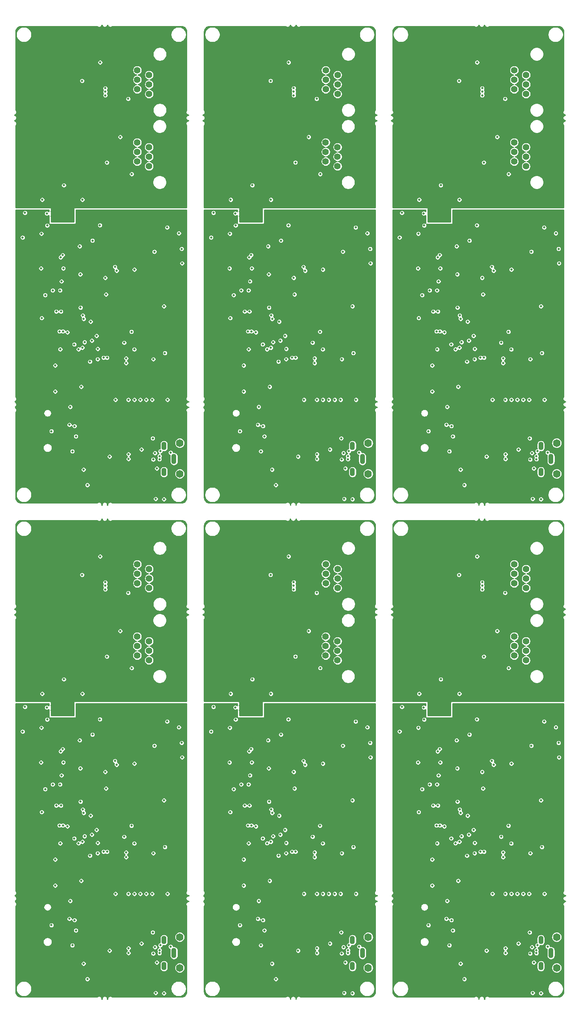
<source format=gbr>
G04 #@! TF.GenerationSoftware,KiCad,Pcbnew,(5.0.0)*
G04 #@! TF.CreationDate,2019-01-02T13:47:12-06:00*
G04 #@! TF.ProjectId,fk-weather-v0.11-02x03,666B2D776561746865722D76302E3131,0.1*
G04 #@! TF.SameCoordinates,PX791ddc0PY791ddc0*
G04 #@! TF.FileFunction,Copper,L3,Inr,Signal*
G04 #@! TF.FilePolarity,Positive*
%FSLAX46Y46*%
G04 Gerber Fmt 4.6, Leading zero omitted, Abs format (unit mm)*
G04 Created by KiCad (PCBNEW (5.0.0)) date 01/02/19 13:47:12*
%MOMM*%
%LPD*%
G01*
G04 APERTURE LIST*
G04 #@! TA.AperFunction,ViaPad*
%ADD10O,1.600000X1.651000*%
G04 #@! TD*
G04 #@! TA.AperFunction,ViaPad*
%ADD11O,1.100000X2.200000*%
G04 #@! TD*
G04 #@! TA.AperFunction,ViaPad*
%ADD12O,1.100000X1.800000*%
G04 #@! TD*
G04 #@! TA.AperFunction,ViaPad*
%ADD13C,1.400000*%
G04 #@! TD*
G04 #@! TA.AperFunction,ViaPad*
%ADD14C,0.500000*%
G04 #@! TD*
G04 #@! TA.AperFunction,Conductor*
%ADD15C,0.253000*%
G04 #@! TD*
G04 APERTURE END LIST*
D10*
G04 #@! TO.N,*
G04 #@! TO.C,J5*
X57633600Y-115277400D03*
X57633600Y-121877400D03*
G04 #@! TD*
G04 #@! TO.N,*
G04 #@! TO.C,J5*
X17133600Y-115277400D03*
X17133600Y-121877400D03*
G04 #@! TD*
G04 #@! TO.N,*
G04 #@! TO.C,J5*
X-23366400Y-115277400D03*
X-23366400Y-121877400D03*
G04 #@! TD*
G04 #@! TO.N,*
G04 #@! TO.C,J5*
X57633600Y-9277400D03*
X57633600Y-15877400D03*
G04 #@! TD*
G04 #@! TO.N,*
G04 #@! TO.C,J5*
X17133600Y-9277400D03*
X17133600Y-15877400D03*
G04 #@! TD*
D11*
G04 #@! TO.N,Net-(J1-Pad8)*
G04 #@! TO.C,J1*
X56401400Y-118689400D03*
D12*
G04 #@! TO.N,Net-(J1-Pad7)*
X54251400Y-115889400D03*
G04 #@! TO.N,Net-(C10-Pad1)*
X54251400Y-121489400D03*
G04 #@! TD*
D11*
G04 #@! TO.N,Net-(J1-Pad8)*
G04 #@! TO.C,J1*
X15901400Y-118689400D03*
D12*
G04 #@! TO.N,Net-(J1-Pad7)*
X13751400Y-115889400D03*
G04 #@! TO.N,Net-(C10-Pad1)*
X13751400Y-121489400D03*
G04 #@! TD*
D11*
G04 #@! TO.N,Net-(J1-Pad8)*
G04 #@! TO.C,J1*
X-24598600Y-118689400D03*
D12*
G04 #@! TO.N,Net-(J1-Pad7)*
X-26748600Y-115889400D03*
G04 #@! TO.N,Net-(C10-Pad1)*
X-26748600Y-121489400D03*
G04 #@! TD*
D11*
G04 #@! TO.N,Net-(J1-Pad8)*
G04 #@! TO.C,J1*
X56401400Y-12689400D03*
D12*
G04 #@! TO.N,Net-(J1-Pad7)*
X54251400Y-9889400D03*
G04 #@! TO.N,Net-(C10-Pad1)*
X54251400Y-15489400D03*
G04 #@! TD*
D11*
G04 #@! TO.N,Net-(J1-Pad8)*
G04 #@! TO.C,J1*
X15901400Y-12689400D03*
D12*
G04 #@! TO.N,Net-(J1-Pad7)*
X13751400Y-9889400D03*
G04 #@! TO.N,Net-(C10-Pad1)*
X13751400Y-15489400D03*
G04 #@! TD*
D13*
G04 #@! TO.N,Net-(J11-Pad1)*
G04 #@! TO.C,J11*
X48508428Y-35272068D03*
G04 #@! TO.N,Net-(J11-Pad2)*
X51048428Y-36292068D03*
G04 #@! TO.N,Net-(J11-Pad3)*
X48508428Y-37312068D03*
G04 #@! TO.N,Net-(J11-Pad4)*
X51048428Y-38332068D03*
G04 #@! TO.N,Net-(J11-Pad5)*
X48508428Y-39352068D03*
G04 #@! TO.N,Net-(J11-Pad6)*
X51048428Y-40372068D03*
G04 #@! TD*
G04 #@! TO.N,Net-(J11-Pad1)*
G04 #@! TO.C,J11*
X8008428Y-35272068D03*
G04 #@! TO.N,Net-(J11-Pad2)*
X10548428Y-36292068D03*
G04 #@! TO.N,Net-(J11-Pad3)*
X8008428Y-37312068D03*
G04 #@! TO.N,Net-(J11-Pad4)*
X10548428Y-38332068D03*
G04 #@! TO.N,Net-(J11-Pad5)*
X8008428Y-39352068D03*
G04 #@! TO.N,Net-(J11-Pad6)*
X10548428Y-40372068D03*
G04 #@! TD*
G04 #@! TO.N,Net-(J11-Pad1)*
G04 #@! TO.C,J11*
X-32491572Y-35272068D03*
G04 #@! TO.N,Net-(J11-Pad2)*
X-29951572Y-36292068D03*
G04 #@! TO.N,Net-(J11-Pad3)*
X-32491572Y-37312068D03*
G04 #@! TO.N,Net-(J11-Pad4)*
X-29951572Y-38332068D03*
G04 #@! TO.N,Net-(J11-Pad5)*
X-32491572Y-39352068D03*
G04 #@! TO.N,Net-(J11-Pad6)*
X-29951572Y-40372068D03*
G04 #@! TD*
G04 #@! TO.N,Net-(J11-Pad1)*
G04 #@! TO.C,J11*
X48508428Y70727932D03*
G04 #@! TO.N,Net-(J11-Pad2)*
X51048428Y69707932D03*
G04 #@! TO.N,Net-(J11-Pad3)*
X48508428Y68687932D03*
G04 #@! TO.N,Net-(J11-Pad4)*
X51048428Y67667932D03*
G04 #@! TO.N,Net-(J11-Pad5)*
X48508428Y66647932D03*
G04 #@! TO.N,Net-(J11-Pad6)*
X51048428Y65627932D03*
G04 #@! TD*
G04 #@! TO.N,Net-(J11-Pad1)*
G04 #@! TO.C,J11*
X8008428Y70727932D03*
G04 #@! TO.N,Net-(J11-Pad2)*
X10548428Y69707932D03*
G04 #@! TO.N,Net-(J11-Pad3)*
X8008428Y68687932D03*
G04 #@! TO.N,Net-(J11-Pad4)*
X10548428Y67667932D03*
G04 #@! TO.N,Net-(J11-Pad5)*
X8008428Y66647932D03*
G04 #@! TO.N,Net-(J11-Pad6)*
X10548428Y65627932D03*
G04 #@! TD*
G04 #@! TO.N,Net-(J10-Pad6)*
G04 #@! TO.C,J10*
X51034428Y-55872068D03*
G04 #@! TO.N,/RAIN_5*
X48494428Y-54852068D03*
G04 #@! TO.N,Net-(J10-Pad4)*
X51034428Y-53832068D03*
G04 #@! TO.N,Net-(J10-Pad3)*
X48494428Y-52812068D03*
G04 #@! TO.N,/RAIN_2*
X51034428Y-51792068D03*
G04 #@! TO.N,Net-(J10-Pad1)*
X48494428Y-50772068D03*
G04 #@! TD*
G04 #@! TO.N,Net-(J10-Pad6)*
G04 #@! TO.C,J10*
X10534428Y-55872068D03*
G04 #@! TO.N,/RAIN_5*
X7994428Y-54852068D03*
G04 #@! TO.N,Net-(J10-Pad4)*
X10534428Y-53832068D03*
G04 #@! TO.N,Net-(J10-Pad3)*
X7994428Y-52812068D03*
G04 #@! TO.N,/RAIN_2*
X10534428Y-51792068D03*
G04 #@! TO.N,Net-(J10-Pad1)*
X7994428Y-50772068D03*
G04 #@! TD*
G04 #@! TO.N,Net-(J10-Pad6)*
G04 #@! TO.C,J10*
X-29965572Y-55872068D03*
G04 #@! TO.N,/RAIN_5*
X-32505572Y-54852068D03*
G04 #@! TO.N,Net-(J10-Pad4)*
X-29965572Y-53832068D03*
G04 #@! TO.N,Net-(J10-Pad3)*
X-32505572Y-52812068D03*
G04 #@! TO.N,/RAIN_2*
X-29965572Y-51792068D03*
G04 #@! TO.N,Net-(J10-Pad1)*
X-32505572Y-50772068D03*
G04 #@! TD*
G04 #@! TO.N,Net-(J10-Pad6)*
G04 #@! TO.C,J10*
X51034428Y50127932D03*
G04 #@! TO.N,/RAIN_5*
X48494428Y51147932D03*
G04 #@! TO.N,Net-(J10-Pad4)*
X51034428Y52167932D03*
G04 #@! TO.N,Net-(J10-Pad3)*
X48494428Y53187932D03*
G04 #@! TO.N,/RAIN_2*
X51034428Y54207932D03*
G04 #@! TO.N,Net-(J10-Pad1)*
X48494428Y55227932D03*
G04 #@! TD*
G04 #@! TO.N,Net-(J10-Pad6)*
G04 #@! TO.C,J10*
X10534428Y50127932D03*
G04 #@! TO.N,/RAIN_5*
X7994428Y51147932D03*
G04 #@! TO.N,Net-(J10-Pad4)*
X10534428Y52167932D03*
G04 #@! TO.N,Net-(J10-Pad3)*
X7994428Y53187932D03*
G04 #@! TO.N,/RAIN_2*
X10534428Y54207932D03*
G04 #@! TO.N,Net-(J10-Pad1)*
X7994428Y55227932D03*
G04 #@! TD*
D10*
G04 #@! TO.N,*
G04 #@! TO.C,J5*
X-23366400Y-15877400D03*
X-23366400Y-9277400D03*
G04 #@! TD*
D12*
G04 #@! TO.N,Net-(C10-Pad1)*
G04 #@! TO.C,J1*
X-26748600Y-15489400D03*
G04 #@! TO.N,Net-(J1-Pad7)*
X-26748600Y-9889400D03*
D11*
G04 #@! TO.N,Net-(J1-Pad8)*
X-24598600Y-12689400D03*
G04 #@! TD*
D13*
G04 #@! TO.N,Net-(J10-Pad1)*
G04 #@! TO.C,J10*
X-32505572Y55227932D03*
G04 #@! TO.N,/RAIN_2*
X-29965572Y54207932D03*
G04 #@! TO.N,Net-(J10-Pad3)*
X-32505572Y53187932D03*
G04 #@! TO.N,Net-(J10-Pad4)*
X-29965572Y52167932D03*
G04 #@! TO.N,/RAIN_5*
X-32505572Y51147932D03*
G04 #@! TO.N,Net-(J10-Pad6)*
X-29965572Y50127932D03*
G04 #@! TD*
G04 #@! TO.N,Net-(J11-Pad6)*
G04 #@! TO.C,J11*
X-29951572Y65627932D03*
G04 #@! TO.N,Net-(J11-Pad5)*
X-32491572Y66647932D03*
G04 #@! TO.N,Net-(J11-Pad4)*
X-29951572Y67667932D03*
G04 #@! TO.N,Net-(J11-Pad3)*
X-32491572Y68687932D03*
G04 #@! TO.N,Net-(J11-Pad2)*
X-29951572Y69707932D03*
G04 #@! TO.N,Net-(J11-Pad1)*
X-32491572Y70727932D03*
G04 #@! TD*
D14*
G04 #@! TO.N,GND*
X-49075200Y23480200D03*
X-50650000Y23480200D03*
X-39359700Y65326700D03*
X-39359700Y66101400D03*
X-39372400Y66863400D03*
X-49900700Y18946300D03*
X-48884700Y18946300D03*
X-44350800Y68438200D03*
X-36146600Y56398600D03*
X-39016800Y50912200D03*
X-51920000Y39990200D03*
X-35308400Y12253400D03*
X-26545400Y10043600D03*
X-34390010Y10600D03*
X-44528600Y2804600D03*
X-44274600Y42936600D03*
X-52910600Y42936600D03*
X-42496600Y16774600D03*
X-41226600Y13726600D03*
X-50116600Y7376600D03*
X-49038686Y10849276D03*
X-52275600Y22464200D03*
X-53164600Y28204600D03*
X-45671600Y-7838000D03*
X-50929400Y-6720400D03*
X-46890800Y-1513400D03*
X-50116600Y1788600D03*
X-44020600Y-14975400D03*
X-31574600Y-10657400D03*
X-38432600Y-12181400D03*
X-28272600Y-14721400D03*
X-27529052Y-11020943D03*
X-26748600Y-21325400D03*
X-28526600Y-21249800D03*
X-26748600Y20076600D03*
X-36908600Y27696600D03*
X-33098600Y27950600D03*
X-39194600Y22616600D03*
X-29288600Y10600D03*
X-30558600Y10600D03*
X-33098600Y10600D03*
X-31828600Y10600D03*
X-33120010Y10831000D03*
X-25986600Y10600D03*
X-37162600Y10600D03*
X-22862400Y29296800D03*
X-22954600Y32396400D03*
X-26062800Y36993000D03*
X-42115600Y34173600D03*
X-56619000Y40117200D03*
X-48262400Y46035400D03*
X-40515400Y37450200D03*
X-57127000Y34834000D03*
X-29161600Y-8269800D03*
X-43207800Y-18282862D03*
X-44731800Y26934600D03*
X-28806000Y31786000D03*
X8925400Y-10657400D03*
X49425400Y-10657400D03*
X-31574600Y-116657400D03*
X8925400Y-116657400D03*
X49425400Y-116657400D03*
X-8575200Y23480200D03*
X31924800Y23480200D03*
X-49075200Y-82519800D03*
X-8575200Y-82519800D03*
X31924800Y-82519800D03*
X1127600Y66863400D03*
X41627600Y66863400D03*
X-39372400Y-39136600D03*
X1127600Y-39136600D03*
X41627600Y-39136600D03*
X-9616600Y1788600D03*
X30883400Y1788600D03*
X-50116600Y-104211400D03*
X-9616600Y-104211400D03*
X30883400Y-104211400D03*
X13751400Y-21325400D03*
X54251400Y-21325400D03*
X-26748600Y-127325400D03*
X13751400Y-127325400D03*
X54251400Y-127325400D03*
X17545400Y32396400D03*
X58045400Y32396400D03*
X-22954600Y-73603600D03*
X17545400Y-73603600D03*
X58045400Y-73603600D03*
X-1615600Y34173600D03*
X38884400Y34173600D03*
X-42115600Y-71826400D03*
X-1615600Y-71826400D03*
X38884400Y-71826400D03*
X-7762400Y46035400D03*
X32737600Y46035400D03*
X-48262400Y-59964600D03*
X-7762400Y-59964600D03*
X32737600Y-59964600D03*
X-10150000Y23480200D03*
X30350000Y23480200D03*
X-50650000Y-82519800D03*
X-10150000Y-82519800D03*
X30350000Y-82519800D03*
X-4231800Y26934600D03*
X36268200Y26934600D03*
X-44731800Y-79065400D03*
X-4231800Y-79065400D03*
X36268200Y-79065400D03*
X-11775600Y22464200D03*
X28724400Y22464200D03*
X-52275600Y-83535800D03*
X-11775600Y-83535800D03*
X28724400Y-83535800D03*
X13751400Y20076600D03*
X54251400Y20076600D03*
X-26748600Y-85923400D03*
X13751400Y-85923400D03*
X54251400Y-85923400D03*
X11211400Y10600D03*
X51711400Y10600D03*
X-29288600Y-105989400D03*
X11211400Y-105989400D03*
X51711400Y-105989400D03*
X11694000Y31786000D03*
X52194000Y31786000D03*
X-28806000Y-74214000D03*
X11694000Y-74214000D03*
X52194000Y-74214000D03*
X4353400Y56398600D03*
X44853400Y56398600D03*
X-36146600Y-49601400D03*
X4353400Y-49601400D03*
X44853400Y-49601400D03*
X1483200Y50912200D03*
X41983200Y50912200D03*
X-39016800Y-55087800D03*
X1483200Y-55087800D03*
X41983200Y-55087800D03*
X-11420000Y39990200D03*
X29080000Y39990200D03*
X-51920000Y-66009800D03*
X-11420000Y-66009800D03*
X29080000Y-66009800D03*
X-4028600Y2804600D03*
X36471400Y2804600D03*
X-44528600Y-103195400D03*
X-4028600Y-103195400D03*
X36471400Y-103195400D03*
X-1996600Y16774600D03*
X38503400Y16774600D03*
X-42496600Y-89225400D03*
X-1996600Y-89225400D03*
X38503400Y-89225400D03*
X-726600Y13726600D03*
X39773400Y13726600D03*
X-41226600Y-92273400D03*
X-726600Y-92273400D03*
X39773400Y-92273400D03*
X-8538686Y10849276D03*
X31961314Y10849276D03*
X-49038686Y-95150724D03*
X-8538686Y-95150724D03*
X31961314Y-95150724D03*
X1140300Y66101400D03*
X41640300Y66101400D03*
X-39359700Y-39898600D03*
X1140300Y-39898600D03*
X41640300Y-39898600D03*
X3591400Y27696600D03*
X44091400Y27696600D03*
X-36908600Y-78303400D03*
X3591400Y-78303400D03*
X44091400Y-78303400D03*
X6109990Y10600D03*
X46609990Y10600D03*
X-34390010Y-105989400D03*
X6109990Y-105989400D03*
X46609990Y-105989400D03*
X-12410600Y42936600D03*
X28089400Y42936600D03*
X-52910600Y-63063400D03*
X-12410600Y-63063400D03*
X28089400Y-63063400D03*
X-15400Y37450200D03*
X40484600Y37450200D03*
X-40515400Y-68549800D03*
X-15400Y-68549800D03*
X40484600Y-68549800D03*
X14437200Y36993000D03*
X54937200Y36993000D03*
X-26062800Y-69007000D03*
X14437200Y-69007000D03*
X54937200Y-69007000D03*
X-5171600Y-7838000D03*
X35328400Y-7838000D03*
X-45671600Y-113838000D03*
X-5171600Y-113838000D03*
X35328400Y-113838000D03*
X-10429400Y-6720400D03*
X30070600Y-6720400D03*
X-50929400Y-112720400D03*
X-10429400Y-112720400D03*
X30070600Y-112720400D03*
X-2707800Y-18282862D03*
X37792200Y-18282862D03*
X-43207800Y-124282862D03*
X-2707800Y-124282862D03*
X37792200Y-124282862D03*
X12227400Y-14721400D03*
X52727400Y-14721400D03*
X-28272600Y-120721400D03*
X12227400Y-120721400D03*
X52727400Y-120721400D03*
X7401400Y27950600D03*
X47901400Y27950600D03*
X-33098600Y-78049400D03*
X7401400Y-78049400D03*
X47901400Y-78049400D03*
X8671400Y10600D03*
X49171400Y10600D03*
X-31828600Y-105989400D03*
X8671400Y-105989400D03*
X49171400Y-105989400D03*
X-3774600Y42936600D03*
X36725400Y42936600D03*
X-44274600Y-63063400D03*
X-3774600Y-63063400D03*
X36725400Y-63063400D03*
X14513400Y10600D03*
X55013400Y10600D03*
X-25986600Y-105989400D03*
X14513400Y-105989400D03*
X55013400Y-105989400D03*
X7401400Y10600D03*
X47901400Y10600D03*
X-33098600Y-105989400D03*
X7401400Y-105989400D03*
X47901400Y-105989400D03*
X-16627000Y34834000D03*
X23873000Y34834000D03*
X-57127000Y-71166000D03*
X-16627000Y-71166000D03*
X23873000Y-71166000D03*
X13954600Y10043600D03*
X54454600Y10043600D03*
X-26545400Y-95956400D03*
X13954600Y-95956400D03*
X54454600Y-95956400D03*
X1305400Y22616600D03*
X41805400Y22616600D03*
X-39194600Y-83383400D03*
X1305400Y-83383400D03*
X41805400Y-83383400D03*
X-3850800Y68438200D03*
X36649200Y68438200D03*
X-44350800Y-37561800D03*
X-3850800Y-37561800D03*
X36649200Y-37561800D03*
X9941400Y10600D03*
X50441400Y10600D03*
X-30558600Y-105989400D03*
X9941400Y-105989400D03*
X50441400Y-105989400D03*
X7379990Y10831000D03*
X47879990Y10831000D03*
X-33120010Y-95169000D03*
X7379990Y-95169000D03*
X47879990Y-95169000D03*
X-6390800Y-1513400D03*
X34109200Y-1513400D03*
X-46890800Y-107513400D03*
X-6390800Y-107513400D03*
X34109200Y-107513400D03*
X-9400700Y18946300D03*
X31099300Y18946300D03*
X-49900700Y-87053700D03*
X-9400700Y-87053700D03*
X31099300Y-87053700D03*
X-8384700Y18946300D03*
X32115300Y18946300D03*
X-48884700Y-87053700D03*
X-8384700Y-87053700D03*
X32115300Y-87053700D03*
X-9616600Y7376600D03*
X30883400Y7376600D03*
X-50116600Y-98623400D03*
X-9616600Y-98623400D03*
X30883400Y-98623400D03*
X-3520600Y-14975400D03*
X36979400Y-14975400D03*
X-44020600Y-120975400D03*
X-3520600Y-120975400D03*
X36979400Y-120975400D03*
X2067400Y-12181400D03*
X42567400Y-12181400D03*
X-38432600Y-118181400D03*
X2067400Y-118181400D03*
X42567400Y-118181400D03*
X11973400Y-21249800D03*
X52473400Y-21249800D03*
X-28526600Y-127249800D03*
X11973400Y-127249800D03*
X52473400Y-127249800D03*
X-12664600Y28204600D03*
X27835400Y28204600D03*
X-53164600Y-77795400D03*
X-12664600Y-77795400D03*
X27835400Y-77795400D03*
X17637600Y29296800D03*
X58137600Y29296800D03*
X-22862400Y-76703200D03*
X17637600Y-76703200D03*
X58137600Y-76703200D03*
X3337400Y10600D03*
X43837400Y10600D03*
X-37162600Y-105989400D03*
X3337400Y-105989400D03*
X43837400Y-105989400D03*
X-16119000Y40117200D03*
X24381000Y40117200D03*
X-56619000Y-65882800D03*
X-16119000Y-65882800D03*
X24381000Y-65882800D03*
X11338400Y-8269800D03*
X51838400Y-8269800D03*
X-29161600Y-114269800D03*
X11338400Y-114269800D03*
X51838400Y-114269800D03*
X5191600Y12253400D03*
X45691600Y12253400D03*
X-35308400Y-93746600D03*
X5191600Y-93746600D03*
X45691600Y-93746600D03*
X12970948Y-11020943D03*
X53470948Y-11020943D03*
X-27529052Y-117020943D03*
X12970948Y-117020943D03*
X53470948Y-117020943D03*
X1140300Y65326700D03*
X41640300Y65326700D03*
X-39359700Y-40673300D03*
X1140300Y-40673300D03*
X41640300Y-40673300D03*
G04 #@! TO.N,3V3*
X-51767600Y38745600D03*
X-26520000Y11313600D03*
X-34390010Y1534600D03*
X-54434600Y38872600D03*
X-40464600Y38872600D03*
X-41734600Y40142600D03*
X-38178600Y12964600D03*
X-53825000Y22515000D03*
X-38077000Y27976000D03*
X-35816400Y20229000D03*
X-41658400Y19365400D03*
X-50980200Y9815000D03*
X-38204000Y3134800D03*
X-44274600Y-10149400D03*
X-43004600Y-10149400D03*
X-41734600Y-10149400D03*
X-41734600Y-11165400D03*
X-43004600Y-11165400D03*
X-44274600Y-11165400D03*
X-50370600Y-4053400D03*
X-30558600Y1534600D03*
X-31828600Y1534600D03*
X-33098600Y1534600D03*
X-29288600Y1534600D03*
X-25986600Y1534600D03*
X-33120010Y9815000D03*
X-37162600Y1534600D03*
X-55501400Y5903400D03*
X-48313200Y5852600D03*
X-41976800Y-6415600D03*
X-36654600Y5637600D03*
X-22786200Y39710800D03*
X-41988600Y31811400D03*
X-50167400Y34173600D03*
X-36527600Y-8244400D03*
X-37111800Y15326800D03*
X13980000Y11313600D03*
X54480000Y11313600D03*
X-26520000Y-94686400D03*
X13980000Y-94686400D03*
X54480000Y-94686400D03*
X6109990Y1534600D03*
X46609990Y1534600D03*
X-34390010Y-104465400D03*
X6109990Y-104465400D03*
X46609990Y-104465400D03*
X-11267600Y38745600D03*
X29232400Y38745600D03*
X-51767600Y-67254400D03*
X-11267600Y-67254400D03*
X29232400Y-67254400D03*
X-13934600Y38872600D03*
X26565400Y38872600D03*
X-54434600Y-67127400D03*
X-13934600Y-67127400D03*
X26565400Y-67127400D03*
X-10480200Y9815000D03*
X30019800Y9815000D03*
X-50980200Y-96185000D03*
X-10480200Y-96185000D03*
X30019800Y-96185000D03*
X14513400Y1534600D03*
X55013400Y1534600D03*
X-25986600Y-104465400D03*
X14513400Y-104465400D03*
X55013400Y-104465400D03*
X-1476800Y-6415600D03*
X39023200Y-6415600D03*
X-41976800Y-112415600D03*
X-1476800Y-112415600D03*
X39023200Y-112415600D03*
X-1234600Y-10149400D03*
X39265400Y-10149400D03*
X-41734600Y-116149400D03*
X-1234600Y-116149400D03*
X39265400Y-116149400D03*
X-1488600Y31811400D03*
X39011400Y31811400D03*
X-41988600Y-74188600D03*
X-1488600Y-74188600D03*
X39011400Y-74188600D03*
X-3774600Y-11165400D03*
X36725400Y-11165400D03*
X-44274600Y-117165400D03*
X-3774600Y-117165400D03*
X36725400Y-117165400D03*
X2423000Y27976000D03*
X42923000Y27976000D03*
X-38077000Y-78024000D03*
X2423000Y-78024000D03*
X42923000Y-78024000D03*
X-1234600Y-11165400D03*
X39265400Y-11165400D03*
X-41734600Y-117165400D03*
X-1234600Y-117165400D03*
X39265400Y-117165400D03*
X3337400Y1534600D03*
X43837400Y1534600D03*
X-37162600Y-104465400D03*
X3337400Y-104465400D03*
X43837400Y-104465400D03*
X-1234600Y40142600D03*
X39265400Y40142600D03*
X-41734600Y-65857400D03*
X-1234600Y-65857400D03*
X39265400Y-65857400D03*
X7379990Y9815000D03*
X47879990Y9815000D03*
X-33120010Y-96185000D03*
X7379990Y-96185000D03*
X47879990Y-96185000D03*
X9941400Y1534600D03*
X50441400Y1534600D03*
X-30558600Y-104465400D03*
X9941400Y-104465400D03*
X50441400Y-104465400D03*
X-15001400Y5903400D03*
X25498600Y5903400D03*
X-55501400Y-100096600D03*
X-15001400Y-100096600D03*
X25498600Y-100096600D03*
X-7813200Y5852600D03*
X32686800Y5852600D03*
X-48313200Y-100147400D03*
X-7813200Y-100147400D03*
X32686800Y-100147400D03*
X-13325000Y22515000D03*
X27175000Y22515000D03*
X-53825000Y-83485000D03*
X-13325000Y-83485000D03*
X27175000Y-83485000D03*
X-3774600Y-10149400D03*
X36725400Y-10149400D03*
X-44274600Y-116149400D03*
X-3774600Y-116149400D03*
X36725400Y-116149400D03*
X-9667400Y34173600D03*
X30832600Y34173600D03*
X-50167400Y-71826400D03*
X-9667400Y-71826400D03*
X30832600Y-71826400D03*
X-1158400Y19365400D03*
X39341600Y19365400D03*
X-41658400Y-86634600D03*
X-1158400Y-86634600D03*
X39341600Y-86634600D03*
X8671400Y1534600D03*
X49171400Y1534600D03*
X-31828600Y-104465400D03*
X8671400Y-104465400D03*
X49171400Y-104465400D03*
X11211400Y1534600D03*
X51711400Y1534600D03*
X-29288600Y-104465400D03*
X11211400Y-104465400D03*
X51711400Y-104465400D03*
X4683600Y20229000D03*
X45183600Y20229000D03*
X-35816400Y-85771000D03*
X4683600Y-85771000D03*
X45183600Y-85771000D03*
X3845400Y5637600D03*
X44345400Y5637600D03*
X-36654600Y-100362400D03*
X3845400Y-100362400D03*
X44345400Y-100362400D03*
X7401400Y1534600D03*
X47901400Y1534600D03*
X-33098600Y-104465400D03*
X7401400Y-104465400D03*
X47901400Y-104465400D03*
X17713800Y39710800D03*
X58213800Y39710800D03*
X-22786200Y-66289200D03*
X17713800Y-66289200D03*
X58213800Y-66289200D03*
X3388200Y15326800D03*
X43888200Y15326800D03*
X-37111800Y-90673200D03*
X3388200Y-90673200D03*
X43888200Y-90673200D03*
X35400Y38872600D03*
X40535400Y38872600D03*
X-40464600Y-67127400D03*
X35400Y-67127400D03*
X40535400Y-67127400D03*
X2321400Y12964600D03*
X42821400Y12964600D03*
X-38178600Y-93035400D03*
X2321400Y-93035400D03*
X42821400Y-93035400D03*
X-9870600Y-4053400D03*
X30629400Y-4053400D03*
X-50370600Y-110053400D03*
X-9870600Y-110053400D03*
X30629400Y-110053400D03*
X3972400Y-8244400D03*
X44472400Y-8244400D03*
X-36527600Y-114244400D03*
X3972400Y-114244400D03*
X44472400Y-114244400D03*
X-2504600Y-10149400D03*
X37995400Y-10149400D03*
X-43004600Y-116149400D03*
X-2504600Y-116149400D03*
X37995400Y-116149400D03*
X-2504600Y-11165400D03*
X37995400Y-11165400D03*
X-43004600Y-117165400D03*
X-2504600Y-117165400D03*
X37995400Y-117165400D03*
X2296000Y3134800D03*
X42796000Y3134800D03*
X-38204000Y-102865200D03*
X2296000Y-102865200D03*
X42796000Y-102865200D03*
G04 #@! TO.N,/SWDIO*
X-39372400Y26172600D03*
X-44202379Y18120800D03*
X-3702379Y18120800D03*
X36797621Y18120800D03*
X-44202379Y-87879200D03*
X-3702379Y-87879200D03*
X36797621Y-87879200D03*
X1127600Y26172600D03*
X41627600Y26172600D03*
X-39372400Y-79827400D03*
X1127600Y-79827400D03*
X41627600Y-79827400D03*
G04 #@! TO.N,/SWCLK*
X-37289600Y28534800D03*
X-43995200Y17358800D03*
X-3495200Y17358800D03*
X37004800Y17358800D03*
X-43995200Y-88641200D03*
X-3495200Y-88641200D03*
X37004800Y-88641200D03*
X3210400Y28534800D03*
X43710400Y28534800D03*
X-37289600Y-77465200D03*
X3210400Y-77465200D03*
X43710400Y-77465200D03*
G04 #@! TO.N,/A3*
X-45112800Y10856400D03*
X-23548200Y35748400D03*
X-4612800Y10856400D03*
X35887200Y10856400D03*
X-45112800Y-95143600D03*
X-4612800Y-95143600D03*
X35887200Y-95143600D03*
X16951800Y35748400D03*
X57451800Y35748400D03*
X-23548200Y-70251600D03*
X16951800Y-70251600D03*
X57451800Y-70251600D03*
G04 #@! TO.N,/MOSI*
X-48757700Y25423300D03*
X-49202200Y14691800D03*
X-8702200Y14691800D03*
X31797800Y14691800D03*
X-49202200Y-91308200D03*
X-8702200Y-91308200D03*
X31797800Y-91308200D03*
X-8257700Y25423300D03*
X32242300Y25423300D03*
X-48757700Y-80576700D03*
X-8257700Y-80576700D03*
X32242300Y-80576700D03*
G04 #@! TO.N,/SCK*
X-48385107Y28208893D03*
X-48453514Y14691800D03*
X-7953514Y14691800D03*
X32546486Y14691800D03*
X-48453514Y-91308200D03*
X-7953514Y-91308200D03*
X32546486Y-91308200D03*
X-7885107Y28208893D03*
X32614893Y28208893D03*
X-48385107Y-77791107D03*
X-7885107Y-77791107D03*
X32614893Y-77791107D03*
G04 #@! TO.N,/MISO*
X-48948200Y30566800D03*
X-47501014Y14487986D03*
X-8448200Y30566800D03*
X32051800Y30566800D03*
X-48948200Y-75433200D03*
X-8448200Y-75433200D03*
X32051800Y-75433200D03*
X-7001014Y14487986D03*
X33498986Y14487986D03*
X-47501014Y-91512014D03*
X-7001014Y-91512014D03*
X33498986Y-91512014D03*
G04 #@! TO.N,/USB-*
X-34368600Y-12689400D03*
X-39740700Y9040300D03*
X-29060000Y-12791000D03*
X6131400Y-12689400D03*
X46631400Y-12689400D03*
X-34368600Y-118689400D03*
X6131400Y-118689400D03*
X46631400Y-118689400D03*
X11440000Y-12791000D03*
X51940000Y-12791000D03*
X-29060000Y-118791000D03*
X11440000Y-118791000D03*
X51940000Y-118791000D03*
X759300Y9040300D03*
X41259300Y9040300D03*
X-39740700Y-96959700D03*
X759300Y-96959700D03*
X41259300Y-96959700D03*
G04 #@! TO.N,/USB+*
X-34368600Y-11673400D03*
X-38978700Y9040300D03*
X-27718911Y-12732148D03*
X1521300Y9040300D03*
X42021300Y9040300D03*
X-38978700Y-96959700D03*
X1521300Y-96959700D03*
X42021300Y-96959700D03*
X12781089Y-12732148D03*
X53281089Y-12732148D03*
X-27718911Y-118732148D03*
X12781089Y-118732148D03*
X53281089Y-118732148D03*
X6131400Y-11673400D03*
X46631400Y-11673400D03*
X-34368600Y-117673400D03*
X6131400Y-117673400D03*
X46631400Y-117673400D03*
G04 #@! TO.N,VUSB*
X-25326200Y-11317800D03*
X15173800Y-11317800D03*
X55673800Y-11317800D03*
X-25326200Y-117317800D03*
X15173800Y-117317800D03*
X55673800Y-117317800D03*
G04 #@! TO.N,Net-(J1-Pad4)*
X-33733600Y14615600D03*
X-28683896Y-11420989D03*
X-27713943Y-12079755D03*
X6766400Y14615600D03*
X47266400Y14615600D03*
X-33733600Y-91384400D03*
X6766400Y-91384400D03*
X47266400Y-91384400D03*
X11816104Y-11420989D03*
X52316104Y-11420989D03*
X-28683896Y-117420989D03*
X11816104Y-117420989D03*
X52316104Y-117420989D03*
X12786057Y-12079755D03*
X53286057Y-12079755D03*
X-27713943Y-118079755D03*
X12786057Y-118079755D03*
X53286057Y-118079755D03*
G04 #@! TO.N,/SCL1*
X-42242600Y12710600D03*
X-34876600Y7884600D03*
X-47068600Y-5348800D03*
X-29034600Y8722800D03*
X-1742600Y12710600D03*
X38757400Y12710600D03*
X-42242600Y-93289400D03*
X-1742600Y-93289400D03*
X38757400Y-93289400D03*
X5623400Y7884600D03*
X46123400Y7884600D03*
X-34876600Y-98115400D03*
X5623400Y-98115400D03*
X46123400Y-98115400D03*
X-6568600Y-5348800D03*
X33931400Y-5348800D03*
X-47068600Y-111348800D03*
X-6568600Y-111348800D03*
X33931400Y-111348800D03*
X11465400Y8722800D03*
X51965400Y8722800D03*
X-29034600Y-97277200D03*
X11465400Y-97277200D03*
X51965400Y-97277200D03*
G04 #@! TO.N,/SDA1*
X-40972600Y10932600D03*
X-34876600Y8900600D03*
X-40998000Y8722800D03*
X-45976400Y-5628200D03*
X5623400Y8900600D03*
X46123400Y8900600D03*
X-34876600Y-97099400D03*
X5623400Y-97099400D03*
X46123400Y-97099400D03*
X-5476400Y-5628200D03*
X35023600Y-5628200D03*
X-45976400Y-111628200D03*
X-5476400Y-111628200D03*
X35023600Y-111628200D03*
X-472600Y10932600D03*
X40027400Y10932600D03*
X-40972600Y-95067400D03*
X-472600Y-95067400D03*
X40027400Y-95067400D03*
X-498000Y8722800D03*
X40002000Y8722800D03*
X-40998000Y-97277200D03*
X-498000Y-97277200D03*
X40002000Y-97277200D03*
G04 #@! TO.N,/PERIPH_3V3*
X-44859200Y32954400D03*
X-4359200Y32954400D03*
X36140800Y32954400D03*
X-44859200Y-73045600D03*
X-4359200Y-73045600D03*
X36140800Y-73045600D03*
G04 #@! TO.N,Net-(BT1-Pad1)*
X-46433600Y-11038400D03*
X-5933600Y-11038400D03*
X34566400Y-11038400D03*
X-46433600Y-117038400D03*
X-5933600Y-117038400D03*
X34566400Y-117038400D03*
G04 #@! TO.N,/D6_RAIN*
X-33682800Y48448400D03*
X-43807409Y12366570D03*
X6817200Y48448400D03*
X47317200Y48448400D03*
X-33682800Y-57551600D03*
X6817200Y-57551600D03*
X47317200Y-57551600D03*
X-3307409Y12366570D03*
X37192591Y12366570D03*
X-43807409Y-93633430D03*
X-3307409Y-93633430D03*
X37192591Y-93633430D03*
G04 #@! TO.N,/A1_WIND_DIR*
X-40464600Y72400600D03*
X-44681000Y19784500D03*
X-4181000Y19784500D03*
X36319000Y19784500D03*
X-44681000Y-86215500D03*
X-4181000Y-86215500D03*
X36319000Y-86215500D03*
X35400Y72400600D03*
X40535400Y72400600D03*
X-40464600Y-33599400D03*
X35400Y-33599400D03*
X40535400Y-33599400D03*
G04 #@! TO.N,/D10_WIND_SPEED*
X-34444800Y64579972D03*
X-44274600Y11186600D03*
X6055200Y64579972D03*
X46555200Y64579972D03*
X-34444800Y-41420028D03*
X6055200Y-41420028D03*
X46555200Y-41420028D03*
X-3774600Y11186600D03*
X36725400Y11186600D03*
X-44274600Y-94813400D03*
X-3774600Y-94813400D03*
X36725400Y-94813400D03*
G04 #@! TO.N,/D8_PERIPH_EN*
X-53012200Y17549300D03*
X-53088400Y35646800D03*
X-12588400Y35646800D03*
X27911600Y35646800D03*
X-53088400Y-70353200D03*
X-12588400Y-70353200D03*
X27911600Y-70353200D03*
X-12512200Y17549300D03*
X27987800Y17549300D03*
X-53012200Y-88450700D03*
X-12512200Y-88450700D03*
X27987800Y-88450700D03*
G04 #@! TO.N,/D5_FLASH_CS*
X-46027200Y11897800D03*
X-48503700Y31074800D03*
X-8003700Y31074800D03*
X32496300Y31074800D03*
X-48503700Y-74925200D03*
X-8003700Y-74925200D03*
X32496300Y-74925200D03*
X-5527200Y11897800D03*
X34972800Y11897800D03*
X-46027200Y-94102200D03*
X-5527200Y-94102200D03*
X34972800Y-94102200D03*
G04 #@! TO.N,/D7_WEATHER_EN*
X-42649000Y8189400D03*
X-51843800Y37399400D03*
X-2149000Y8189400D03*
X38351000Y8189400D03*
X-42649000Y-97810600D03*
X-2149000Y-97810600D03*
X38351000Y-97810600D03*
X-11343800Y37399400D03*
X29156200Y37399400D03*
X-51843800Y-68600600D03*
X-11343800Y-68600600D03*
X29156200Y-68600600D03*
G04 #@! TO.N,/WEATHER_3V3*
X-47830600Y44460600D03*
X-46814600Y44460600D03*
X-46814600Y41412600D03*
X-47830600Y41412600D03*
X-48846600Y41412600D03*
X-49862600Y44460600D03*
X-50878600Y44460600D03*
X-50878600Y41412600D03*
X-49862600Y41412600D03*
X-49862600Y40396600D03*
X-49862600Y39380600D03*
X-50878600Y40396600D03*
X-50878600Y39380600D03*
X-40464600Y42682600D03*
X-38153200Y57186000D03*
X-44477800Y66126800D03*
X-35257600Y72349800D03*
X-35308400Y74407200D03*
X5191600Y74407200D03*
X45691600Y74407200D03*
X-35308400Y-31592800D03*
X5191600Y-31592800D03*
X45691600Y-31592800D03*
X-9362600Y39380600D03*
X31137400Y39380600D03*
X-49862600Y-66619400D03*
X-9362600Y-66619400D03*
X31137400Y-66619400D03*
X-10378600Y44460600D03*
X30121400Y44460600D03*
X-50878600Y-61539400D03*
X-10378600Y-61539400D03*
X30121400Y-61539400D03*
X-7330600Y41412600D03*
X33169400Y41412600D03*
X-47830600Y-64587400D03*
X-7330600Y-64587400D03*
X33169400Y-64587400D03*
X-10378600Y40396600D03*
X30121400Y40396600D03*
X-50878600Y-65603400D03*
X-10378600Y-65603400D03*
X30121400Y-65603400D03*
X-10378600Y39380600D03*
X30121400Y39380600D03*
X-50878600Y-66619400D03*
X-10378600Y-66619400D03*
X30121400Y-66619400D03*
X2346800Y57186000D03*
X42846800Y57186000D03*
X-38153200Y-48814000D03*
X2346800Y-48814000D03*
X42846800Y-48814000D03*
X-3977800Y66126800D03*
X36522200Y66126800D03*
X-44477800Y-39873200D03*
X-3977800Y-39873200D03*
X36522200Y-39873200D03*
X35400Y42682600D03*
X40535400Y42682600D03*
X-40464600Y-63317400D03*
X35400Y-63317400D03*
X40535400Y-63317400D03*
X5242400Y72349800D03*
X45742400Y72349800D03*
X-35257600Y-33650200D03*
X5242400Y-33650200D03*
X45742400Y-33650200D03*
X-6314600Y41412600D03*
X34185400Y41412600D03*
X-46814600Y-64587400D03*
X-6314600Y-64587400D03*
X34185400Y-64587400D03*
X-8346600Y41412600D03*
X32153400Y41412600D03*
X-48846600Y-64587400D03*
X-8346600Y-64587400D03*
X32153400Y-64587400D03*
X-9362600Y44460600D03*
X31137400Y44460600D03*
X-49862600Y-61539400D03*
X-9362600Y-61539400D03*
X31137400Y-61539400D03*
X-9362600Y40396600D03*
X31137400Y40396600D03*
X-49862600Y-65603400D03*
X-9362600Y-65603400D03*
X31137400Y-65603400D03*
X-10378600Y41412600D03*
X30121400Y41412600D03*
X-50878600Y-64587400D03*
X-10378600Y-64587400D03*
X30121400Y-64587400D03*
X-9362600Y41412600D03*
X31137400Y41412600D03*
X-49862600Y-64587400D03*
X-9362600Y-64587400D03*
X31137400Y-64587400D03*
X-6314600Y44460600D03*
X34185400Y44460600D03*
X-46814600Y-61539400D03*
X-6314600Y-61539400D03*
X34185400Y-61539400D03*
X-7330600Y44460600D03*
X33169400Y44460600D03*
X-47830600Y-61539400D03*
X-7330600Y-61539400D03*
X33169400Y-61539400D03*
G04 #@! TD*
D15*
G04 #@! TO.N,3V3*
G36*
X-51513100Y40403119D02*
X-51550463Y40440482D01*
X-51645409Y40503924D01*
X-51750908Y40547623D01*
X-51862905Y40569900D01*
X-51977095Y40569900D01*
X-52089092Y40547623D01*
X-52194591Y40503924D01*
X-52289537Y40440482D01*
X-52370282Y40359737D01*
X-52433724Y40264791D01*
X-52477423Y40159292D01*
X-52499700Y40047295D01*
X-52499700Y39933105D01*
X-52477423Y39821108D01*
X-52433724Y39715609D01*
X-52370282Y39620663D01*
X-52289537Y39539918D01*
X-52194591Y39476476D01*
X-52089092Y39432777D01*
X-51977095Y39410500D01*
X-51862905Y39410500D01*
X-51750908Y39432777D01*
X-51645409Y39476476D01*
X-51550463Y39539918D01*
X-51513100Y39577281D01*
X-51513100Y37875633D01*
X-51569209Y37913124D01*
X-51674708Y37956823D01*
X-51786705Y37979100D01*
X-51900895Y37979100D01*
X-52012892Y37956823D01*
X-52118391Y37913124D01*
X-52213337Y37849682D01*
X-52294082Y37768937D01*
X-52357524Y37673991D01*
X-52401223Y37568492D01*
X-52423500Y37456495D01*
X-52423500Y37342305D01*
X-52401223Y37230308D01*
X-52357524Y37124809D01*
X-52294082Y37029863D01*
X-52213337Y36949118D01*
X-52118391Y36885676D01*
X-52012892Y36841977D01*
X-51900895Y36819700D01*
X-51786705Y36819700D01*
X-51674708Y36841977D01*
X-51569209Y36885676D01*
X-51474263Y36949118D01*
X-51393518Y37029863D01*
X-51330076Y37124809D01*
X-51286377Y37230308D01*
X-51264100Y37342305D01*
X-51264100Y37456495D01*
X-51274204Y37507295D01*
X-41095100Y37507295D01*
X-41095100Y37393105D01*
X-41072823Y37281108D01*
X-41029124Y37175609D01*
X-40965682Y37080663D01*
X-40884937Y36999918D01*
X-40789991Y36936476D01*
X-40684492Y36892777D01*
X-40572495Y36870500D01*
X-40458305Y36870500D01*
X-40346308Y36892777D01*
X-40240809Y36936476D01*
X-40145863Y36999918D01*
X-40095686Y37050095D01*
X-26642500Y37050095D01*
X-26642500Y36935905D01*
X-26620223Y36823908D01*
X-26576524Y36718409D01*
X-26513082Y36623463D01*
X-26432337Y36542718D01*
X-26337391Y36479276D01*
X-26231892Y36435577D01*
X-26119895Y36413300D01*
X-26005705Y36413300D01*
X-25893708Y36435577D01*
X-25788209Y36479276D01*
X-25693263Y36542718D01*
X-25612518Y36623463D01*
X-25549076Y36718409D01*
X-25505377Y36823908D01*
X-25483100Y36935905D01*
X-25483100Y37050095D01*
X-25505377Y37162092D01*
X-25549076Y37267591D01*
X-25612518Y37362537D01*
X-25693263Y37443282D01*
X-25788209Y37506724D01*
X-25893708Y37550423D01*
X-26005705Y37572700D01*
X-26119895Y37572700D01*
X-26231892Y37550423D01*
X-26337391Y37506724D01*
X-26432337Y37443282D01*
X-26513082Y37362537D01*
X-26576524Y37267591D01*
X-26620223Y37162092D01*
X-26642500Y37050095D01*
X-40095686Y37050095D01*
X-40065118Y37080663D01*
X-40001676Y37175609D01*
X-39957977Y37281108D01*
X-39935700Y37393105D01*
X-39935700Y37507295D01*
X-39957977Y37619292D01*
X-40001676Y37724791D01*
X-40065118Y37819737D01*
X-40145863Y37900482D01*
X-40240809Y37963924D01*
X-40346308Y38007623D01*
X-40458305Y38029900D01*
X-40572495Y38029900D01*
X-40684492Y38007623D01*
X-40789991Y37963924D01*
X-40884937Y37900482D01*
X-40965682Y37819737D01*
X-41029124Y37724791D01*
X-41072823Y37619292D01*
X-41095100Y37507295D01*
X-51274204Y37507295D01*
X-51286377Y37568492D01*
X-51330076Y37673991D01*
X-51367567Y37730100D01*
X-45798600Y37730100D01*
X-45773921Y37732531D01*
X-45750191Y37739729D01*
X-45728320Y37751419D01*
X-45709151Y37767151D01*
X-45693419Y37786320D01*
X-45681729Y37808191D01*
X-45674531Y37831921D01*
X-45672100Y37856600D01*
X-45672100Y40778100D01*
X-21893300Y40778100D01*
X-21893299Y625720D01*
X-21938882Y580137D01*
X-22002324Y485191D01*
X-22046023Y379692D01*
X-22068300Y267695D01*
X-22068300Y153505D01*
X-22046023Y41508D01*
X-22002324Y-63991D01*
X-21938882Y-158937D01*
X-21858137Y-239682D01*
X-21763191Y-303124D01*
X-21657692Y-346823D01*
X-21545695Y-369100D01*
X-21442186Y-369100D01*
X-21442089Y-409700D01*
X-21545695Y-409700D01*
X-21657692Y-431977D01*
X-21763191Y-475676D01*
X-21858137Y-539118D01*
X-21938882Y-619863D01*
X-22002324Y-714809D01*
X-22046023Y-820308D01*
X-22068300Y-932305D01*
X-22068300Y-1046495D01*
X-22046023Y-1158492D01*
X-22002324Y-1263991D01*
X-21938882Y-1358937D01*
X-21858137Y-1439682D01*
X-21763191Y-1503124D01*
X-21657692Y-1546823D01*
X-21545695Y-1569100D01*
X-21439310Y-1569100D01*
X-21439213Y-1609700D01*
X-21545695Y-1609700D01*
X-21657692Y-1631977D01*
X-21763191Y-1675676D01*
X-21858137Y-1739118D01*
X-21938882Y-1819863D01*
X-22002324Y-1914809D01*
X-22046023Y-2020308D01*
X-22068300Y-2132305D01*
X-22068300Y-2246495D01*
X-22046023Y-2358492D01*
X-22002324Y-2463991D01*
X-21938882Y-2558937D01*
X-21893300Y-2604519D01*
X-21893299Y-21006811D01*
X-21912619Y-21203853D01*
X-21974294Y-21408130D01*
X-22074472Y-21596537D01*
X-22209339Y-21761901D01*
X-22373757Y-21897919D01*
X-22561461Y-21999411D01*
X-22765304Y-22062511D01*
X-22976425Y-22084700D01*
X-37873481Y-22084700D01*
X-37919063Y-22039118D01*
X-38014009Y-21975676D01*
X-38119508Y-21931977D01*
X-38231505Y-21909700D01*
X-38345695Y-21909700D01*
X-38457692Y-21931977D01*
X-38563191Y-21975676D01*
X-38658137Y-22039118D01*
X-38738882Y-22119863D01*
X-38802324Y-22214809D01*
X-38846023Y-22320308D01*
X-38868300Y-22432305D01*
X-38868300Y-22546495D01*
X-38863254Y-22571863D01*
X-38913953Y-22571897D01*
X-38908900Y-22546495D01*
X-38908900Y-22432305D01*
X-38931177Y-22320308D01*
X-38974876Y-22214809D01*
X-39038318Y-22119863D01*
X-39119063Y-22039118D01*
X-39214009Y-21975676D01*
X-39319508Y-21931977D01*
X-39431505Y-21909700D01*
X-39545695Y-21909700D01*
X-39657692Y-21931977D01*
X-39763191Y-21975676D01*
X-39858137Y-22039118D01*
X-39938882Y-22119863D01*
X-40002324Y-22214809D01*
X-40046023Y-22320308D01*
X-40068300Y-22432305D01*
X-40068300Y-22546495D01*
X-40063092Y-22572676D01*
X-40114114Y-22572711D01*
X-40108900Y-22546495D01*
X-40108900Y-22432305D01*
X-40131177Y-22320308D01*
X-40174876Y-22214809D01*
X-40238318Y-22119863D01*
X-40319063Y-22039118D01*
X-40414009Y-21975676D01*
X-40519508Y-21931977D01*
X-40631505Y-21909700D01*
X-40745695Y-21909700D01*
X-40857692Y-21931977D01*
X-40963191Y-21975676D01*
X-41058137Y-22039118D01*
X-41103719Y-22084700D01*
X-57486602Y-22084700D01*
X-57697525Y-22064019D01*
X-57901802Y-22002344D01*
X-58090209Y-21902166D01*
X-58255573Y-21767299D01*
X-58391591Y-21602881D01*
X-58493083Y-21415177D01*
X-58556183Y-21211334D01*
X-58582635Y-20959653D01*
X-58583900Y-20953490D01*
X-58583900Y-20191047D01*
X-58529855Y-20191047D01*
X-58529855Y-20521919D01*
X-58465305Y-20846433D01*
X-58338686Y-21152119D01*
X-58154863Y-21427229D01*
X-57920901Y-21661191D01*
X-57645791Y-21845014D01*
X-57340105Y-21971633D01*
X-57015591Y-22036183D01*
X-56684719Y-22036183D01*
X-56360205Y-21971633D01*
X-56054519Y-21845014D01*
X-55779409Y-21661191D01*
X-55545447Y-21427229D01*
X-55388743Y-21192705D01*
X-29106300Y-21192705D01*
X-29106300Y-21306895D01*
X-29084023Y-21418892D01*
X-29040324Y-21524391D01*
X-28976882Y-21619337D01*
X-28896137Y-21700082D01*
X-28801191Y-21763524D01*
X-28695692Y-21807223D01*
X-28583695Y-21829500D01*
X-28469505Y-21829500D01*
X-28357508Y-21807223D01*
X-28252009Y-21763524D01*
X-28157063Y-21700082D01*
X-28076318Y-21619337D01*
X-28012876Y-21524391D01*
X-27969177Y-21418892D01*
X-27946900Y-21306895D01*
X-27946900Y-21268305D01*
X-27328300Y-21268305D01*
X-27328300Y-21382495D01*
X-27306023Y-21494492D01*
X-27262324Y-21599991D01*
X-27198882Y-21694937D01*
X-27118137Y-21775682D01*
X-27023191Y-21839124D01*
X-26917692Y-21882823D01*
X-26805695Y-21905100D01*
X-26691505Y-21905100D01*
X-26579508Y-21882823D01*
X-26474009Y-21839124D01*
X-26379063Y-21775682D01*
X-26298318Y-21694937D01*
X-26234876Y-21599991D01*
X-26191177Y-21494492D01*
X-26168900Y-21382495D01*
X-26168900Y-21268305D01*
X-26191177Y-21156308D01*
X-26234876Y-21050809D01*
X-26298318Y-20955863D01*
X-26379063Y-20875118D01*
X-26474009Y-20811676D01*
X-26579508Y-20767977D01*
X-26691505Y-20745700D01*
X-26805695Y-20745700D01*
X-26917692Y-20767977D01*
X-27023191Y-20811676D01*
X-27118137Y-20875118D01*
X-27198882Y-20955863D01*
X-27262324Y-21050809D01*
X-27306023Y-21156308D01*
X-27328300Y-21268305D01*
X-27946900Y-21268305D01*
X-27946900Y-21192705D01*
X-27969177Y-21080708D01*
X-28012876Y-20975209D01*
X-28076318Y-20880263D01*
X-28157063Y-20799518D01*
X-28252009Y-20736076D01*
X-28357508Y-20692377D01*
X-28469505Y-20670100D01*
X-28583695Y-20670100D01*
X-28695692Y-20692377D01*
X-28801191Y-20736076D01*
X-28896137Y-20799518D01*
X-28976882Y-20880263D01*
X-29040324Y-20975209D01*
X-29084023Y-21080708D01*
X-29106300Y-21192705D01*
X-55388743Y-21192705D01*
X-55361624Y-21152119D01*
X-55235005Y-20846433D01*
X-55170455Y-20521919D01*
X-55170455Y-20191047D01*
X-25299855Y-20191047D01*
X-25299855Y-20521919D01*
X-25235305Y-20846433D01*
X-25108686Y-21152119D01*
X-24924863Y-21427229D01*
X-24690901Y-21661191D01*
X-24415791Y-21845014D01*
X-24110105Y-21971633D01*
X-23785591Y-22036183D01*
X-23454719Y-22036183D01*
X-23130205Y-21971633D01*
X-22824519Y-21845014D01*
X-22549409Y-21661191D01*
X-22315447Y-21427229D01*
X-22131624Y-21152119D01*
X-22005005Y-20846433D01*
X-21940455Y-20521919D01*
X-21940455Y-20191047D01*
X-22005005Y-19866533D01*
X-22131624Y-19560847D01*
X-22315447Y-19285737D01*
X-22549409Y-19051775D01*
X-22824519Y-18867952D01*
X-23130205Y-18741333D01*
X-23454719Y-18676783D01*
X-23785591Y-18676783D01*
X-24110105Y-18741333D01*
X-24415791Y-18867952D01*
X-24690901Y-19051775D01*
X-24924863Y-19285737D01*
X-25108686Y-19560847D01*
X-25235305Y-19866533D01*
X-25299855Y-20191047D01*
X-55170455Y-20191047D01*
X-55235005Y-19866533D01*
X-55361624Y-19560847D01*
X-55545447Y-19285737D01*
X-55779409Y-19051775D01*
X-56054519Y-18867952D01*
X-56360205Y-18741333D01*
X-56684719Y-18676783D01*
X-57015591Y-18676783D01*
X-57340105Y-18741333D01*
X-57645791Y-18867952D01*
X-57920901Y-19051775D01*
X-58154863Y-19285737D01*
X-58338686Y-19560847D01*
X-58465305Y-19866533D01*
X-58529855Y-20191047D01*
X-58583900Y-20191047D01*
X-58583900Y-18225767D01*
X-43787500Y-18225767D01*
X-43787500Y-18339957D01*
X-43765223Y-18451954D01*
X-43721524Y-18557453D01*
X-43658082Y-18652399D01*
X-43577337Y-18733144D01*
X-43482391Y-18796586D01*
X-43376892Y-18840285D01*
X-43264895Y-18862562D01*
X-43150705Y-18862562D01*
X-43038708Y-18840285D01*
X-42933209Y-18796586D01*
X-42838263Y-18733144D01*
X-42757518Y-18652399D01*
X-42694076Y-18557453D01*
X-42650377Y-18451954D01*
X-42628100Y-18339957D01*
X-42628100Y-18225767D01*
X-42650377Y-18113770D01*
X-42694076Y-18008271D01*
X-42757518Y-17913325D01*
X-42838263Y-17832580D01*
X-42933209Y-17769138D01*
X-43038708Y-17725439D01*
X-43150705Y-17703162D01*
X-43264895Y-17703162D01*
X-43376892Y-17725439D01*
X-43482391Y-17769138D01*
X-43577337Y-17832580D01*
X-43658082Y-17913325D01*
X-43721524Y-18008271D01*
X-43765223Y-18113770D01*
X-43787500Y-18225767D01*
X-58583900Y-18225767D01*
X-58583900Y-14918305D01*
X-44600300Y-14918305D01*
X-44600300Y-15032495D01*
X-44578023Y-15144492D01*
X-44534324Y-15249991D01*
X-44470882Y-15344937D01*
X-44390137Y-15425682D01*
X-44295191Y-15489124D01*
X-44189692Y-15532823D01*
X-44077695Y-15555100D01*
X-43963505Y-15555100D01*
X-43851508Y-15532823D01*
X-43746009Y-15489124D01*
X-43651063Y-15425682D01*
X-43570318Y-15344937D01*
X-43506876Y-15249991D01*
X-43463177Y-15144492D01*
X-43440900Y-15032495D01*
X-43440900Y-14918305D01*
X-43463177Y-14806308D01*
X-43506876Y-14700809D01*
X-43531267Y-14664305D01*
X-28852300Y-14664305D01*
X-28852300Y-14778495D01*
X-28830023Y-14890492D01*
X-28786324Y-14995991D01*
X-28722882Y-15090937D01*
X-28642137Y-15171682D01*
X-28547191Y-15235124D01*
X-28441692Y-15278823D01*
X-28329695Y-15301100D01*
X-28215505Y-15301100D01*
X-28103508Y-15278823D01*
X-27998009Y-15235124D01*
X-27903063Y-15171682D01*
X-27827570Y-15096189D01*
X-27628300Y-15096189D01*
X-27628300Y-15882612D01*
X-27615571Y-16011851D01*
X-27565268Y-16177675D01*
X-27483582Y-16330500D01*
X-27373650Y-16464451D01*
X-27239699Y-16574383D01*
X-27086874Y-16656069D01*
X-26921050Y-16706371D01*
X-26748600Y-16723356D01*
X-26576149Y-16706371D01*
X-26410325Y-16656069D01*
X-26257500Y-16574383D01*
X-26123549Y-16464451D01*
X-26013617Y-16330500D01*
X-25931931Y-16177675D01*
X-25881629Y-16011851D01*
X-25868900Y-15882612D01*
X-25868900Y-15796403D01*
X-24496100Y-15796403D01*
X-24496100Y-15958396D01*
X-24479754Y-16124359D01*
X-24415157Y-16337308D01*
X-24310256Y-16533564D01*
X-24169084Y-16705584D01*
X-23997064Y-16846756D01*
X-23800809Y-16951657D01*
X-23587860Y-17016254D01*
X-23366400Y-17038066D01*
X-23144941Y-17016254D01*
X-22931992Y-16951657D01*
X-22735736Y-16846756D01*
X-22563716Y-16705584D01*
X-22422544Y-16533564D01*
X-22317643Y-16337309D01*
X-22253046Y-16124360D01*
X-22236700Y-15958397D01*
X-22236700Y-15796404D01*
X-22253046Y-15630441D01*
X-22317643Y-15417492D01*
X-22422544Y-15221236D01*
X-22563716Y-15049216D01*
X-22735736Y-14908044D01*
X-22931991Y-14803143D01*
X-23144940Y-14738546D01*
X-23366400Y-14716734D01*
X-23587859Y-14738546D01*
X-23800808Y-14803143D01*
X-23997063Y-14908044D01*
X-24169084Y-15049216D01*
X-24310256Y-15221236D01*
X-24415157Y-15417491D01*
X-24479754Y-15630440D01*
X-24496100Y-15796403D01*
X-25868900Y-15796403D01*
X-25868900Y-15096188D01*
X-25881629Y-14966949D01*
X-25931931Y-14801125D01*
X-26013617Y-14648300D01*
X-26123549Y-14514349D01*
X-26257501Y-14404417D01*
X-26410326Y-14322731D01*
X-26576150Y-14272429D01*
X-26748600Y-14255444D01*
X-26921051Y-14272429D01*
X-27086875Y-14322731D01*
X-27239700Y-14404417D01*
X-27373651Y-14514349D01*
X-27483583Y-14648301D01*
X-27565269Y-14801126D01*
X-27615571Y-14966950D01*
X-27628300Y-15096189D01*
X-27827570Y-15096189D01*
X-27822318Y-15090937D01*
X-27758876Y-14995991D01*
X-27715177Y-14890492D01*
X-27692900Y-14778495D01*
X-27692900Y-14664305D01*
X-27715177Y-14552308D01*
X-27758876Y-14446809D01*
X-27822318Y-14351863D01*
X-27903063Y-14271118D01*
X-27998009Y-14207676D01*
X-28103508Y-14163977D01*
X-28215505Y-14141700D01*
X-28329695Y-14141700D01*
X-28441692Y-14163977D01*
X-28547191Y-14207676D01*
X-28642137Y-14271118D01*
X-28722882Y-14351863D01*
X-28786324Y-14446809D01*
X-28830023Y-14552308D01*
X-28852300Y-14664305D01*
X-43531267Y-14664305D01*
X-43570318Y-14605863D01*
X-43651063Y-14525118D01*
X-43746009Y-14461676D01*
X-43851508Y-14417977D01*
X-43963505Y-14395700D01*
X-44077695Y-14395700D01*
X-44189692Y-14417977D01*
X-44295191Y-14461676D01*
X-44390137Y-14525118D01*
X-44470882Y-14605863D01*
X-44534324Y-14700809D01*
X-44578023Y-14806308D01*
X-44600300Y-14918305D01*
X-58583900Y-14918305D01*
X-58583900Y-12124305D01*
X-39012300Y-12124305D01*
X-39012300Y-12238495D01*
X-38990023Y-12350492D01*
X-38946324Y-12455991D01*
X-38882882Y-12550937D01*
X-38802137Y-12631682D01*
X-38707191Y-12695124D01*
X-38601692Y-12738823D01*
X-38489695Y-12761100D01*
X-38375505Y-12761100D01*
X-38263508Y-12738823D01*
X-38158009Y-12695124D01*
X-38063063Y-12631682D01*
X-37982318Y-12550937D01*
X-37918876Y-12455991D01*
X-37875177Y-12350492D01*
X-37852900Y-12238495D01*
X-37852900Y-12124305D01*
X-37875177Y-12012308D01*
X-37918876Y-11906809D01*
X-37982318Y-11811863D01*
X-38063063Y-11731118D01*
X-38158009Y-11667676D01*
X-38263508Y-11623977D01*
X-38302078Y-11616305D01*
X-34948300Y-11616305D01*
X-34948300Y-11730495D01*
X-34926023Y-11842492D01*
X-34882324Y-11947991D01*
X-34818882Y-12042937D01*
X-34738137Y-12123682D01*
X-34651757Y-12181400D01*
X-34738137Y-12239118D01*
X-34818882Y-12319863D01*
X-34882324Y-12414809D01*
X-34926023Y-12520308D01*
X-34948300Y-12632305D01*
X-34948300Y-12746495D01*
X-34926023Y-12858492D01*
X-34882324Y-12963991D01*
X-34818882Y-13058937D01*
X-34738137Y-13139682D01*
X-34643191Y-13203124D01*
X-34537692Y-13246823D01*
X-34425695Y-13269100D01*
X-34311505Y-13269100D01*
X-34199508Y-13246823D01*
X-34094009Y-13203124D01*
X-33999063Y-13139682D01*
X-33918318Y-13058937D01*
X-33854876Y-12963991D01*
X-33811177Y-12858492D01*
X-33788900Y-12746495D01*
X-33788900Y-12733905D01*
X-29639700Y-12733905D01*
X-29639700Y-12848095D01*
X-29617423Y-12960092D01*
X-29573724Y-13065591D01*
X-29510282Y-13160537D01*
X-29429537Y-13241282D01*
X-29334591Y-13304724D01*
X-29229092Y-13348423D01*
X-29117095Y-13370700D01*
X-29002905Y-13370700D01*
X-28890908Y-13348423D01*
X-28785409Y-13304724D01*
X-28690463Y-13241282D01*
X-28609718Y-13160537D01*
X-28546276Y-13065591D01*
X-28502577Y-12960092D01*
X-28480300Y-12848095D01*
X-28480300Y-12733905D01*
X-28492006Y-12675053D01*
X-28298611Y-12675053D01*
X-28298611Y-12789243D01*
X-28276334Y-12901240D01*
X-28232635Y-13006739D01*
X-28169193Y-13101685D01*
X-28088448Y-13182430D01*
X-27993502Y-13245872D01*
X-27888003Y-13289571D01*
X-27776006Y-13311848D01*
X-27661816Y-13311848D01*
X-27549819Y-13289571D01*
X-27444320Y-13245872D01*
X-27349374Y-13182430D01*
X-27268629Y-13101685D01*
X-27205187Y-13006739D01*
X-27161488Y-12901240D01*
X-27139211Y-12789243D01*
X-27139211Y-12675053D01*
X-27161488Y-12563056D01*
X-27205187Y-12457557D01*
X-27237185Y-12409669D01*
X-27200219Y-12354346D01*
X-27156520Y-12248847D01*
X-27134243Y-12136850D01*
X-27134243Y-12022660D01*
X-27156520Y-11910663D01*
X-27200219Y-11805164D01*
X-27263661Y-11710218D01*
X-27344406Y-11629473D01*
X-27406914Y-11587706D01*
X-27359960Y-11578366D01*
X-27254461Y-11534667D01*
X-27159515Y-11471225D01*
X-27078770Y-11390480D01*
X-27015328Y-11295534D01*
X-27000902Y-11260705D01*
X-25905900Y-11260705D01*
X-25905900Y-11374895D01*
X-25883623Y-11486892D01*
X-25839924Y-11592391D01*
X-25776482Y-11687337D01*
X-25695737Y-11768082D01*
X-25600791Y-11831524D01*
X-25495292Y-11875223D01*
X-25441021Y-11886018D01*
X-25465571Y-11966950D01*
X-25478300Y-12096189D01*
X-25478299Y-13282612D01*
X-25465570Y-13411851D01*
X-25415268Y-13577675D01*
X-25333582Y-13730500D01*
X-25223650Y-13864451D01*
X-25089699Y-13974383D01*
X-24936874Y-14056069D01*
X-24771050Y-14106371D01*
X-24598600Y-14123356D01*
X-24426149Y-14106371D01*
X-24260325Y-14056069D01*
X-24107500Y-13974383D01*
X-23973549Y-13864451D01*
X-23863617Y-13730500D01*
X-23781931Y-13577675D01*
X-23731629Y-13411851D01*
X-23718900Y-13282612D01*
X-23718900Y-12096188D01*
X-23731629Y-11966949D01*
X-23781931Y-11801125D01*
X-23863617Y-11648300D01*
X-23973549Y-11514349D01*
X-24107501Y-11404417D01*
X-24260326Y-11322731D01*
X-24426150Y-11272429D01*
X-24598600Y-11255444D01*
X-24746500Y-11270011D01*
X-24746500Y-11260705D01*
X-24768777Y-11148708D01*
X-24812476Y-11043209D01*
X-24875918Y-10948263D01*
X-24956663Y-10867518D01*
X-25051609Y-10804076D01*
X-25157108Y-10760377D01*
X-25269105Y-10738100D01*
X-25383295Y-10738100D01*
X-25495292Y-10760377D01*
X-25600791Y-10804076D01*
X-25695737Y-10867518D01*
X-25776482Y-10948263D01*
X-25839924Y-11043209D01*
X-25883623Y-11148708D01*
X-25905900Y-11260705D01*
X-27000902Y-11260705D01*
X-26971629Y-11190035D01*
X-26953056Y-11096662D01*
X-26921050Y-11106371D01*
X-26748600Y-11123356D01*
X-26576149Y-11106371D01*
X-26410325Y-11056069D01*
X-26257500Y-10974383D01*
X-26123549Y-10864451D01*
X-26013617Y-10730500D01*
X-25931931Y-10577675D01*
X-25881629Y-10411851D01*
X-25868900Y-10282612D01*
X-25868900Y-9496188D01*
X-25881629Y-9366949D01*
X-25931931Y-9201125D01*
X-25934454Y-9196403D01*
X-24496100Y-9196403D01*
X-24496100Y-9358396D01*
X-24479754Y-9524359D01*
X-24415157Y-9737308D01*
X-24310256Y-9933564D01*
X-24169084Y-10105584D01*
X-23997064Y-10246756D01*
X-23800809Y-10351657D01*
X-23587860Y-10416254D01*
X-23366400Y-10438066D01*
X-23144941Y-10416254D01*
X-22931992Y-10351657D01*
X-22735736Y-10246756D01*
X-22563716Y-10105584D01*
X-22422544Y-9933564D01*
X-22317643Y-9737309D01*
X-22253046Y-9524360D01*
X-22236700Y-9358397D01*
X-22236700Y-9196404D01*
X-22253046Y-9030441D01*
X-22317643Y-8817492D01*
X-22422544Y-8621236D01*
X-22563716Y-8449216D01*
X-22735736Y-8308044D01*
X-22931991Y-8203143D01*
X-23144940Y-8138546D01*
X-23366400Y-8116734D01*
X-23587859Y-8138546D01*
X-23800808Y-8203143D01*
X-23997063Y-8308044D01*
X-24169084Y-8449216D01*
X-24310256Y-8621236D01*
X-24415157Y-8817491D01*
X-24479754Y-9030440D01*
X-24496100Y-9196403D01*
X-25934454Y-9196403D01*
X-26013617Y-9048300D01*
X-26123549Y-8914349D01*
X-26257501Y-8804417D01*
X-26410326Y-8722731D01*
X-26576150Y-8672429D01*
X-26748600Y-8655444D01*
X-26921051Y-8672429D01*
X-27086875Y-8722731D01*
X-27239700Y-8804417D01*
X-27373651Y-8914349D01*
X-27483583Y-9048301D01*
X-27565269Y-9201126D01*
X-27615571Y-9366950D01*
X-27628300Y-9496189D01*
X-27628300Y-10282612D01*
X-27615571Y-10411851D01*
X-27605488Y-10445090D01*
X-27698144Y-10463520D01*
X-27803643Y-10507219D01*
X-27898589Y-10570661D01*
X-27979334Y-10651406D01*
X-28042776Y-10746352D01*
X-28086475Y-10851851D01*
X-28108752Y-10963848D01*
X-28108752Y-11078038D01*
X-28086475Y-11190035D01*
X-28042776Y-11295534D01*
X-27979334Y-11390480D01*
X-27898589Y-11471225D01*
X-27836081Y-11512992D01*
X-27883035Y-11522332D01*
X-27988534Y-11566031D01*
X-28083480Y-11629473D01*
X-28164225Y-11710218D01*
X-28227667Y-11805164D01*
X-28271366Y-11910663D01*
X-28293643Y-12022660D01*
X-28293643Y-12136850D01*
X-28271366Y-12248847D01*
X-28227667Y-12354346D01*
X-28195669Y-12402234D01*
X-28232635Y-12457557D01*
X-28276334Y-12563056D01*
X-28298611Y-12675053D01*
X-28492006Y-12675053D01*
X-28502577Y-12621908D01*
X-28546276Y-12516409D01*
X-28609718Y-12421463D01*
X-28690463Y-12340718D01*
X-28785409Y-12277276D01*
X-28890908Y-12233577D01*
X-29002905Y-12211300D01*
X-29117095Y-12211300D01*
X-29229092Y-12233577D01*
X-29334591Y-12277276D01*
X-29429537Y-12340718D01*
X-29510282Y-12421463D01*
X-29573724Y-12516409D01*
X-29617423Y-12621908D01*
X-29639700Y-12733905D01*
X-33788900Y-12733905D01*
X-33788900Y-12632305D01*
X-33811177Y-12520308D01*
X-33854876Y-12414809D01*
X-33918318Y-12319863D01*
X-33999063Y-12239118D01*
X-34085443Y-12181400D01*
X-33999063Y-12123682D01*
X-33918318Y-12042937D01*
X-33854876Y-11947991D01*
X-33811177Y-11842492D01*
X-33788900Y-11730495D01*
X-33788900Y-11616305D01*
X-33811177Y-11504308D01*
X-33854876Y-11398809D01*
X-33878205Y-11363894D01*
X-29263596Y-11363894D01*
X-29263596Y-11478084D01*
X-29241319Y-11590081D01*
X-29197620Y-11695580D01*
X-29134178Y-11790526D01*
X-29053433Y-11871271D01*
X-28958487Y-11934713D01*
X-28852988Y-11978412D01*
X-28740991Y-12000689D01*
X-28626801Y-12000689D01*
X-28514804Y-11978412D01*
X-28409305Y-11934713D01*
X-28314359Y-11871271D01*
X-28233614Y-11790526D01*
X-28170172Y-11695580D01*
X-28126473Y-11590081D01*
X-28104196Y-11478084D01*
X-28104196Y-11363894D01*
X-28126473Y-11251897D01*
X-28170172Y-11146398D01*
X-28233614Y-11051452D01*
X-28314359Y-10970707D01*
X-28409305Y-10907265D01*
X-28514804Y-10863566D01*
X-28626801Y-10841289D01*
X-28740991Y-10841289D01*
X-28852988Y-10863566D01*
X-28958487Y-10907265D01*
X-29053433Y-10970707D01*
X-29134178Y-11051452D01*
X-29197620Y-11146398D01*
X-29241319Y-11251897D01*
X-29263596Y-11363894D01*
X-33878205Y-11363894D01*
X-33918318Y-11303863D01*
X-33999063Y-11223118D01*
X-34094009Y-11159676D01*
X-34199508Y-11115977D01*
X-34311505Y-11093700D01*
X-34425695Y-11093700D01*
X-34537692Y-11115977D01*
X-34643191Y-11159676D01*
X-34738137Y-11223118D01*
X-34818882Y-11303863D01*
X-34882324Y-11398809D01*
X-34926023Y-11504308D01*
X-34948300Y-11616305D01*
X-38302078Y-11616305D01*
X-38375505Y-11601700D01*
X-38489695Y-11601700D01*
X-38601692Y-11623977D01*
X-38707191Y-11667676D01*
X-38802137Y-11731118D01*
X-38882882Y-11811863D01*
X-38946324Y-11906809D01*
X-38990023Y-12012308D01*
X-39012300Y-12124305D01*
X-58583900Y-12124305D01*
X-58583900Y-10192908D01*
X-52747300Y-10192908D01*
X-52747300Y-10385892D01*
X-52709650Y-10575168D01*
X-52635799Y-10753462D01*
X-52528582Y-10913922D01*
X-52392122Y-11050382D01*
X-52231662Y-11157599D01*
X-52053368Y-11231450D01*
X-51864092Y-11269100D01*
X-51671108Y-11269100D01*
X-51481832Y-11231450D01*
X-51303538Y-11157599D01*
X-51143078Y-11050382D01*
X-51074001Y-10981305D01*
X-47013300Y-10981305D01*
X-47013300Y-11095495D01*
X-46991023Y-11207492D01*
X-46947324Y-11312991D01*
X-46883882Y-11407937D01*
X-46803137Y-11488682D01*
X-46708191Y-11552124D01*
X-46602692Y-11595823D01*
X-46490695Y-11618100D01*
X-46376505Y-11618100D01*
X-46264508Y-11595823D01*
X-46159009Y-11552124D01*
X-46064063Y-11488682D01*
X-45983318Y-11407937D01*
X-45919876Y-11312991D01*
X-45876177Y-11207492D01*
X-45853900Y-11095495D01*
X-45853900Y-10981305D01*
X-45876177Y-10869308D01*
X-45919876Y-10763809D01*
X-45983318Y-10668863D01*
X-46051876Y-10600305D01*
X-32154300Y-10600305D01*
X-32154300Y-10714495D01*
X-32132023Y-10826492D01*
X-32088324Y-10931991D01*
X-32024882Y-11026937D01*
X-31944137Y-11107682D01*
X-31849191Y-11171124D01*
X-31743692Y-11214823D01*
X-31631695Y-11237100D01*
X-31517505Y-11237100D01*
X-31405508Y-11214823D01*
X-31300009Y-11171124D01*
X-31205063Y-11107682D01*
X-31124318Y-11026937D01*
X-31060876Y-10931991D01*
X-31017177Y-10826492D01*
X-30994900Y-10714495D01*
X-30994900Y-10600305D01*
X-31017177Y-10488308D01*
X-31060876Y-10382809D01*
X-31124318Y-10287863D01*
X-31205063Y-10207118D01*
X-31300009Y-10143676D01*
X-31405508Y-10099977D01*
X-31517505Y-10077700D01*
X-31631695Y-10077700D01*
X-31743692Y-10099977D01*
X-31849191Y-10143676D01*
X-31944137Y-10207118D01*
X-32024882Y-10287863D01*
X-32088324Y-10382809D01*
X-32132023Y-10488308D01*
X-32154300Y-10600305D01*
X-46051876Y-10600305D01*
X-46064063Y-10588118D01*
X-46159009Y-10524676D01*
X-46264508Y-10480977D01*
X-46376505Y-10458700D01*
X-46490695Y-10458700D01*
X-46602692Y-10480977D01*
X-46708191Y-10524676D01*
X-46803137Y-10588118D01*
X-46883882Y-10668863D01*
X-46947324Y-10763809D01*
X-46991023Y-10869308D01*
X-47013300Y-10981305D01*
X-51074001Y-10981305D01*
X-51006618Y-10913922D01*
X-50899401Y-10753462D01*
X-50825550Y-10575168D01*
X-50787900Y-10385892D01*
X-50787900Y-10192908D01*
X-50825550Y-10003632D01*
X-50899401Y-9825338D01*
X-51006618Y-9664878D01*
X-51143078Y-9528418D01*
X-51303538Y-9421201D01*
X-51481832Y-9347350D01*
X-51671108Y-9309700D01*
X-51864092Y-9309700D01*
X-52053368Y-9347350D01*
X-52231662Y-9421201D01*
X-52392122Y-9528418D01*
X-52528582Y-9664878D01*
X-52635799Y-9825338D01*
X-52709650Y-10003632D01*
X-52747300Y-10192908D01*
X-58583900Y-10192908D01*
X-58583900Y-7780905D01*
X-46251300Y-7780905D01*
X-46251300Y-7895095D01*
X-46229023Y-8007092D01*
X-46185324Y-8112591D01*
X-46121882Y-8207537D01*
X-46041137Y-8288282D01*
X-45946191Y-8351724D01*
X-45840692Y-8395423D01*
X-45728695Y-8417700D01*
X-45614505Y-8417700D01*
X-45502508Y-8395423D01*
X-45397009Y-8351724D01*
X-45302063Y-8288282D01*
X-45226486Y-8212705D01*
X-29741300Y-8212705D01*
X-29741300Y-8326895D01*
X-29719023Y-8438892D01*
X-29675324Y-8544391D01*
X-29611882Y-8639337D01*
X-29531137Y-8720082D01*
X-29436191Y-8783524D01*
X-29330692Y-8827223D01*
X-29218695Y-8849500D01*
X-29104505Y-8849500D01*
X-28992508Y-8827223D01*
X-28887009Y-8783524D01*
X-28792063Y-8720082D01*
X-28711318Y-8639337D01*
X-28647876Y-8544391D01*
X-28604177Y-8438892D01*
X-28581900Y-8326895D01*
X-28581900Y-8212705D01*
X-28604177Y-8100708D01*
X-28647876Y-7995209D01*
X-28711318Y-7900263D01*
X-28792063Y-7819518D01*
X-28887009Y-7756076D01*
X-28992508Y-7712377D01*
X-29104505Y-7690100D01*
X-29218695Y-7690100D01*
X-29330692Y-7712377D01*
X-29436191Y-7756076D01*
X-29531137Y-7819518D01*
X-29611882Y-7900263D01*
X-29675324Y-7995209D01*
X-29719023Y-8100708D01*
X-29741300Y-8212705D01*
X-45226486Y-8212705D01*
X-45221318Y-8207537D01*
X-45157876Y-8112591D01*
X-45114177Y-8007092D01*
X-45091900Y-7895095D01*
X-45091900Y-7780905D01*
X-45114177Y-7668908D01*
X-45157876Y-7563409D01*
X-45221318Y-7468463D01*
X-45302063Y-7387718D01*
X-45397009Y-7324276D01*
X-45502508Y-7280577D01*
X-45614505Y-7258300D01*
X-45728695Y-7258300D01*
X-45840692Y-7280577D01*
X-45946191Y-7324276D01*
X-46041137Y-7387718D01*
X-46121882Y-7468463D01*
X-46185324Y-7563409D01*
X-46229023Y-7668908D01*
X-46251300Y-7780905D01*
X-58583900Y-7780905D01*
X-58583900Y-6663305D01*
X-51509100Y-6663305D01*
X-51509100Y-6777495D01*
X-51486823Y-6889492D01*
X-51443124Y-6994991D01*
X-51379682Y-7089937D01*
X-51298937Y-7170682D01*
X-51203991Y-7234124D01*
X-51098492Y-7277823D01*
X-50986495Y-7300100D01*
X-50872305Y-7300100D01*
X-50760308Y-7277823D01*
X-50654809Y-7234124D01*
X-50559863Y-7170682D01*
X-50479118Y-7089937D01*
X-50415676Y-6994991D01*
X-50371977Y-6889492D01*
X-50349700Y-6777495D01*
X-50349700Y-6663305D01*
X-50371977Y-6551308D01*
X-50415676Y-6445809D01*
X-50479118Y-6350863D01*
X-50559863Y-6270118D01*
X-50654809Y-6206676D01*
X-50760308Y-6162977D01*
X-50872305Y-6140700D01*
X-50986495Y-6140700D01*
X-51098492Y-6162977D01*
X-51203991Y-6206676D01*
X-51298937Y-6270118D01*
X-51379682Y-6350863D01*
X-51443124Y-6445809D01*
X-51486823Y-6551308D01*
X-51509100Y-6663305D01*
X-58583900Y-6663305D01*
X-58583900Y-5291705D01*
X-47648300Y-5291705D01*
X-47648300Y-5405895D01*
X-47626023Y-5517892D01*
X-47582324Y-5623391D01*
X-47518882Y-5718337D01*
X-47438137Y-5799082D01*
X-47343191Y-5862524D01*
X-47237692Y-5906223D01*
X-47125695Y-5928500D01*
X-47011505Y-5928500D01*
X-46899508Y-5906223D01*
X-46794009Y-5862524D01*
X-46699063Y-5799082D01*
X-46618318Y-5718337D01*
X-46556100Y-5625223D01*
X-46556100Y-5685295D01*
X-46533823Y-5797292D01*
X-46490124Y-5902791D01*
X-46426682Y-5997737D01*
X-46345937Y-6078482D01*
X-46250991Y-6141924D01*
X-46145492Y-6185623D01*
X-46033495Y-6207900D01*
X-45919305Y-6207900D01*
X-45807308Y-6185623D01*
X-45701809Y-6141924D01*
X-45606863Y-6078482D01*
X-45526118Y-5997737D01*
X-45462676Y-5902791D01*
X-45418977Y-5797292D01*
X-45396700Y-5685295D01*
X-45396700Y-5571105D01*
X-45418977Y-5459108D01*
X-45462676Y-5353609D01*
X-45526118Y-5258663D01*
X-45606863Y-5177918D01*
X-45701809Y-5114476D01*
X-45807308Y-5070777D01*
X-45919305Y-5048500D01*
X-46033495Y-5048500D01*
X-46145492Y-5070777D01*
X-46250991Y-5114476D01*
X-46345937Y-5177918D01*
X-46426682Y-5258663D01*
X-46488900Y-5351777D01*
X-46488900Y-5291705D01*
X-46511177Y-5179708D01*
X-46554876Y-5074209D01*
X-46618318Y-4979263D01*
X-46699063Y-4898518D01*
X-46794009Y-4835076D01*
X-46899508Y-4791377D01*
X-47011505Y-4769100D01*
X-47125695Y-4769100D01*
X-47237692Y-4791377D01*
X-47343191Y-4835076D01*
X-47438137Y-4898518D01*
X-47518882Y-4979263D01*
X-47582324Y-5074209D01*
X-47626023Y-5179708D01*
X-47648300Y-5291705D01*
X-58583900Y-5291705D01*
X-58583900Y-2755219D01*
X-52622300Y-2755219D01*
X-52622300Y-2923581D01*
X-52589455Y-3088707D01*
X-52525026Y-3244252D01*
X-52431489Y-3384240D01*
X-52312440Y-3503289D01*
X-52172452Y-3596826D01*
X-52016907Y-3661255D01*
X-51851781Y-3694100D01*
X-51683419Y-3694100D01*
X-51518293Y-3661255D01*
X-51362748Y-3596826D01*
X-51222760Y-3503289D01*
X-51103711Y-3384240D01*
X-51010174Y-3244252D01*
X-50945745Y-3088707D01*
X-50912900Y-2923581D01*
X-50912900Y-2755219D01*
X-50945745Y-2590093D01*
X-51010174Y-2434548D01*
X-51103711Y-2294560D01*
X-51222760Y-2175511D01*
X-51362748Y-2081974D01*
X-51518293Y-2017545D01*
X-51683419Y-1984700D01*
X-51851781Y-1984700D01*
X-52016907Y-2017545D01*
X-52172452Y-2081974D01*
X-52312440Y-2175511D01*
X-52431489Y-2294560D01*
X-52525026Y-2434548D01*
X-52589455Y-2590093D01*
X-52622300Y-2755219D01*
X-58583900Y-2755219D01*
X-58583900Y-2604519D01*
X-58538318Y-2558937D01*
X-58474876Y-2463991D01*
X-58431177Y-2358492D01*
X-58408900Y-2246495D01*
X-58408900Y-2132305D01*
X-58431177Y-2020308D01*
X-58474876Y-1914809D01*
X-58538318Y-1819863D01*
X-58619063Y-1739118D01*
X-58710079Y-1678302D01*
X-58710787Y-1500971D01*
X-58643941Y-1456305D01*
X-47470500Y-1456305D01*
X-47470500Y-1570495D01*
X-47448223Y-1682492D01*
X-47404524Y-1787991D01*
X-47341082Y-1882937D01*
X-47260337Y-1963682D01*
X-47165391Y-2027124D01*
X-47059892Y-2070823D01*
X-46947895Y-2093100D01*
X-46833705Y-2093100D01*
X-46721708Y-2070823D01*
X-46616209Y-2027124D01*
X-46521263Y-1963682D01*
X-46440518Y-1882937D01*
X-46377076Y-1787991D01*
X-46333377Y-1682492D01*
X-46311100Y-1570495D01*
X-46311100Y-1456305D01*
X-46333377Y-1344308D01*
X-46377076Y-1238809D01*
X-46440518Y-1143863D01*
X-46521263Y-1063118D01*
X-46616209Y-999676D01*
X-46721708Y-955977D01*
X-46833705Y-933700D01*
X-46947895Y-933700D01*
X-47059892Y-955977D01*
X-47165391Y-999676D01*
X-47260337Y-1063118D01*
X-47341082Y-1143863D01*
X-47404524Y-1238809D01*
X-47448223Y-1344308D01*
X-47470500Y-1456305D01*
X-58643941Y-1456305D01*
X-58619063Y-1439682D01*
X-58538318Y-1358937D01*
X-58474876Y-1263991D01*
X-58431177Y-1158492D01*
X-58408900Y-1046495D01*
X-58408900Y-932305D01*
X-58431177Y-820308D01*
X-58474876Y-714809D01*
X-58538318Y-619863D01*
X-58619063Y-539118D01*
X-58714009Y-475676D01*
X-58714882Y-475314D01*
X-58715567Y-303769D01*
X-58714009Y-303124D01*
X-58619063Y-239682D01*
X-58538318Y-158937D01*
X-58474876Y-63991D01*
X-58431177Y41508D01*
X-58425969Y67695D01*
X-37742300Y67695D01*
X-37742300Y-46495D01*
X-37720023Y-158492D01*
X-37676324Y-263991D01*
X-37612882Y-358937D01*
X-37532137Y-439682D01*
X-37437191Y-503124D01*
X-37331692Y-546823D01*
X-37219695Y-569100D01*
X-37105505Y-569100D01*
X-36993508Y-546823D01*
X-36888009Y-503124D01*
X-36793063Y-439682D01*
X-36712318Y-358937D01*
X-36648876Y-263991D01*
X-36605177Y-158492D01*
X-36582900Y-46495D01*
X-36582900Y67695D01*
X-34969710Y67695D01*
X-34969710Y-46495D01*
X-34947433Y-158492D01*
X-34903734Y-263991D01*
X-34840292Y-358937D01*
X-34759547Y-439682D01*
X-34664601Y-503124D01*
X-34559102Y-546823D01*
X-34447105Y-569100D01*
X-34332915Y-569100D01*
X-34220918Y-546823D01*
X-34115419Y-503124D01*
X-34020473Y-439682D01*
X-33939728Y-358937D01*
X-33876286Y-263991D01*
X-33832587Y-158492D01*
X-33810310Y-46495D01*
X-33810310Y67695D01*
X-33678300Y67695D01*
X-33678300Y-46495D01*
X-33656023Y-158492D01*
X-33612324Y-263991D01*
X-33548882Y-358937D01*
X-33468137Y-439682D01*
X-33373191Y-503124D01*
X-33267692Y-546823D01*
X-33155695Y-569100D01*
X-33041505Y-569100D01*
X-32929508Y-546823D01*
X-32824009Y-503124D01*
X-32729063Y-439682D01*
X-32648318Y-358937D01*
X-32584876Y-263991D01*
X-32541177Y-158492D01*
X-32518900Y-46495D01*
X-32518900Y67695D01*
X-32408300Y67695D01*
X-32408300Y-46495D01*
X-32386023Y-158492D01*
X-32342324Y-263991D01*
X-32278882Y-358937D01*
X-32198137Y-439682D01*
X-32103191Y-503124D01*
X-31997692Y-546823D01*
X-31885695Y-569100D01*
X-31771505Y-569100D01*
X-31659508Y-546823D01*
X-31554009Y-503124D01*
X-31459063Y-439682D01*
X-31378318Y-358937D01*
X-31314876Y-263991D01*
X-31271177Y-158492D01*
X-31248900Y-46495D01*
X-31248900Y67695D01*
X-31138300Y67695D01*
X-31138300Y-46495D01*
X-31116023Y-158492D01*
X-31072324Y-263991D01*
X-31008882Y-358937D01*
X-30928137Y-439682D01*
X-30833191Y-503124D01*
X-30727692Y-546823D01*
X-30615695Y-569100D01*
X-30501505Y-569100D01*
X-30389508Y-546823D01*
X-30284009Y-503124D01*
X-30189063Y-439682D01*
X-30108318Y-358937D01*
X-30044876Y-263991D01*
X-30001177Y-158492D01*
X-29978900Y-46495D01*
X-29978900Y67695D01*
X-29868300Y67695D01*
X-29868300Y-46495D01*
X-29846023Y-158492D01*
X-29802324Y-263991D01*
X-29738882Y-358937D01*
X-29658137Y-439682D01*
X-29563191Y-503124D01*
X-29457692Y-546823D01*
X-29345695Y-569100D01*
X-29231505Y-569100D01*
X-29119508Y-546823D01*
X-29014009Y-503124D01*
X-28919063Y-439682D01*
X-28838318Y-358937D01*
X-28774876Y-263991D01*
X-28731177Y-158492D01*
X-28708900Y-46495D01*
X-28708900Y67695D01*
X-26566300Y67695D01*
X-26566300Y-46495D01*
X-26544023Y-158492D01*
X-26500324Y-263991D01*
X-26436882Y-358937D01*
X-26356137Y-439682D01*
X-26261191Y-503124D01*
X-26155692Y-546823D01*
X-26043695Y-569100D01*
X-25929505Y-569100D01*
X-25817508Y-546823D01*
X-25712009Y-503124D01*
X-25617063Y-439682D01*
X-25536318Y-358937D01*
X-25472876Y-263991D01*
X-25429177Y-158492D01*
X-25406900Y-46495D01*
X-25406900Y67695D01*
X-25429177Y179692D01*
X-25472876Y285191D01*
X-25536318Y380137D01*
X-25617063Y460882D01*
X-25712009Y524324D01*
X-25817508Y568023D01*
X-25929505Y590300D01*
X-26043695Y590300D01*
X-26155692Y568023D01*
X-26261191Y524324D01*
X-26356137Y460882D01*
X-26436882Y380137D01*
X-26500324Y285191D01*
X-26544023Y179692D01*
X-26566300Y67695D01*
X-28708900Y67695D01*
X-28731177Y179692D01*
X-28774876Y285191D01*
X-28838318Y380137D01*
X-28919063Y460882D01*
X-29014009Y524324D01*
X-29119508Y568023D01*
X-29231505Y590300D01*
X-29345695Y590300D01*
X-29457692Y568023D01*
X-29563191Y524324D01*
X-29658137Y460882D01*
X-29738882Y380137D01*
X-29802324Y285191D01*
X-29846023Y179692D01*
X-29868300Y67695D01*
X-29978900Y67695D01*
X-30001177Y179692D01*
X-30044876Y285191D01*
X-30108318Y380137D01*
X-30189063Y460882D01*
X-30284009Y524324D01*
X-30389508Y568023D01*
X-30501505Y590300D01*
X-30615695Y590300D01*
X-30727692Y568023D01*
X-30833191Y524324D01*
X-30928137Y460882D01*
X-31008882Y380137D01*
X-31072324Y285191D01*
X-31116023Y179692D01*
X-31138300Y67695D01*
X-31248900Y67695D01*
X-31271177Y179692D01*
X-31314876Y285191D01*
X-31378318Y380137D01*
X-31459063Y460882D01*
X-31554009Y524324D01*
X-31659508Y568023D01*
X-31771505Y590300D01*
X-31885695Y590300D01*
X-31997692Y568023D01*
X-32103191Y524324D01*
X-32198137Y460882D01*
X-32278882Y380137D01*
X-32342324Y285191D01*
X-32386023Y179692D01*
X-32408300Y67695D01*
X-32518900Y67695D01*
X-32541177Y179692D01*
X-32584876Y285191D01*
X-32648318Y380137D01*
X-32729063Y460882D01*
X-32824009Y524324D01*
X-32929508Y568023D01*
X-33041505Y590300D01*
X-33155695Y590300D01*
X-33267692Y568023D01*
X-33373191Y524324D01*
X-33468137Y460882D01*
X-33548882Y380137D01*
X-33612324Y285191D01*
X-33656023Y179692D01*
X-33678300Y67695D01*
X-33810310Y67695D01*
X-33832587Y179692D01*
X-33876286Y285191D01*
X-33939728Y380137D01*
X-34020473Y460882D01*
X-34115419Y524324D01*
X-34220918Y568023D01*
X-34332915Y590300D01*
X-34447105Y590300D01*
X-34559102Y568023D01*
X-34664601Y524324D01*
X-34759547Y460882D01*
X-34840292Y380137D01*
X-34903734Y285191D01*
X-34947433Y179692D01*
X-34969710Y67695D01*
X-36582900Y67695D01*
X-36605177Y179692D01*
X-36648876Y285191D01*
X-36712318Y380137D01*
X-36793063Y460882D01*
X-36888009Y524324D01*
X-36993508Y568023D01*
X-37105505Y590300D01*
X-37219695Y590300D01*
X-37331692Y568023D01*
X-37437191Y524324D01*
X-37532137Y460882D01*
X-37612882Y380137D01*
X-37676324Y285191D01*
X-37720023Y179692D01*
X-37742300Y67695D01*
X-58425969Y67695D01*
X-58408900Y153505D01*
X-58408900Y267695D01*
X-58431177Y379692D01*
X-58474876Y485191D01*
X-58538318Y580137D01*
X-58583900Y625719D01*
X-58583900Y1845695D01*
X-50696300Y1845695D01*
X-50696300Y1731505D01*
X-50674023Y1619508D01*
X-50630324Y1514009D01*
X-50566882Y1419063D01*
X-50486137Y1338318D01*
X-50391191Y1274876D01*
X-50285692Y1231177D01*
X-50173695Y1208900D01*
X-50059505Y1208900D01*
X-49947508Y1231177D01*
X-49842009Y1274876D01*
X-49747063Y1338318D01*
X-49666318Y1419063D01*
X-49602876Y1514009D01*
X-49559177Y1619508D01*
X-49536900Y1731505D01*
X-49536900Y1845695D01*
X-49559177Y1957692D01*
X-49602876Y2063191D01*
X-49666318Y2158137D01*
X-49747063Y2238882D01*
X-49842009Y2302324D01*
X-49947508Y2346023D01*
X-50059505Y2368300D01*
X-50173695Y2368300D01*
X-50285692Y2346023D01*
X-50391191Y2302324D01*
X-50486137Y2238882D01*
X-50566882Y2158137D01*
X-50630324Y2063191D01*
X-50674023Y1957692D01*
X-50696300Y1845695D01*
X-58583900Y1845695D01*
X-58583900Y2861695D01*
X-45108300Y2861695D01*
X-45108300Y2747505D01*
X-45086023Y2635508D01*
X-45042324Y2530009D01*
X-44978882Y2435063D01*
X-44898137Y2354318D01*
X-44803191Y2290876D01*
X-44697692Y2247177D01*
X-44585695Y2224900D01*
X-44471505Y2224900D01*
X-44359508Y2247177D01*
X-44254009Y2290876D01*
X-44159063Y2354318D01*
X-44078318Y2435063D01*
X-44014876Y2530009D01*
X-43971177Y2635508D01*
X-43948900Y2747505D01*
X-43948900Y2861695D01*
X-43971177Y2973692D01*
X-44014876Y3079191D01*
X-44078318Y3174137D01*
X-44159063Y3254882D01*
X-44254009Y3318324D01*
X-44359508Y3362023D01*
X-44471505Y3384300D01*
X-44585695Y3384300D01*
X-44697692Y3362023D01*
X-44803191Y3318324D01*
X-44898137Y3254882D01*
X-44978882Y3174137D01*
X-45042324Y3079191D01*
X-45086023Y2973692D01*
X-45108300Y2861695D01*
X-58583900Y2861695D01*
X-58583900Y7433695D01*
X-50696300Y7433695D01*
X-50696300Y7319505D01*
X-50674023Y7207508D01*
X-50630324Y7102009D01*
X-50566882Y7007063D01*
X-50486137Y6926318D01*
X-50391191Y6862876D01*
X-50285692Y6819177D01*
X-50173695Y6796900D01*
X-50059505Y6796900D01*
X-49947508Y6819177D01*
X-49842009Y6862876D01*
X-49747063Y6926318D01*
X-49666318Y7007063D01*
X-49602876Y7102009D01*
X-49559177Y7207508D01*
X-49536900Y7319505D01*
X-49536900Y7433695D01*
X-49559177Y7545692D01*
X-49602876Y7651191D01*
X-49666318Y7746137D01*
X-49747063Y7826882D01*
X-49842009Y7890324D01*
X-49947508Y7934023D01*
X-50059505Y7956300D01*
X-50173695Y7956300D01*
X-50285692Y7934023D01*
X-50391191Y7890324D01*
X-50486137Y7826882D01*
X-50566882Y7746137D01*
X-50630324Y7651191D01*
X-50674023Y7545692D01*
X-50696300Y7433695D01*
X-58583900Y7433695D01*
X-58583900Y8246495D01*
X-43228700Y8246495D01*
X-43228700Y8132305D01*
X-43206423Y8020308D01*
X-43162724Y7914809D01*
X-43099282Y7819863D01*
X-43018537Y7739118D01*
X-42923591Y7675676D01*
X-42818092Y7631977D01*
X-42706095Y7609700D01*
X-42591905Y7609700D01*
X-42479908Y7631977D01*
X-42374409Y7675676D01*
X-42279463Y7739118D01*
X-42198718Y7819863D01*
X-42135276Y7914809D01*
X-42091577Y8020308D01*
X-42069300Y8132305D01*
X-42069300Y8246495D01*
X-42091577Y8358492D01*
X-42135276Y8463991D01*
X-42198718Y8558937D01*
X-42279463Y8639682D01*
X-42374409Y8703124D01*
X-42479908Y8746823D01*
X-42591905Y8769100D01*
X-42706095Y8769100D01*
X-42818092Y8746823D01*
X-42923591Y8703124D01*
X-43018537Y8639682D01*
X-43099282Y8558937D01*
X-43162724Y8463991D01*
X-43206423Y8358492D01*
X-43228700Y8246495D01*
X-58583900Y8246495D01*
X-58583900Y8779895D01*
X-41577700Y8779895D01*
X-41577700Y8665705D01*
X-41555423Y8553708D01*
X-41511724Y8448209D01*
X-41448282Y8353263D01*
X-41367537Y8272518D01*
X-41272591Y8209076D01*
X-41167092Y8165377D01*
X-41055095Y8143100D01*
X-40940905Y8143100D01*
X-40828908Y8165377D01*
X-40723409Y8209076D01*
X-40628463Y8272518D01*
X-40547718Y8353263D01*
X-40484276Y8448209D01*
X-40440577Y8553708D01*
X-40418300Y8665705D01*
X-40418300Y8779895D01*
X-40440577Y8891892D01*
X-40484276Y8997391D01*
X-40547718Y9092337D01*
X-40552776Y9097395D01*
X-40320400Y9097395D01*
X-40320400Y8983205D01*
X-40298123Y8871208D01*
X-40254424Y8765709D01*
X-40190982Y8670763D01*
X-40110237Y8590018D01*
X-40015291Y8526576D01*
X-39909792Y8482877D01*
X-39797795Y8460600D01*
X-39683605Y8460600D01*
X-39571608Y8482877D01*
X-39466109Y8526576D01*
X-39371163Y8590018D01*
X-39359700Y8601481D01*
X-39348237Y8590018D01*
X-39253291Y8526576D01*
X-39147792Y8482877D01*
X-39035795Y8460600D01*
X-38921605Y8460600D01*
X-38809608Y8482877D01*
X-38704109Y8526576D01*
X-38609163Y8590018D01*
X-38528418Y8670763D01*
X-38464976Y8765709D01*
X-38421277Y8871208D01*
X-38404075Y8957695D01*
X-35456300Y8957695D01*
X-35456300Y8843505D01*
X-35434023Y8731508D01*
X-35390324Y8626009D01*
X-35326882Y8531063D01*
X-35246137Y8450318D01*
X-35159757Y8392600D01*
X-35246137Y8334882D01*
X-35326882Y8254137D01*
X-35390324Y8159191D01*
X-35434023Y8053692D01*
X-35456300Y7941695D01*
X-35456300Y7827505D01*
X-35434023Y7715508D01*
X-35390324Y7610009D01*
X-35326882Y7515063D01*
X-35246137Y7434318D01*
X-35151191Y7370876D01*
X-35045692Y7327177D01*
X-34933695Y7304900D01*
X-34819505Y7304900D01*
X-34707508Y7327177D01*
X-34602009Y7370876D01*
X-34507063Y7434318D01*
X-34426318Y7515063D01*
X-34362876Y7610009D01*
X-34319177Y7715508D01*
X-34296900Y7827505D01*
X-34296900Y7941695D01*
X-34319177Y8053692D01*
X-34362876Y8159191D01*
X-34426318Y8254137D01*
X-34507063Y8334882D01*
X-34593443Y8392600D01*
X-34507063Y8450318D01*
X-34426318Y8531063D01*
X-34362876Y8626009D01*
X-34319177Y8731508D01*
X-34309553Y8779895D01*
X-29614300Y8779895D01*
X-29614300Y8665705D01*
X-29592023Y8553708D01*
X-29548324Y8448209D01*
X-29484882Y8353263D01*
X-29404137Y8272518D01*
X-29309191Y8209076D01*
X-29203692Y8165377D01*
X-29091695Y8143100D01*
X-28977505Y8143100D01*
X-28865508Y8165377D01*
X-28760009Y8209076D01*
X-28665063Y8272518D01*
X-28584318Y8353263D01*
X-28520876Y8448209D01*
X-28477177Y8553708D01*
X-28454900Y8665705D01*
X-28454900Y8779895D01*
X-28477177Y8891892D01*
X-28520876Y8997391D01*
X-28584318Y9092337D01*
X-28665063Y9173082D01*
X-28760009Y9236524D01*
X-28865508Y9280223D01*
X-28977505Y9302500D01*
X-29091695Y9302500D01*
X-29203692Y9280223D01*
X-29309191Y9236524D01*
X-29404137Y9173082D01*
X-29484882Y9092337D01*
X-29548324Y8997391D01*
X-29592023Y8891892D01*
X-29614300Y8779895D01*
X-34309553Y8779895D01*
X-34296900Y8843505D01*
X-34296900Y8957695D01*
X-34319177Y9069692D01*
X-34362876Y9175191D01*
X-34426318Y9270137D01*
X-34507063Y9350882D01*
X-34602009Y9414324D01*
X-34707508Y9458023D01*
X-34819505Y9480300D01*
X-34933695Y9480300D01*
X-35045692Y9458023D01*
X-35151191Y9414324D01*
X-35246137Y9350882D01*
X-35326882Y9270137D01*
X-35390324Y9175191D01*
X-35434023Y9069692D01*
X-35456300Y8957695D01*
X-38404075Y8957695D01*
X-38399000Y8983205D01*
X-38399000Y9097395D01*
X-38421277Y9209392D01*
X-38464976Y9314891D01*
X-38528418Y9409837D01*
X-38609163Y9490582D01*
X-38704109Y9554024D01*
X-38809608Y9597723D01*
X-38921605Y9620000D01*
X-39035795Y9620000D01*
X-39147792Y9597723D01*
X-39253291Y9554024D01*
X-39348237Y9490582D01*
X-39359700Y9479119D01*
X-39371163Y9490582D01*
X-39466109Y9554024D01*
X-39571608Y9597723D01*
X-39683605Y9620000D01*
X-39797795Y9620000D01*
X-39909792Y9597723D01*
X-40015291Y9554024D01*
X-40110237Y9490582D01*
X-40190982Y9409837D01*
X-40254424Y9314891D01*
X-40298123Y9209392D01*
X-40320400Y9097395D01*
X-40552776Y9097395D01*
X-40628463Y9173082D01*
X-40723409Y9236524D01*
X-40828908Y9280223D01*
X-40940905Y9302500D01*
X-41055095Y9302500D01*
X-41167092Y9280223D01*
X-41272591Y9236524D01*
X-41367537Y9173082D01*
X-41448282Y9092337D01*
X-41511724Y8997391D01*
X-41555423Y8891892D01*
X-41577700Y8779895D01*
X-58583900Y8779895D01*
X-58583900Y10100695D01*
X-27125100Y10100695D01*
X-27125100Y9986505D01*
X-27102823Y9874508D01*
X-27059124Y9769009D01*
X-26995682Y9674063D01*
X-26914937Y9593318D01*
X-26819991Y9529876D01*
X-26714492Y9486177D01*
X-26602495Y9463900D01*
X-26488305Y9463900D01*
X-26376308Y9486177D01*
X-26270809Y9529876D01*
X-26175863Y9593318D01*
X-26095118Y9674063D01*
X-26031676Y9769009D01*
X-25987977Y9874508D01*
X-25965700Y9986505D01*
X-25965700Y10100695D01*
X-25987977Y10212692D01*
X-26031676Y10318191D01*
X-26095118Y10413137D01*
X-26175863Y10493882D01*
X-26270809Y10557324D01*
X-26376308Y10601023D01*
X-26488305Y10623300D01*
X-26602495Y10623300D01*
X-26714492Y10601023D01*
X-26819991Y10557324D01*
X-26914937Y10493882D01*
X-26995682Y10413137D01*
X-27059124Y10318191D01*
X-27102823Y10212692D01*
X-27125100Y10100695D01*
X-58583900Y10100695D01*
X-58583900Y10906371D01*
X-49618386Y10906371D01*
X-49618386Y10792181D01*
X-49596109Y10680184D01*
X-49552410Y10574685D01*
X-49488968Y10479739D01*
X-49408223Y10398994D01*
X-49313277Y10335552D01*
X-49207778Y10291853D01*
X-49095781Y10269576D01*
X-48981591Y10269576D01*
X-48869594Y10291853D01*
X-48764095Y10335552D01*
X-48669149Y10398994D01*
X-48588404Y10479739D01*
X-48524962Y10574685D01*
X-48481263Y10680184D01*
X-48458986Y10792181D01*
X-48458986Y10906371D01*
X-48460403Y10913495D01*
X-45692500Y10913495D01*
X-45692500Y10799305D01*
X-45670223Y10687308D01*
X-45626524Y10581809D01*
X-45563082Y10486863D01*
X-45482337Y10406118D01*
X-45387391Y10342676D01*
X-45281892Y10298977D01*
X-45169895Y10276700D01*
X-45055705Y10276700D01*
X-44943708Y10298977D01*
X-44838209Y10342676D01*
X-44743263Y10406118D01*
X-44662518Y10486863D01*
X-44599076Y10581809D01*
X-44558718Y10679242D01*
X-44549191Y10672876D01*
X-44443692Y10629177D01*
X-44331695Y10606900D01*
X-44217505Y10606900D01*
X-44105508Y10629177D01*
X-44000009Y10672876D01*
X-43905063Y10736318D01*
X-43824318Y10817063D01*
X-43760876Y10912009D01*
X-43728698Y10989695D01*
X-41552300Y10989695D01*
X-41552300Y10875505D01*
X-41530023Y10763508D01*
X-41486324Y10658009D01*
X-41422882Y10563063D01*
X-41342137Y10482318D01*
X-41247191Y10418876D01*
X-41141692Y10375177D01*
X-41029695Y10352900D01*
X-40915505Y10352900D01*
X-40803508Y10375177D01*
X-40698009Y10418876D01*
X-40603063Y10482318D01*
X-40522318Y10563063D01*
X-40458876Y10658009D01*
X-40415177Y10763508D01*
X-40392900Y10875505D01*
X-40392900Y10888095D01*
X-33699710Y10888095D01*
X-33699710Y10773905D01*
X-33677433Y10661908D01*
X-33633734Y10556409D01*
X-33570292Y10461463D01*
X-33489547Y10380718D01*
X-33394601Y10317276D01*
X-33289102Y10273577D01*
X-33177105Y10251300D01*
X-33062915Y10251300D01*
X-32950918Y10273577D01*
X-32845419Y10317276D01*
X-32750473Y10380718D01*
X-32669728Y10461463D01*
X-32606286Y10556409D01*
X-32562587Y10661908D01*
X-32540310Y10773905D01*
X-32540310Y10888095D01*
X-32562587Y11000092D01*
X-32606286Y11105591D01*
X-32669728Y11200537D01*
X-32750473Y11281282D01*
X-32845419Y11344724D01*
X-32950918Y11388423D01*
X-33062915Y11410700D01*
X-33177105Y11410700D01*
X-33289102Y11388423D01*
X-33394601Y11344724D01*
X-33489547Y11281282D01*
X-33570292Y11200537D01*
X-33633734Y11105591D01*
X-33677433Y11000092D01*
X-33699710Y10888095D01*
X-40392900Y10888095D01*
X-40392900Y10989695D01*
X-40415177Y11101692D01*
X-40458876Y11207191D01*
X-40522318Y11302137D01*
X-40603063Y11382882D01*
X-40698009Y11446324D01*
X-40803508Y11490023D01*
X-40915505Y11512300D01*
X-41029695Y11512300D01*
X-41141692Y11490023D01*
X-41247191Y11446324D01*
X-41342137Y11382882D01*
X-41422882Y11302137D01*
X-41486324Y11207191D01*
X-41530023Y11101692D01*
X-41552300Y10989695D01*
X-43728698Y10989695D01*
X-43717177Y11017508D01*
X-43694900Y11129505D01*
X-43694900Y11243695D01*
X-43717177Y11355692D01*
X-43760876Y11461191D01*
X-43824318Y11556137D01*
X-43905063Y11636882D01*
X-44000009Y11700324D01*
X-44105508Y11744023D01*
X-44217505Y11766300D01*
X-44331695Y11766300D01*
X-44443692Y11744023D01*
X-44549191Y11700324D01*
X-44644137Y11636882D01*
X-44724882Y11556137D01*
X-44788324Y11461191D01*
X-44828682Y11363758D01*
X-44838209Y11370124D01*
X-44943708Y11413823D01*
X-45055705Y11436100D01*
X-45169895Y11436100D01*
X-45281892Y11413823D01*
X-45387391Y11370124D01*
X-45482337Y11306682D01*
X-45563082Y11225937D01*
X-45626524Y11130991D01*
X-45670223Y11025492D01*
X-45692500Y10913495D01*
X-48460403Y10913495D01*
X-48481263Y11018368D01*
X-48524962Y11123867D01*
X-48588404Y11218813D01*
X-48669149Y11299558D01*
X-48764095Y11363000D01*
X-48869594Y11406699D01*
X-48981591Y11428976D01*
X-49095781Y11428976D01*
X-49207778Y11406699D01*
X-49313277Y11363000D01*
X-49408223Y11299558D01*
X-49488968Y11218813D01*
X-49552410Y11123867D01*
X-49596109Y11018368D01*
X-49618386Y10906371D01*
X-58583900Y10906371D01*
X-58583900Y11954895D01*
X-46606900Y11954895D01*
X-46606900Y11840705D01*
X-46584623Y11728708D01*
X-46540924Y11623209D01*
X-46477482Y11528263D01*
X-46396737Y11447518D01*
X-46301791Y11384076D01*
X-46196292Y11340377D01*
X-46084295Y11318100D01*
X-45970105Y11318100D01*
X-45858108Y11340377D01*
X-45752609Y11384076D01*
X-45657663Y11447518D01*
X-45576918Y11528263D01*
X-45513476Y11623209D01*
X-45469777Y11728708D01*
X-45447500Y11840705D01*
X-45447500Y11954895D01*
X-45469777Y12066892D01*
X-45513476Y12172391D01*
X-45576918Y12267337D01*
X-45657663Y12348082D01*
X-45752609Y12411524D01*
X-45781920Y12423665D01*
X-44387109Y12423665D01*
X-44387109Y12309475D01*
X-44364832Y12197478D01*
X-44321133Y12091979D01*
X-44257691Y11997033D01*
X-44176946Y11916288D01*
X-44082000Y11852846D01*
X-43976501Y11809147D01*
X-43864504Y11786870D01*
X-43750314Y11786870D01*
X-43638317Y11809147D01*
X-43532818Y11852846D01*
X-43437872Y11916288D01*
X-43357127Y11997033D01*
X-43293685Y12091979D01*
X-43249986Y12197478D01*
X-43227709Y12309475D01*
X-43227709Y12423665D01*
X-43249986Y12535662D01*
X-43293685Y12641161D01*
X-43357127Y12736107D01*
X-43388715Y12767695D01*
X-42822300Y12767695D01*
X-42822300Y12653505D01*
X-42800023Y12541508D01*
X-42756324Y12436009D01*
X-42692882Y12341063D01*
X-42612137Y12260318D01*
X-42517191Y12196876D01*
X-42411692Y12153177D01*
X-42299695Y12130900D01*
X-42185505Y12130900D01*
X-42073508Y12153177D01*
X-41968009Y12196876D01*
X-41873063Y12260318D01*
X-41822886Y12310495D01*
X-35888100Y12310495D01*
X-35888100Y12196305D01*
X-35865823Y12084308D01*
X-35822124Y11978809D01*
X-35758682Y11883863D01*
X-35677937Y11803118D01*
X-35582991Y11739676D01*
X-35477492Y11695977D01*
X-35365495Y11673700D01*
X-35251305Y11673700D01*
X-35139308Y11695977D01*
X-35033809Y11739676D01*
X-34938863Y11803118D01*
X-34858118Y11883863D01*
X-34794676Y11978809D01*
X-34750977Y12084308D01*
X-34728700Y12196305D01*
X-34728700Y12310495D01*
X-34750977Y12422492D01*
X-34794676Y12527991D01*
X-34858118Y12622937D01*
X-34938863Y12703682D01*
X-35033809Y12767124D01*
X-35139308Y12810823D01*
X-35251305Y12833100D01*
X-35365495Y12833100D01*
X-35477492Y12810823D01*
X-35582991Y12767124D01*
X-35677937Y12703682D01*
X-35758682Y12622937D01*
X-35822124Y12527991D01*
X-35865823Y12422492D01*
X-35888100Y12310495D01*
X-41822886Y12310495D01*
X-41792318Y12341063D01*
X-41728876Y12436009D01*
X-41685177Y12541508D01*
X-41662900Y12653505D01*
X-41662900Y12767695D01*
X-41685177Y12879692D01*
X-41728876Y12985191D01*
X-41792318Y13080137D01*
X-41873063Y13160882D01*
X-41968009Y13224324D01*
X-42073508Y13268023D01*
X-42185505Y13290300D01*
X-42299695Y13290300D01*
X-42411692Y13268023D01*
X-42517191Y13224324D01*
X-42612137Y13160882D01*
X-42692882Y13080137D01*
X-42756324Y12985191D01*
X-42800023Y12879692D01*
X-42822300Y12767695D01*
X-43388715Y12767695D01*
X-43437872Y12816852D01*
X-43532818Y12880294D01*
X-43638317Y12923993D01*
X-43750314Y12946270D01*
X-43864504Y12946270D01*
X-43976501Y12923993D01*
X-44082000Y12880294D01*
X-44176946Y12816852D01*
X-44257691Y12736107D01*
X-44321133Y12641161D01*
X-44364832Y12535662D01*
X-44387109Y12423665D01*
X-45781920Y12423665D01*
X-45858108Y12455223D01*
X-45970105Y12477500D01*
X-46084295Y12477500D01*
X-46196292Y12455223D01*
X-46301791Y12411524D01*
X-46396737Y12348082D01*
X-46477482Y12267337D01*
X-46540924Y12172391D01*
X-46584623Y12066892D01*
X-46606900Y11954895D01*
X-58583900Y11954895D01*
X-58583900Y13783695D01*
X-41806300Y13783695D01*
X-41806300Y13669505D01*
X-41784023Y13557508D01*
X-41740324Y13452009D01*
X-41676882Y13357063D01*
X-41596137Y13276318D01*
X-41501191Y13212876D01*
X-41395692Y13169177D01*
X-41283695Y13146900D01*
X-41169505Y13146900D01*
X-41057508Y13169177D01*
X-40952009Y13212876D01*
X-40857063Y13276318D01*
X-40776318Y13357063D01*
X-40712876Y13452009D01*
X-40669177Y13557508D01*
X-40646900Y13669505D01*
X-40646900Y13783695D01*
X-40669177Y13895692D01*
X-40712876Y14001191D01*
X-40776318Y14096137D01*
X-40857063Y14176882D01*
X-40952009Y14240324D01*
X-41057508Y14284023D01*
X-41169505Y14306300D01*
X-41283695Y14306300D01*
X-41395692Y14284023D01*
X-41501191Y14240324D01*
X-41596137Y14176882D01*
X-41676882Y14096137D01*
X-41740324Y14001191D01*
X-41784023Y13895692D01*
X-41806300Y13783695D01*
X-58583900Y13783695D01*
X-58583900Y14748895D01*
X-49781900Y14748895D01*
X-49781900Y14634705D01*
X-49759623Y14522708D01*
X-49715924Y14417209D01*
X-49652482Y14322263D01*
X-49571737Y14241518D01*
X-49476791Y14178076D01*
X-49371292Y14134377D01*
X-49259295Y14112100D01*
X-49145105Y14112100D01*
X-49033108Y14134377D01*
X-48927609Y14178076D01*
X-48832663Y14241518D01*
X-48827857Y14246324D01*
X-48823051Y14241518D01*
X-48728105Y14178076D01*
X-48622606Y14134377D01*
X-48510609Y14112100D01*
X-48396419Y14112100D01*
X-48284422Y14134377D01*
X-48178923Y14178076D01*
X-48083977Y14241518D01*
X-48043255Y14282240D01*
X-48014738Y14213395D01*
X-47951296Y14118449D01*
X-47870551Y14037704D01*
X-47775605Y13974262D01*
X-47670106Y13930563D01*
X-47558109Y13908286D01*
X-47443919Y13908286D01*
X-47331922Y13930563D01*
X-47226423Y13974262D01*
X-47131477Y14037704D01*
X-47050732Y14118449D01*
X-46987290Y14213395D01*
X-46943591Y14318894D01*
X-46921314Y14430891D01*
X-46921314Y14545081D01*
X-46943591Y14657078D01*
X-46950059Y14672695D01*
X-34313300Y14672695D01*
X-34313300Y14558505D01*
X-34291023Y14446508D01*
X-34247324Y14341009D01*
X-34183882Y14246063D01*
X-34103137Y14165318D01*
X-34008191Y14101876D01*
X-33902692Y14058177D01*
X-33790695Y14035900D01*
X-33676505Y14035900D01*
X-33564508Y14058177D01*
X-33459009Y14101876D01*
X-33364063Y14165318D01*
X-33283318Y14246063D01*
X-33219876Y14341009D01*
X-33176177Y14446508D01*
X-33153900Y14558505D01*
X-33153900Y14672695D01*
X-33176177Y14784692D01*
X-33219876Y14890191D01*
X-33283318Y14985137D01*
X-33364063Y15065882D01*
X-33459009Y15129324D01*
X-33564508Y15173023D01*
X-33676505Y15195300D01*
X-33790695Y15195300D01*
X-33902692Y15173023D01*
X-34008191Y15129324D01*
X-34103137Y15065882D01*
X-34183882Y14985137D01*
X-34247324Y14890191D01*
X-34291023Y14784692D01*
X-34313300Y14672695D01*
X-46950059Y14672695D01*
X-46987290Y14762577D01*
X-47050732Y14857523D01*
X-47131477Y14938268D01*
X-47226423Y15001710D01*
X-47331922Y15045409D01*
X-47443919Y15067686D01*
X-47558109Y15067686D01*
X-47670106Y15045409D01*
X-47775605Y15001710D01*
X-47870551Y14938268D01*
X-47911273Y14897546D01*
X-47939790Y14966391D01*
X-48003232Y15061337D01*
X-48083977Y15142082D01*
X-48178923Y15205524D01*
X-48284422Y15249223D01*
X-48396419Y15271500D01*
X-48510609Y15271500D01*
X-48622606Y15249223D01*
X-48728105Y15205524D01*
X-48823051Y15142082D01*
X-48827857Y15137276D01*
X-48832663Y15142082D01*
X-48927609Y15205524D01*
X-49033108Y15249223D01*
X-49145105Y15271500D01*
X-49259295Y15271500D01*
X-49371292Y15249223D01*
X-49476791Y15205524D01*
X-49571737Y15142082D01*
X-49652482Y15061337D01*
X-49715924Y14966391D01*
X-49759623Y14860892D01*
X-49781900Y14748895D01*
X-58583900Y14748895D01*
X-58583900Y17606395D01*
X-53591900Y17606395D01*
X-53591900Y17492205D01*
X-53569623Y17380208D01*
X-53525924Y17274709D01*
X-53462482Y17179763D01*
X-53381737Y17099018D01*
X-53286791Y17035576D01*
X-53181292Y16991877D01*
X-53069295Y16969600D01*
X-52955105Y16969600D01*
X-52843108Y16991877D01*
X-52737609Y17035576D01*
X-52642663Y17099018D01*
X-52561918Y17179763D01*
X-52498476Y17274709D01*
X-52454777Y17380208D01*
X-52432500Y17492205D01*
X-52432500Y17606395D01*
X-52454777Y17718392D01*
X-52498476Y17823891D01*
X-52561918Y17918837D01*
X-52642663Y17999582D01*
X-52737609Y18063024D01*
X-52843108Y18106723D01*
X-52955105Y18129000D01*
X-53069295Y18129000D01*
X-53181292Y18106723D01*
X-53286791Y18063024D01*
X-53381737Y17999582D01*
X-53462482Y17918837D01*
X-53525924Y17823891D01*
X-53569623Y17718392D01*
X-53591900Y17606395D01*
X-58583900Y17606395D01*
X-58583900Y18177895D01*
X-44782079Y18177895D01*
X-44782079Y18063705D01*
X-44759802Y17951708D01*
X-44716103Y17846209D01*
X-44652661Y17751263D01*
X-44571916Y17670518D01*
X-44510534Y17629503D01*
X-44552623Y17527892D01*
X-44574900Y17415895D01*
X-44574900Y17301705D01*
X-44552623Y17189708D01*
X-44508924Y17084209D01*
X-44445482Y16989263D01*
X-44364737Y16908518D01*
X-44269791Y16845076D01*
X-44164292Y16801377D01*
X-44052295Y16779100D01*
X-43938105Y16779100D01*
X-43826108Y16801377D01*
X-43752914Y16831695D01*
X-43076300Y16831695D01*
X-43076300Y16717505D01*
X-43054023Y16605508D01*
X-43010324Y16500009D01*
X-42946882Y16405063D01*
X-42866137Y16324318D01*
X-42771191Y16260876D01*
X-42665692Y16217177D01*
X-42553695Y16194900D01*
X-42439505Y16194900D01*
X-42327508Y16217177D01*
X-42222009Y16260876D01*
X-42127063Y16324318D01*
X-42046318Y16405063D01*
X-41982876Y16500009D01*
X-41939177Y16605508D01*
X-41916900Y16717505D01*
X-41916900Y16831695D01*
X-41939177Y16943692D01*
X-41982876Y17049191D01*
X-42046318Y17144137D01*
X-42127063Y17224882D01*
X-42222009Y17288324D01*
X-42327508Y17332023D01*
X-42439505Y17354300D01*
X-42553695Y17354300D01*
X-42665692Y17332023D01*
X-42771191Y17288324D01*
X-42866137Y17224882D01*
X-42946882Y17144137D01*
X-43010324Y17049191D01*
X-43054023Y16943692D01*
X-43076300Y16831695D01*
X-43752914Y16831695D01*
X-43720609Y16845076D01*
X-43625663Y16908518D01*
X-43544918Y16989263D01*
X-43481476Y17084209D01*
X-43437777Y17189708D01*
X-43415500Y17301705D01*
X-43415500Y17415895D01*
X-43437777Y17527892D01*
X-43481476Y17633391D01*
X-43544918Y17728337D01*
X-43625663Y17809082D01*
X-43687045Y17850097D01*
X-43644956Y17951708D01*
X-43622679Y18063705D01*
X-43622679Y18177895D01*
X-43644956Y18289892D01*
X-43688655Y18395391D01*
X-43752097Y18490337D01*
X-43832842Y18571082D01*
X-43927788Y18634524D01*
X-44033287Y18678223D01*
X-44145284Y18700500D01*
X-44259474Y18700500D01*
X-44371471Y18678223D01*
X-44476970Y18634524D01*
X-44571916Y18571082D01*
X-44652661Y18490337D01*
X-44716103Y18395391D01*
X-44759802Y18289892D01*
X-44782079Y18177895D01*
X-58583900Y18177895D01*
X-58583900Y19003395D01*
X-50480400Y19003395D01*
X-50480400Y18889205D01*
X-50458123Y18777208D01*
X-50414424Y18671709D01*
X-50350982Y18576763D01*
X-50270237Y18496018D01*
X-50175291Y18432576D01*
X-50069792Y18388877D01*
X-49957795Y18366600D01*
X-49843605Y18366600D01*
X-49731608Y18388877D01*
X-49626109Y18432576D01*
X-49531163Y18496018D01*
X-49450418Y18576763D01*
X-49392700Y18663143D01*
X-49334982Y18576763D01*
X-49254237Y18496018D01*
X-49159291Y18432576D01*
X-49053792Y18388877D01*
X-48941795Y18366600D01*
X-48827605Y18366600D01*
X-48715608Y18388877D01*
X-48610109Y18432576D01*
X-48515163Y18496018D01*
X-48434418Y18576763D01*
X-48370976Y18671709D01*
X-48327277Y18777208D01*
X-48305000Y18889205D01*
X-48305000Y19003395D01*
X-48327277Y19115392D01*
X-48370976Y19220891D01*
X-48434418Y19315837D01*
X-48515163Y19396582D01*
X-48610109Y19460024D01*
X-48715608Y19503723D01*
X-48827605Y19526000D01*
X-48941795Y19526000D01*
X-49053792Y19503723D01*
X-49159291Y19460024D01*
X-49254237Y19396582D01*
X-49334982Y19315837D01*
X-49392700Y19229457D01*
X-49450418Y19315837D01*
X-49531163Y19396582D01*
X-49626109Y19460024D01*
X-49731608Y19503723D01*
X-49843605Y19526000D01*
X-49957795Y19526000D01*
X-50069792Y19503723D01*
X-50175291Y19460024D01*
X-50270237Y19396582D01*
X-50350982Y19315837D01*
X-50414424Y19220891D01*
X-50458123Y19115392D01*
X-50480400Y19003395D01*
X-58583900Y19003395D01*
X-58583900Y19841595D01*
X-45260700Y19841595D01*
X-45260700Y19727405D01*
X-45238423Y19615408D01*
X-45194724Y19509909D01*
X-45131282Y19414963D01*
X-45050537Y19334218D01*
X-44955591Y19270776D01*
X-44850092Y19227077D01*
X-44738095Y19204800D01*
X-44623905Y19204800D01*
X-44511908Y19227077D01*
X-44406409Y19270776D01*
X-44311463Y19334218D01*
X-44230718Y19414963D01*
X-44167276Y19509909D01*
X-44123577Y19615408D01*
X-44101300Y19727405D01*
X-44101300Y19841595D01*
X-44123577Y19953592D01*
X-44167276Y20059091D01*
X-44217125Y20133695D01*
X-27328300Y20133695D01*
X-27328300Y20019505D01*
X-27306023Y19907508D01*
X-27262324Y19802009D01*
X-27198882Y19707063D01*
X-27118137Y19626318D01*
X-27023191Y19562876D01*
X-26917692Y19519177D01*
X-26805695Y19496900D01*
X-26691505Y19496900D01*
X-26579508Y19519177D01*
X-26474009Y19562876D01*
X-26379063Y19626318D01*
X-26298318Y19707063D01*
X-26234876Y19802009D01*
X-26191177Y19907508D01*
X-26168900Y20019505D01*
X-26168900Y20133695D01*
X-26191177Y20245692D01*
X-26234876Y20351191D01*
X-26298318Y20446137D01*
X-26379063Y20526882D01*
X-26474009Y20590324D01*
X-26579508Y20634023D01*
X-26691505Y20656300D01*
X-26805695Y20656300D01*
X-26917692Y20634023D01*
X-27023191Y20590324D01*
X-27118137Y20526882D01*
X-27198882Y20446137D01*
X-27262324Y20351191D01*
X-27306023Y20245692D01*
X-27328300Y20133695D01*
X-44217125Y20133695D01*
X-44230718Y20154037D01*
X-44311463Y20234782D01*
X-44406409Y20298224D01*
X-44511908Y20341923D01*
X-44623905Y20364200D01*
X-44738095Y20364200D01*
X-44850092Y20341923D01*
X-44955591Y20298224D01*
X-45050537Y20234782D01*
X-45131282Y20154037D01*
X-45194724Y20059091D01*
X-45238423Y19953592D01*
X-45260700Y19841595D01*
X-58583900Y19841595D01*
X-58583900Y22521295D01*
X-52855300Y22521295D01*
X-52855300Y22407105D01*
X-52833023Y22295108D01*
X-52789324Y22189609D01*
X-52725882Y22094663D01*
X-52645137Y22013918D01*
X-52550191Y21950476D01*
X-52444692Y21906777D01*
X-52332695Y21884500D01*
X-52218505Y21884500D01*
X-52106508Y21906777D01*
X-52001009Y21950476D01*
X-51906063Y22013918D01*
X-51825318Y22094663D01*
X-51761876Y22189609D01*
X-51718177Y22295108D01*
X-51695900Y22407105D01*
X-51695900Y22521295D01*
X-51718177Y22633292D01*
X-51734912Y22673695D01*
X-39774300Y22673695D01*
X-39774300Y22559505D01*
X-39752023Y22447508D01*
X-39708324Y22342009D01*
X-39644882Y22247063D01*
X-39564137Y22166318D01*
X-39469191Y22102876D01*
X-39363692Y22059177D01*
X-39251695Y22036900D01*
X-39137505Y22036900D01*
X-39025508Y22059177D01*
X-38920009Y22102876D01*
X-38825063Y22166318D01*
X-38744318Y22247063D01*
X-38680876Y22342009D01*
X-38637177Y22447508D01*
X-38614900Y22559505D01*
X-38614900Y22673695D01*
X-38637177Y22785692D01*
X-38680876Y22891191D01*
X-38744318Y22986137D01*
X-38825063Y23066882D01*
X-38920009Y23130324D01*
X-39025508Y23174023D01*
X-39137505Y23196300D01*
X-39251695Y23196300D01*
X-39363692Y23174023D01*
X-39469191Y23130324D01*
X-39564137Y23066882D01*
X-39644882Y22986137D01*
X-39708324Y22891191D01*
X-39752023Y22785692D01*
X-39774300Y22673695D01*
X-51734912Y22673695D01*
X-51761876Y22738791D01*
X-51825318Y22833737D01*
X-51906063Y22914482D01*
X-52001009Y22977924D01*
X-52106508Y23021623D01*
X-52218505Y23043900D01*
X-52332695Y23043900D01*
X-52444692Y23021623D01*
X-52550191Y22977924D01*
X-52645137Y22914482D01*
X-52725882Y22833737D01*
X-52789324Y22738791D01*
X-52833023Y22633292D01*
X-52855300Y22521295D01*
X-58583900Y22521295D01*
X-58583900Y23537295D01*
X-51229700Y23537295D01*
X-51229700Y23423105D01*
X-51207423Y23311108D01*
X-51163724Y23205609D01*
X-51100282Y23110663D01*
X-51019537Y23029918D01*
X-50924591Y22966476D01*
X-50819092Y22922777D01*
X-50707095Y22900500D01*
X-50592905Y22900500D01*
X-50480908Y22922777D01*
X-50375409Y22966476D01*
X-50280463Y23029918D01*
X-50199718Y23110663D01*
X-50136276Y23205609D01*
X-50092577Y23311108D01*
X-50070300Y23423105D01*
X-50070300Y23537295D01*
X-49654900Y23537295D01*
X-49654900Y23423105D01*
X-49632623Y23311108D01*
X-49588924Y23205609D01*
X-49525482Y23110663D01*
X-49444737Y23029918D01*
X-49349791Y22966476D01*
X-49244292Y22922777D01*
X-49132295Y22900500D01*
X-49018105Y22900500D01*
X-48906108Y22922777D01*
X-48800609Y22966476D01*
X-48705663Y23029918D01*
X-48624918Y23110663D01*
X-48561476Y23205609D01*
X-48517777Y23311108D01*
X-48495500Y23423105D01*
X-48495500Y23537295D01*
X-48517777Y23649292D01*
X-48561476Y23754791D01*
X-48624918Y23849737D01*
X-48705663Y23930482D01*
X-48800609Y23993924D01*
X-48906108Y24037623D01*
X-49018105Y24059900D01*
X-49132295Y24059900D01*
X-49244292Y24037623D01*
X-49349791Y23993924D01*
X-49444737Y23930482D01*
X-49525482Y23849737D01*
X-49588924Y23754791D01*
X-49632623Y23649292D01*
X-49654900Y23537295D01*
X-50070300Y23537295D01*
X-50092577Y23649292D01*
X-50136276Y23754791D01*
X-50199718Y23849737D01*
X-50280463Y23930482D01*
X-50375409Y23993924D01*
X-50480908Y24037623D01*
X-50592905Y24059900D01*
X-50707095Y24059900D01*
X-50819092Y24037623D01*
X-50924591Y23993924D01*
X-51019537Y23930482D01*
X-51100282Y23849737D01*
X-51163724Y23754791D01*
X-51207423Y23649292D01*
X-51229700Y23537295D01*
X-58583900Y23537295D01*
X-58583900Y25480395D01*
X-49337400Y25480395D01*
X-49337400Y25366205D01*
X-49315123Y25254208D01*
X-49271424Y25148709D01*
X-49207982Y25053763D01*
X-49127237Y24973018D01*
X-49032291Y24909576D01*
X-48926792Y24865877D01*
X-48814795Y24843600D01*
X-48700605Y24843600D01*
X-48588608Y24865877D01*
X-48483109Y24909576D01*
X-48388163Y24973018D01*
X-48307418Y25053763D01*
X-48243976Y25148709D01*
X-48200277Y25254208D01*
X-48178000Y25366205D01*
X-48178000Y25480395D01*
X-48200277Y25592392D01*
X-48243976Y25697891D01*
X-48307418Y25792837D01*
X-48388163Y25873582D01*
X-48483109Y25937024D01*
X-48588608Y25980723D01*
X-48700605Y26003000D01*
X-48814795Y26003000D01*
X-48926792Y25980723D01*
X-49032291Y25937024D01*
X-49127237Y25873582D01*
X-49207982Y25792837D01*
X-49271424Y25697891D01*
X-49315123Y25592392D01*
X-49337400Y25480395D01*
X-58583900Y25480395D01*
X-58583900Y26229695D01*
X-39952100Y26229695D01*
X-39952100Y26115505D01*
X-39929823Y26003508D01*
X-39886124Y25898009D01*
X-39822682Y25803063D01*
X-39741937Y25722318D01*
X-39646991Y25658876D01*
X-39541492Y25615177D01*
X-39429495Y25592900D01*
X-39315305Y25592900D01*
X-39203308Y25615177D01*
X-39097809Y25658876D01*
X-39002863Y25722318D01*
X-38922118Y25803063D01*
X-38858676Y25898009D01*
X-38814977Y26003508D01*
X-38792700Y26115505D01*
X-38792700Y26229695D01*
X-38814977Y26341692D01*
X-38858676Y26447191D01*
X-38922118Y26542137D01*
X-39002863Y26622882D01*
X-39097809Y26686324D01*
X-39203308Y26730023D01*
X-39315305Y26752300D01*
X-39429495Y26752300D01*
X-39541492Y26730023D01*
X-39646991Y26686324D01*
X-39741937Y26622882D01*
X-39822682Y26542137D01*
X-39886124Y26447191D01*
X-39929823Y26341692D01*
X-39952100Y26229695D01*
X-58583900Y26229695D01*
X-58583900Y26991695D01*
X-45311500Y26991695D01*
X-45311500Y26877505D01*
X-45289223Y26765508D01*
X-45245524Y26660009D01*
X-45182082Y26565063D01*
X-45101337Y26484318D01*
X-45006391Y26420876D01*
X-44900892Y26377177D01*
X-44788895Y26354900D01*
X-44674705Y26354900D01*
X-44562708Y26377177D01*
X-44457209Y26420876D01*
X-44362263Y26484318D01*
X-44281518Y26565063D01*
X-44218076Y26660009D01*
X-44174377Y26765508D01*
X-44152100Y26877505D01*
X-44152100Y26991695D01*
X-44174377Y27103692D01*
X-44218076Y27209191D01*
X-44281518Y27304137D01*
X-44362263Y27384882D01*
X-44457209Y27448324D01*
X-44562708Y27492023D01*
X-44674705Y27514300D01*
X-44788895Y27514300D01*
X-44900892Y27492023D01*
X-45006391Y27448324D01*
X-45101337Y27384882D01*
X-45182082Y27304137D01*
X-45245524Y27209191D01*
X-45289223Y27103692D01*
X-45311500Y26991695D01*
X-58583900Y26991695D01*
X-58583900Y28261695D01*
X-53744300Y28261695D01*
X-53744300Y28147505D01*
X-53722023Y28035508D01*
X-53678324Y27930009D01*
X-53614882Y27835063D01*
X-53534137Y27754318D01*
X-53439191Y27690876D01*
X-53333692Y27647177D01*
X-53221695Y27624900D01*
X-53107505Y27624900D01*
X-52995508Y27647177D01*
X-52890009Y27690876D01*
X-52795063Y27754318D01*
X-52714318Y27835063D01*
X-52650876Y27930009D01*
X-52607177Y28035508D01*
X-52584900Y28147505D01*
X-52584900Y28261695D01*
X-52585753Y28265988D01*
X-48964807Y28265988D01*
X-48964807Y28151798D01*
X-48942530Y28039801D01*
X-48898831Y27934302D01*
X-48835389Y27839356D01*
X-48754644Y27758611D01*
X-48659698Y27695169D01*
X-48554199Y27651470D01*
X-48442202Y27629193D01*
X-48328012Y27629193D01*
X-48216015Y27651470D01*
X-48110516Y27695169D01*
X-48015570Y27758611D01*
X-47934825Y27839356D01*
X-47871383Y27934302D01*
X-47827684Y28039801D01*
X-47805407Y28151798D01*
X-47805407Y28265988D01*
X-47827684Y28377985D01*
X-47871383Y28483484D01*
X-47934825Y28578430D01*
X-47948290Y28591895D01*
X-37869300Y28591895D01*
X-37869300Y28477705D01*
X-37847023Y28365708D01*
X-37803324Y28260209D01*
X-37739882Y28165263D01*
X-37659137Y28084518D01*
X-37564191Y28021076D01*
X-37458692Y27977377D01*
X-37422725Y27970223D01*
X-37466023Y27865692D01*
X-37488300Y27753695D01*
X-37488300Y27639505D01*
X-37466023Y27527508D01*
X-37422324Y27422009D01*
X-37358882Y27327063D01*
X-37278137Y27246318D01*
X-37183191Y27182876D01*
X-37077692Y27139177D01*
X-36965695Y27116900D01*
X-36851505Y27116900D01*
X-36739508Y27139177D01*
X-36634009Y27182876D01*
X-36539063Y27246318D01*
X-36458318Y27327063D01*
X-36394876Y27422009D01*
X-36351177Y27527508D01*
X-36328900Y27639505D01*
X-36328900Y27753695D01*
X-36351177Y27865692D01*
X-36394876Y27971191D01*
X-36419267Y28007695D01*
X-33678300Y28007695D01*
X-33678300Y27893505D01*
X-33656023Y27781508D01*
X-33612324Y27676009D01*
X-33548882Y27581063D01*
X-33468137Y27500318D01*
X-33373191Y27436876D01*
X-33267692Y27393177D01*
X-33155695Y27370900D01*
X-33041505Y27370900D01*
X-32929508Y27393177D01*
X-32824009Y27436876D01*
X-32729063Y27500318D01*
X-32648318Y27581063D01*
X-32584876Y27676009D01*
X-32541177Y27781508D01*
X-32518900Y27893505D01*
X-32518900Y28007695D01*
X-32541177Y28119692D01*
X-32584876Y28225191D01*
X-32648318Y28320137D01*
X-32729063Y28400882D01*
X-32824009Y28464324D01*
X-32929508Y28508023D01*
X-33041505Y28530300D01*
X-33155695Y28530300D01*
X-33267692Y28508023D01*
X-33373191Y28464324D01*
X-33468137Y28400882D01*
X-33548882Y28320137D01*
X-33612324Y28225191D01*
X-33656023Y28119692D01*
X-33678300Y28007695D01*
X-36419267Y28007695D01*
X-36458318Y28066137D01*
X-36539063Y28146882D01*
X-36634009Y28210324D01*
X-36739508Y28254023D01*
X-36775475Y28261177D01*
X-36732177Y28365708D01*
X-36709900Y28477705D01*
X-36709900Y28591895D01*
X-36732177Y28703892D01*
X-36775876Y28809391D01*
X-36839318Y28904337D01*
X-36920063Y28985082D01*
X-37015009Y29048524D01*
X-37120508Y29092223D01*
X-37232505Y29114500D01*
X-37346695Y29114500D01*
X-37458692Y29092223D01*
X-37564191Y29048524D01*
X-37659137Y28985082D01*
X-37739882Y28904337D01*
X-37803324Y28809391D01*
X-37847023Y28703892D01*
X-37869300Y28591895D01*
X-47948290Y28591895D01*
X-48015570Y28659175D01*
X-48110516Y28722617D01*
X-48216015Y28766316D01*
X-48328012Y28788593D01*
X-48442202Y28788593D01*
X-48554199Y28766316D01*
X-48659698Y28722617D01*
X-48754644Y28659175D01*
X-48835389Y28578430D01*
X-48898831Y28483484D01*
X-48942530Y28377985D01*
X-48964807Y28265988D01*
X-52585753Y28265988D01*
X-52607177Y28373692D01*
X-52650876Y28479191D01*
X-52714318Y28574137D01*
X-52795063Y28654882D01*
X-52890009Y28718324D01*
X-52995508Y28762023D01*
X-53107505Y28784300D01*
X-53221695Y28784300D01*
X-53333692Y28762023D01*
X-53439191Y28718324D01*
X-53534137Y28654882D01*
X-53614882Y28574137D01*
X-53678324Y28479191D01*
X-53722023Y28373692D01*
X-53744300Y28261695D01*
X-58583900Y28261695D01*
X-58583900Y29353895D01*
X-23442100Y29353895D01*
X-23442100Y29239705D01*
X-23419823Y29127708D01*
X-23376124Y29022209D01*
X-23312682Y28927263D01*
X-23231937Y28846518D01*
X-23136991Y28783076D01*
X-23031492Y28739377D01*
X-22919495Y28717100D01*
X-22805305Y28717100D01*
X-22693308Y28739377D01*
X-22587809Y28783076D01*
X-22492863Y28846518D01*
X-22412118Y28927263D01*
X-22348676Y29022209D01*
X-22304977Y29127708D01*
X-22282700Y29239705D01*
X-22282700Y29353895D01*
X-22304977Y29465892D01*
X-22348676Y29571391D01*
X-22412118Y29666337D01*
X-22492863Y29747082D01*
X-22587809Y29810524D01*
X-22693308Y29854223D01*
X-22805305Y29876500D01*
X-22919495Y29876500D01*
X-23031492Y29854223D01*
X-23136991Y29810524D01*
X-23231937Y29747082D01*
X-23312682Y29666337D01*
X-23376124Y29571391D01*
X-23419823Y29465892D01*
X-23442100Y29353895D01*
X-58583900Y29353895D01*
X-58583900Y30623895D01*
X-49527900Y30623895D01*
X-49527900Y30509705D01*
X-49505623Y30397708D01*
X-49461924Y30292209D01*
X-49398482Y30197263D01*
X-49317737Y30116518D01*
X-49222791Y30053076D01*
X-49117292Y30009377D01*
X-49005295Y29987100D01*
X-48891105Y29987100D01*
X-48779108Y30009377D01*
X-48673609Y30053076D01*
X-48578663Y30116518D01*
X-48497918Y30197263D01*
X-48434476Y30292209D01*
X-48390777Y30397708D01*
X-48368500Y30509705D01*
X-48368500Y30510636D01*
X-48334608Y30517377D01*
X-48229109Y30561076D01*
X-48134163Y30624518D01*
X-48053418Y30705263D01*
X-47989976Y30800209D01*
X-47946277Y30905708D01*
X-47924000Y31017705D01*
X-47924000Y31131895D01*
X-47946277Y31243892D01*
X-47989976Y31349391D01*
X-48053418Y31444337D01*
X-48134163Y31525082D01*
X-48229109Y31588524D01*
X-48334608Y31632223D01*
X-48446605Y31654500D01*
X-48560795Y31654500D01*
X-48672792Y31632223D01*
X-48778291Y31588524D01*
X-48873237Y31525082D01*
X-48953982Y31444337D01*
X-49017424Y31349391D01*
X-49061123Y31243892D01*
X-49083400Y31131895D01*
X-49083400Y31130964D01*
X-49117292Y31124223D01*
X-49222791Y31080524D01*
X-49317737Y31017082D01*
X-49398482Y30936337D01*
X-49461924Y30841391D01*
X-49505623Y30735892D01*
X-49527900Y30623895D01*
X-58583900Y30623895D01*
X-58583900Y31843095D01*
X-29385700Y31843095D01*
X-29385700Y31728905D01*
X-29363423Y31616908D01*
X-29319724Y31511409D01*
X-29256282Y31416463D01*
X-29175537Y31335718D01*
X-29080591Y31272276D01*
X-28975092Y31228577D01*
X-28863095Y31206300D01*
X-28748905Y31206300D01*
X-28636908Y31228577D01*
X-28531409Y31272276D01*
X-28436463Y31335718D01*
X-28355718Y31416463D01*
X-28292276Y31511409D01*
X-28248577Y31616908D01*
X-28226300Y31728905D01*
X-28226300Y31843095D01*
X-28248577Y31955092D01*
X-28292276Y32060591D01*
X-28355718Y32155537D01*
X-28436463Y32236282D01*
X-28531409Y32299724D01*
X-28636908Y32343423D01*
X-28748905Y32365700D01*
X-28863095Y32365700D01*
X-28975092Y32343423D01*
X-29080591Y32299724D01*
X-29175537Y32236282D01*
X-29256282Y32155537D01*
X-29319724Y32060591D01*
X-29363423Y31955092D01*
X-29385700Y31843095D01*
X-58583900Y31843095D01*
X-58583900Y33011495D01*
X-45438900Y33011495D01*
X-45438900Y32897305D01*
X-45416623Y32785308D01*
X-45372924Y32679809D01*
X-45309482Y32584863D01*
X-45228737Y32504118D01*
X-45133791Y32440676D01*
X-45028292Y32396977D01*
X-44916295Y32374700D01*
X-44802105Y32374700D01*
X-44690108Y32396977D01*
X-44584609Y32440676D01*
X-44565425Y32453495D01*
X-23534300Y32453495D01*
X-23534300Y32339305D01*
X-23512023Y32227308D01*
X-23468324Y32121809D01*
X-23404882Y32026863D01*
X-23324137Y31946118D01*
X-23229191Y31882676D01*
X-23123692Y31838977D01*
X-23011695Y31816700D01*
X-22897505Y31816700D01*
X-22785508Y31838977D01*
X-22680009Y31882676D01*
X-22585063Y31946118D01*
X-22504318Y32026863D01*
X-22440876Y32121809D01*
X-22397177Y32227308D01*
X-22374900Y32339305D01*
X-22374900Y32453495D01*
X-22397177Y32565492D01*
X-22440876Y32670991D01*
X-22504318Y32765937D01*
X-22585063Y32846682D01*
X-22680009Y32910124D01*
X-22785508Y32953823D01*
X-22897505Y32976100D01*
X-23011695Y32976100D01*
X-23123692Y32953823D01*
X-23229191Y32910124D01*
X-23324137Y32846682D01*
X-23404882Y32765937D01*
X-23468324Y32670991D01*
X-23512023Y32565492D01*
X-23534300Y32453495D01*
X-44565425Y32453495D01*
X-44489663Y32504118D01*
X-44408918Y32584863D01*
X-44345476Y32679809D01*
X-44301777Y32785308D01*
X-44279500Y32897305D01*
X-44279500Y33011495D01*
X-44301777Y33123492D01*
X-44345476Y33228991D01*
X-44408918Y33323937D01*
X-44489663Y33404682D01*
X-44584609Y33468124D01*
X-44690108Y33511823D01*
X-44802105Y33534100D01*
X-44916295Y33534100D01*
X-45028292Y33511823D01*
X-45133791Y33468124D01*
X-45228737Y33404682D01*
X-45309482Y33323937D01*
X-45372924Y33228991D01*
X-45416623Y33123492D01*
X-45438900Y33011495D01*
X-58583900Y33011495D01*
X-58583900Y34230695D01*
X-42695300Y34230695D01*
X-42695300Y34116505D01*
X-42673023Y34004508D01*
X-42629324Y33899009D01*
X-42565882Y33804063D01*
X-42485137Y33723318D01*
X-42390191Y33659876D01*
X-42284692Y33616177D01*
X-42172695Y33593900D01*
X-42058505Y33593900D01*
X-41946508Y33616177D01*
X-41841009Y33659876D01*
X-41746063Y33723318D01*
X-41665318Y33804063D01*
X-41601876Y33899009D01*
X-41558177Y34004508D01*
X-41535900Y34116505D01*
X-41535900Y34230695D01*
X-41558177Y34342692D01*
X-41601876Y34448191D01*
X-41665318Y34543137D01*
X-41746063Y34623882D01*
X-41841009Y34687324D01*
X-41946508Y34731023D01*
X-42058505Y34753300D01*
X-42172695Y34753300D01*
X-42284692Y34731023D01*
X-42390191Y34687324D01*
X-42485137Y34623882D01*
X-42565882Y34543137D01*
X-42629324Y34448191D01*
X-42673023Y34342692D01*
X-42695300Y34230695D01*
X-58583900Y34230695D01*
X-58583900Y34891095D01*
X-57706700Y34891095D01*
X-57706700Y34776905D01*
X-57684423Y34664908D01*
X-57640724Y34559409D01*
X-57577282Y34464463D01*
X-57496537Y34383718D01*
X-57401591Y34320276D01*
X-57296092Y34276577D01*
X-57184095Y34254300D01*
X-57069905Y34254300D01*
X-56957908Y34276577D01*
X-56852409Y34320276D01*
X-56757463Y34383718D01*
X-56676718Y34464463D01*
X-56613276Y34559409D01*
X-56569577Y34664908D01*
X-56547300Y34776905D01*
X-56547300Y34891095D01*
X-56569577Y35003092D01*
X-56613276Y35108591D01*
X-56676718Y35203537D01*
X-56757463Y35284282D01*
X-56852409Y35347724D01*
X-56957908Y35391423D01*
X-57069905Y35413700D01*
X-57184095Y35413700D01*
X-57296092Y35391423D01*
X-57401591Y35347724D01*
X-57496537Y35284282D01*
X-57577282Y35203537D01*
X-57640724Y35108591D01*
X-57684423Y35003092D01*
X-57706700Y34891095D01*
X-58583900Y34891095D01*
X-58583900Y35703895D01*
X-53668100Y35703895D01*
X-53668100Y35589705D01*
X-53645823Y35477708D01*
X-53602124Y35372209D01*
X-53538682Y35277263D01*
X-53457937Y35196518D01*
X-53362991Y35133076D01*
X-53257492Y35089377D01*
X-53145495Y35067100D01*
X-53031305Y35067100D01*
X-52919308Y35089377D01*
X-52813809Y35133076D01*
X-52718863Y35196518D01*
X-52638118Y35277263D01*
X-52574676Y35372209D01*
X-52530977Y35477708D01*
X-52508700Y35589705D01*
X-52508700Y35703895D01*
X-52528908Y35805495D01*
X-24127900Y35805495D01*
X-24127900Y35691305D01*
X-24105623Y35579308D01*
X-24061924Y35473809D01*
X-23998482Y35378863D01*
X-23917737Y35298118D01*
X-23822791Y35234676D01*
X-23717292Y35190977D01*
X-23605295Y35168700D01*
X-23491105Y35168700D01*
X-23379108Y35190977D01*
X-23273609Y35234676D01*
X-23178663Y35298118D01*
X-23097918Y35378863D01*
X-23034476Y35473809D01*
X-22990777Y35579308D01*
X-22968500Y35691305D01*
X-22968500Y35805495D01*
X-22990777Y35917492D01*
X-23034476Y36022991D01*
X-23097918Y36117937D01*
X-23178663Y36198682D01*
X-23273609Y36262124D01*
X-23379108Y36305823D01*
X-23491105Y36328100D01*
X-23605295Y36328100D01*
X-23717292Y36305823D01*
X-23822791Y36262124D01*
X-23917737Y36198682D01*
X-23998482Y36117937D01*
X-24061924Y36022991D01*
X-24105623Y35917492D01*
X-24127900Y35805495D01*
X-52528908Y35805495D01*
X-52530977Y35815892D01*
X-52574676Y35921391D01*
X-52638118Y36016337D01*
X-52718863Y36097082D01*
X-52813809Y36160524D01*
X-52919308Y36204223D01*
X-53031305Y36226500D01*
X-53145495Y36226500D01*
X-53257492Y36204223D01*
X-53362991Y36160524D01*
X-53457937Y36097082D01*
X-53538682Y36016337D01*
X-53602124Y35921391D01*
X-53645823Y35815892D01*
X-53668100Y35703895D01*
X-58583900Y35703895D01*
X-58583900Y40174295D01*
X-57198700Y40174295D01*
X-57198700Y40060105D01*
X-57176423Y39948108D01*
X-57132724Y39842609D01*
X-57069282Y39747663D01*
X-56988537Y39666918D01*
X-56893591Y39603476D01*
X-56788092Y39559777D01*
X-56676095Y39537500D01*
X-56561905Y39537500D01*
X-56449908Y39559777D01*
X-56344409Y39603476D01*
X-56249463Y39666918D01*
X-56168718Y39747663D01*
X-56105276Y39842609D01*
X-56061577Y39948108D01*
X-56039300Y40060105D01*
X-56039300Y40174295D01*
X-56061577Y40286292D01*
X-56105276Y40391791D01*
X-56168718Y40486737D01*
X-56249463Y40567482D01*
X-56344409Y40630924D01*
X-56449908Y40674623D01*
X-56561905Y40696900D01*
X-56676095Y40696900D01*
X-56788092Y40674623D01*
X-56893591Y40630924D01*
X-56988537Y40567482D01*
X-57069282Y40486737D01*
X-57132724Y40391791D01*
X-57176423Y40286292D01*
X-57198700Y40174295D01*
X-58583900Y40174295D01*
X-58583900Y40778100D01*
X-51513100Y40778100D01*
X-51513100Y40403119D01*
X-51513100Y40403119D01*
G37*
X-51513100Y40403119D02*
X-51550463Y40440482D01*
X-51645409Y40503924D01*
X-51750908Y40547623D01*
X-51862905Y40569900D01*
X-51977095Y40569900D01*
X-52089092Y40547623D01*
X-52194591Y40503924D01*
X-52289537Y40440482D01*
X-52370282Y40359737D01*
X-52433724Y40264791D01*
X-52477423Y40159292D01*
X-52499700Y40047295D01*
X-52499700Y39933105D01*
X-52477423Y39821108D01*
X-52433724Y39715609D01*
X-52370282Y39620663D01*
X-52289537Y39539918D01*
X-52194591Y39476476D01*
X-52089092Y39432777D01*
X-51977095Y39410500D01*
X-51862905Y39410500D01*
X-51750908Y39432777D01*
X-51645409Y39476476D01*
X-51550463Y39539918D01*
X-51513100Y39577281D01*
X-51513100Y37875633D01*
X-51569209Y37913124D01*
X-51674708Y37956823D01*
X-51786705Y37979100D01*
X-51900895Y37979100D01*
X-52012892Y37956823D01*
X-52118391Y37913124D01*
X-52213337Y37849682D01*
X-52294082Y37768937D01*
X-52357524Y37673991D01*
X-52401223Y37568492D01*
X-52423500Y37456495D01*
X-52423500Y37342305D01*
X-52401223Y37230308D01*
X-52357524Y37124809D01*
X-52294082Y37029863D01*
X-52213337Y36949118D01*
X-52118391Y36885676D01*
X-52012892Y36841977D01*
X-51900895Y36819700D01*
X-51786705Y36819700D01*
X-51674708Y36841977D01*
X-51569209Y36885676D01*
X-51474263Y36949118D01*
X-51393518Y37029863D01*
X-51330076Y37124809D01*
X-51286377Y37230308D01*
X-51264100Y37342305D01*
X-51264100Y37456495D01*
X-51274204Y37507295D01*
X-41095100Y37507295D01*
X-41095100Y37393105D01*
X-41072823Y37281108D01*
X-41029124Y37175609D01*
X-40965682Y37080663D01*
X-40884937Y36999918D01*
X-40789991Y36936476D01*
X-40684492Y36892777D01*
X-40572495Y36870500D01*
X-40458305Y36870500D01*
X-40346308Y36892777D01*
X-40240809Y36936476D01*
X-40145863Y36999918D01*
X-40095686Y37050095D01*
X-26642500Y37050095D01*
X-26642500Y36935905D01*
X-26620223Y36823908D01*
X-26576524Y36718409D01*
X-26513082Y36623463D01*
X-26432337Y36542718D01*
X-26337391Y36479276D01*
X-26231892Y36435577D01*
X-26119895Y36413300D01*
X-26005705Y36413300D01*
X-25893708Y36435577D01*
X-25788209Y36479276D01*
X-25693263Y36542718D01*
X-25612518Y36623463D01*
X-25549076Y36718409D01*
X-25505377Y36823908D01*
X-25483100Y36935905D01*
X-25483100Y37050095D01*
X-25505377Y37162092D01*
X-25549076Y37267591D01*
X-25612518Y37362537D01*
X-25693263Y37443282D01*
X-25788209Y37506724D01*
X-25893708Y37550423D01*
X-26005705Y37572700D01*
X-26119895Y37572700D01*
X-26231892Y37550423D01*
X-26337391Y37506724D01*
X-26432337Y37443282D01*
X-26513082Y37362537D01*
X-26576524Y37267591D01*
X-26620223Y37162092D01*
X-26642500Y37050095D01*
X-40095686Y37050095D01*
X-40065118Y37080663D01*
X-40001676Y37175609D01*
X-39957977Y37281108D01*
X-39935700Y37393105D01*
X-39935700Y37507295D01*
X-39957977Y37619292D01*
X-40001676Y37724791D01*
X-40065118Y37819737D01*
X-40145863Y37900482D01*
X-40240809Y37963924D01*
X-40346308Y38007623D01*
X-40458305Y38029900D01*
X-40572495Y38029900D01*
X-40684492Y38007623D01*
X-40789991Y37963924D01*
X-40884937Y37900482D01*
X-40965682Y37819737D01*
X-41029124Y37724791D01*
X-41072823Y37619292D01*
X-41095100Y37507295D01*
X-51274204Y37507295D01*
X-51286377Y37568492D01*
X-51330076Y37673991D01*
X-51367567Y37730100D01*
X-45798600Y37730100D01*
X-45773921Y37732531D01*
X-45750191Y37739729D01*
X-45728320Y37751419D01*
X-45709151Y37767151D01*
X-45693419Y37786320D01*
X-45681729Y37808191D01*
X-45674531Y37831921D01*
X-45672100Y37856600D01*
X-45672100Y40778100D01*
X-21893300Y40778100D01*
X-21893299Y625720D01*
X-21938882Y580137D01*
X-22002324Y485191D01*
X-22046023Y379692D01*
X-22068300Y267695D01*
X-22068300Y153505D01*
X-22046023Y41508D01*
X-22002324Y-63991D01*
X-21938882Y-158937D01*
X-21858137Y-239682D01*
X-21763191Y-303124D01*
X-21657692Y-346823D01*
X-21545695Y-369100D01*
X-21442186Y-369100D01*
X-21442089Y-409700D01*
X-21545695Y-409700D01*
X-21657692Y-431977D01*
X-21763191Y-475676D01*
X-21858137Y-539118D01*
X-21938882Y-619863D01*
X-22002324Y-714809D01*
X-22046023Y-820308D01*
X-22068300Y-932305D01*
X-22068300Y-1046495D01*
X-22046023Y-1158492D01*
X-22002324Y-1263991D01*
X-21938882Y-1358937D01*
X-21858137Y-1439682D01*
X-21763191Y-1503124D01*
X-21657692Y-1546823D01*
X-21545695Y-1569100D01*
X-21439310Y-1569100D01*
X-21439213Y-1609700D01*
X-21545695Y-1609700D01*
X-21657692Y-1631977D01*
X-21763191Y-1675676D01*
X-21858137Y-1739118D01*
X-21938882Y-1819863D01*
X-22002324Y-1914809D01*
X-22046023Y-2020308D01*
X-22068300Y-2132305D01*
X-22068300Y-2246495D01*
X-22046023Y-2358492D01*
X-22002324Y-2463991D01*
X-21938882Y-2558937D01*
X-21893300Y-2604519D01*
X-21893299Y-21006811D01*
X-21912619Y-21203853D01*
X-21974294Y-21408130D01*
X-22074472Y-21596537D01*
X-22209339Y-21761901D01*
X-22373757Y-21897919D01*
X-22561461Y-21999411D01*
X-22765304Y-22062511D01*
X-22976425Y-22084700D01*
X-37873481Y-22084700D01*
X-37919063Y-22039118D01*
X-38014009Y-21975676D01*
X-38119508Y-21931977D01*
X-38231505Y-21909700D01*
X-38345695Y-21909700D01*
X-38457692Y-21931977D01*
X-38563191Y-21975676D01*
X-38658137Y-22039118D01*
X-38738882Y-22119863D01*
X-38802324Y-22214809D01*
X-38846023Y-22320308D01*
X-38868300Y-22432305D01*
X-38868300Y-22546495D01*
X-38863254Y-22571863D01*
X-38913953Y-22571897D01*
X-38908900Y-22546495D01*
X-38908900Y-22432305D01*
X-38931177Y-22320308D01*
X-38974876Y-22214809D01*
X-39038318Y-22119863D01*
X-39119063Y-22039118D01*
X-39214009Y-21975676D01*
X-39319508Y-21931977D01*
X-39431505Y-21909700D01*
X-39545695Y-21909700D01*
X-39657692Y-21931977D01*
X-39763191Y-21975676D01*
X-39858137Y-22039118D01*
X-39938882Y-22119863D01*
X-40002324Y-22214809D01*
X-40046023Y-22320308D01*
X-40068300Y-22432305D01*
X-40068300Y-22546495D01*
X-40063092Y-22572676D01*
X-40114114Y-22572711D01*
X-40108900Y-22546495D01*
X-40108900Y-22432305D01*
X-40131177Y-22320308D01*
X-40174876Y-22214809D01*
X-40238318Y-22119863D01*
X-40319063Y-22039118D01*
X-40414009Y-21975676D01*
X-40519508Y-21931977D01*
X-40631505Y-21909700D01*
X-40745695Y-21909700D01*
X-40857692Y-21931977D01*
X-40963191Y-21975676D01*
X-41058137Y-22039118D01*
X-41103719Y-22084700D01*
X-57486602Y-22084700D01*
X-57697525Y-22064019D01*
X-57901802Y-22002344D01*
X-58090209Y-21902166D01*
X-58255573Y-21767299D01*
X-58391591Y-21602881D01*
X-58493083Y-21415177D01*
X-58556183Y-21211334D01*
X-58582635Y-20959653D01*
X-58583900Y-20953490D01*
X-58583900Y-20191047D01*
X-58529855Y-20191047D01*
X-58529855Y-20521919D01*
X-58465305Y-20846433D01*
X-58338686Y-21152119D01*
X-58154863Y-21427229D01*
X-57920901Y-21661191D01*
X-57645791Y-21845014D01*
X-57340105Y-21971633D01*
X-57015591Y-22036183D01*
X-56684719Y-22036183D01*
X-56360205Y-21971633D01*
X-56054519Y-21845014D01*
X-55779409Y-21661191D01*
X-55545447Y-21427229D01*
X-55388743Y-21192705D01*
X-29106300Y-21192705D01*
X-29106300Y-21306895D01*
X-29084023Y-21418892D01*
X-29040324Y-21524391D01*
X-28976882Y-21619337D01*
X-28896137Y-21700082D01*
X-28801191Y-21763524D01*
X-28695692Y-21807223D01*
X-28583695Y-21829500D01*
X-28469505Y-21829500D01*
X-28357508Y-21807223D01*
X-28252009Y-21763524D01*
X-28157063Y-21700082D01*
X-28076318Y-21619337D01*
X-28012876Y-21524391D01*
X-27969177Y-21418892D01*
X-27946900Y-21306895D01*
X-27946900Y-21268305D01*
X-27328300Y-21268305D01*
X-27328300Y-21382495D01*
X-27306023Y-21494492D01*
X-27262324Y-21599991D01*
X-27198882Y-21694937D01*
X-27118137Y-21775682D01*
X-27023191Y-21839124D01*
X-26917692Y-21882823D01*
X-26805695Y-21905100D01*
X-26691505Y-21905100D01*
X-26579508Y-21882823D01*
X-26474009Y-21839124D01*
X-26379063Y-21775682D01*
X-26298318Y-21694937D01*
X-26234876Y-21599991D01*
X-26191177Y-21494492D01*
X-26168900Y-21382495D01*
X-26168900Y-21268305D01*
X-26191177Y-21156308D01*
X-26234876Y-21050809D01*
X-26298318Y-20955863D01*
X-26379063Y-20875118D01*
X-26474009Y-20811676D01*
X-26579508Y-20767977D01*
X-26691505Y-20745700D01*
X-26805695Y-20745700D01*
X-26917692Y-20767977D01*
X-27023191Y-20811676D01*
X-27118137Y-20875118D01*
X-27198882Y-20955863D01*
X-27262324Y-21050809D01*
X-27306023Y-21156308D01*
X-27328300Y-21268305D01*
X-27946900Y-21268305D01*
X-27946900Y-21192705D01*
X-27969177Y-21080708D01*
X-28012876Y-20975209D01*
X-28076318Y-20880263D01*
X-28157063Y-20799518D01*
X-28252009Y-20736076D01*
X-28357508Y-20692377D01*
X-28469505Y-20670100D01*
X-28583695Y-20670100D01*
X-28695692Y-20692377D01*
X-28801191Y-20736076D01*
X-28896137Y-20799518D01*
X-28976882Y-20880263D01*
X-29040324Y-20975209D01*
X-29084023Y-21080708D01*
X-29106300Y-21192705D01*
X-55388743Y-21192705D01*
X-55361624Y-21152119D01*
X-55235005Y-20846433D01*
X-55170455Y-20521919D01*
X-55170455Y-20191047D01*
X-25299855Y-20191047D01*
X-25299855Y-20521919D01*
X-25235305Y-20846433D01*
X-25108686Y-21152119D01*
X-24924863Y-21427229D01*
X-24690901Y-21661191D01*
X-24415791Y-21845014D01*
X-24110105Y-21971633D01*
X-23785591Y-22036183D01*
X-23454719Y-22036183D01*
X-23130205Y-21971633D01*
X-22824519Y-21845014D01*
X-22549409Y-21661191D01*
X-22315447Y-21427229D01*
X-22131624Y-21152119D01*
X-22005005Y-20846433D01*
X-21940455Y-20521919D01*
X-21940455Y-20191047D01*
X-22005005Y-19866533D01*
X-22131624Y-19560847D01*
X-22315447Y-19285737D01*
X-22549409Y-19051775D01*
X-22824519Y-18867952D01*
X-23130205Y-18741333D01*
X-23454719Y-18676783D01*
X-23785591Y-18676783D01*
X-24110105Y-18741333D01*
X-24415791Y-18867952D01*
X-24690901Y-19051775D01*
X-24924863Y-19285737D01*
X-25108686Y-19560847D01*
X-25235305Y-19866533D01*
X-25299855Y-20191047D01*
X-55170455Y-20191047D01*
X-55235005Y-19866533D01*
X-55361624Y-19560847D01*
X-55545447Y-19285737D01*
X-55779409Y-19051775D01*
X-56054519Y-18867952D01*
X-56360205Y-18741333D01*
X-56684719Y-18676783D01*
X-57015591Y-18676783D01*
X-57340105Y-18741333D01*
X-57645791Y-18867952D01*
X-57920901Y-19051775D01*
X-58154863Y-19285737D01*
X-58338686Y-19560847D01*
X-58465305Y-19866533D01*
X-58529855Y-20191047D01*
X-58583900Y-20191047D01*
X-58583900Y-18225767D01*
X-43787500Y-18225767D01*
X-43787500Y-18339957D01*
X-43765223Y-18451954D01*
X-43721524Y-18557453D01*
X-43658082Y-18652399D01*
X-43577337Y-18733144D01*
X-43482391Y-18796586D01*
X-43376892Y-18840285D01*
X-43264895Y-18862562D01*
X-43150705Y-18862562D01*
X-43038708Y-18840285D01*
X-42933209Y-18796586D01*
X-42838263Y-18733144D01*
X-42757518Y-18652399D01*
X-42694076Y-18557453D01*
X-42650377Y-18451954D01*
X-42628100Y-18339957D01*
X-42628100Y-18225767D01*
X-42650377Y-18113770D01*
X-42694076Y-18008271D01*
X-42757518Y-17913325D01*
X-42838263Y-17832580D01*
X-42933209Y-17769138D01*
X-43038708Y-17725439D01*
X-43150705Y-17703162D01*
X-43264895Y-17703162D01*
X-43376892Y-17725439D01*
X-43482391Y-17769138D01*
X-43577337Y-17832580D01*
X-43658082Y-17913325D01*
X-43721524Y-18008271D01*
X-43765223Y-18113770D01*
X-43787500Y-18225767D01*
X-58583900Y-18225767D01*
X-58583900Y-14918305D01*
X-44600300Y-14918305D01*
X-44600300Y-15032495D01*
X-44578023Y-15144492D01*
X-44534324Y-15249991D01*
X-44470882Y-15344937D01*
X-44390137Y-15425682D01*
X-44295191Y-15489124D01*
X-44189692Y-15532823D01*
X-44077695Y-15555100D01*
X-43963505Y-15555100D01*
X-43851508Y-15532823D01*
X-43746009Y-15489124D01*
X-43651063Y-15425682D01*
X-43570318Y-15344937D01*
X-43506876Y-15249991D01*
X-43463177Y-15144492D01*
X-43440900Y-15032495D01*
X-43440900Y-14918305D01*
X-43463177Y-14806308D01*
X-43506876Y-14700809D01*
X-43531267Y-14664305D01*
X-28852300Y-14664305D01*
X-28852300Y-14778495D01*
X-28830023Y-14890492D01*
X-28786324Y-14995991D01*
X-28722882Y-15090937D01*
X-28642137Y-15171682D01*
X-28547191Y-15235124D01*
X-28441692Y-15278823D01*
X-28329695Y-15301100D01*
X-28215505Y-15301100D01*
X-28103508Y-15278823D01*
X-27998009Y-15235124D01*
X-27903063Y-15171682D01*
X-27827570Y-15096189D01*
X-27628300Y-15096189D01*
X-27628300Y-15882612D01*
X-27615571Y-16011851D01*
X-27565268Y-16177675D01*
X-27483582Y-16330500D01*
X-27373650Y-16464451D01*
X-27239699Y-16574383D01*
X-27086874Y-16656069D01*
X-26921050Y-16706371D01*
X-26748600Y-16723356D01*
X-26576149Y-16706371D01*
X-26410325Y-16656069D01*
X-26257500Y-16574383D01*
X-26123549Y-16464451D01*
X-26013617Y-16330500D01*
X-25931931Y-16177675D01*
X-25881629Y-16011851D01*
X-25868900Y-15882612D01*
X-25868900Y-15796403D01*
X-24496100Y-15796403D01*
X-24496100Y-15958396D01*
X-24479754Y-16124359D01*
X-24415157Y-16337308D01*
X-24310256Y-16533564D01*
X-24169084Y-16705584D01*
X-23997064Y-16846756D01*
X-23800809Y-16951657D01*
X-23587860Y-17016254D01*
X-23366400Y-17038066D01*
X-23144941Y-17016254D01*
X-22931992Y-16951657D01*
X-22735736Y-16846756D01*
X-22563716Y-16705584D01*
X-22422544Y-16533564D01*
X-22317643Y-16337309D01*
X-22253046Y-16124360D01*
X-22236700Y-15958397D01*
X-22236700Y-15796404D01*
X-22253046Y-15630441D01*
X-22317643Y-15417492D01*
X-22422544Y-15221236D01*
X-22563716Y-15049216D01*
X-22735736Y-14908044D01*
X-22931991Y-14803143D01*
X-23144940Y-14738546D01*
X-23366400Y-14716734D01*
X-23587859Y-14738546D01*
X-23800808Y-14803143D01*
X-23997063Y-14908044D01*
X-24169084Y-15049216D01*
X-24310256Y-15221236D01*
X-24415157Y-15417491D01*
X-24479754Y-15630440D01*
X-24496100Y-15796403D01*
X-25868900Y-15796403D01*
X-25868900Y-15096188D01*
X-25881629Y-14966949D01*
X-25931931Y-14801125D01*
X-26013617Y-14648300D01*
X-26123549Y-14514349D01*
X-26257501Y-14404417D01*
X-26410326Y-14322731D01*
X-26576150Y-14272429D01*
X-26748600Y-14255444D01*
X-26921051Y-14272429D01*
X-27086875Y-14322731D01*
X-27239700Y-14404417D01*
X-27373651Y-14514349D01*
X-27483583Y-14648301D01*
X-27565269Y-14801126D01*
X-27615571Y-14966950D01*
X-27628300Y-15096189D01*
X-27827570Y-15096189D01*
X-27822318Y-15090937D01*
X-27758876Y-14995991D01*
X-27715177Y-14890492D01*
X-27692900Y-14778495D01*
X-27692900Y-14664305D01*
X-27715177Y-14552308D01*
X-27758876Y-14446809D01*
X-27822318Y-14351863D01*
X-27903063Y-14271118D01*
X-27998009Y-14207676D01*
X-28103508Y-14163977D01*
X-28215505Y-14141700D01*
X-28329695Y-14141700D01*
X-28441692Y-14163977D01*
X-28547191Y-14207676D01*
X-28642137Y-14271118D01*
X-28722882Y-14351863D01*
X-28786324Y-14446809D01*
X-28830023Y-14552308D01*
X-28852300Y-14664305D01*
X-43531267Y-14664305D01*
X-43570318Y-14605863D01*
X-43651063Y-14525118D01*
X-43746009Y-14461676D01*
X-43851508Y-14417977D01*
X-43963505Y-14395700D01*
X-44077695Y-14395700D01*
X-44189692Y-14417977D01*
X-44295191Y-14461676D01*
X-44390137Y-14525118D01*
X-44470882Y-14605863D01*
X-44534324Y-14700809D01*
X-44578023Y-14806308D01*
X-44600300Y-14918305D01*
X-58583900Y-14918305D01*
X-58583900Y-12124305D01*
X-39012300Y-12124305D01*
X-39012300Y-12238495D01*
X-38990023Y-12350492D01*
X-38946324Y-12455991D01*
X-38882882Y-12550937D01*
X-38802137Y-12631682D01*
X-38707191Y-12695124D01*
X-38601692Y-12738823D01*
X-38489695Y-12761100D01*
X-38375505Y-12761100D01*
X-38263508Y-12738823D01*
X-38158009Y-12695124D01*
X-38063063Y-12631682D01*
X-37982318Y-12550937D01*
X-37918876Y-12455991D01*
X-37875177Y-12350492D01*
X-37852900Y-12238495D01*
X-37852900Y-12124305D01*
X-37875177Y-12012308D01*
X-37918876Y-11906809D01*
X-37982318Y-11811863D01*
X-38063063Y-11731118D01*
X-38158009Y-11667676D01*
X-38263508Y-11623977D01*
X-38302078Y-11616305D01*
X-34948300Y-11616305D01*
X-34948300Y-11730495D01*
X-34926023Y-11842492D01*
X-34882324Y-11947991D01*
X-34818882Y-12042937D01*
X-34738137Y-12123682D01*
X-34651757Y-12181400D01*
X-34738137Y-12239118D01*
X-34818882Y-12319863D01*
X-34882324Y-12414809D01*
X-34926023Y-12520308D01*
X-34948300Y-12632305D01*
X-34948300Y-12746495D01*
X-34926023Y-12858492D01*
X-34882324Y-12963991D01*
X-34818882Y-13058937D01*
X-34738137Y-13139682D01*
X-34643191Y-13203124D01*
X-34537692Y-13246823D01*
X-34425695Y-13269100D01*
X-34311505Y-13269100D01*
X-34199508Y-13246823D01*
X-34094009Y-13203124D01*
X-33999063Y-13139682D01*
X-33918318Y-13058937D01*
X-33854876Y-12963991D01*
X-33811177Y-12858492D01*
X-33788900Y-12746495D01*
X-33788900Y-12733905D01*
X-29639700Y-12733905D01*
X-29639700Y-12848095D01*
X-29617423Y-12960092D01*
X-29573724Y-13065591D01*
X-29510282Y-13160537D01*
X-29429537Y-13241282D01*
X-29334591Y-13304724D01*
X-29229092Y-13348423D01*
X-29117095Y-13370700D01*
X-29002905Y-13370700D01*
X-28890908Y-13348423D01*
X-28785409Y-13304724D01*
X-28690463Y-13241282D01*
X-28609718Y-13160537D01*
X-28546276Y-13065591D01*
X-28502577Y-12960092D01*
X-28480300Y-12848095D01*
X-28480300Y-12733905D01*
X-28492006Y-12675053D01*
X-28298611Y-12675053D01*
X-28298611Y-12789243D01*
X-28276334Y-12901240D01*
X-28232635Y-13006739D01*
X-28169193Y-13101685D01*
X-28088448Y-13182430D01*
X-27993502Y-13245872D01*
X-27888003Y-13289571D01*
X-27776006Y-13311848D01*
X-27661816Y-13311848D01*
X-27549819Y-13289571D01*
X-27444320Y-13245872D01*
X-27349374Y-13182430D01*
X-27268629Y-13101685D01*
X-27205187Y-13006739D01*
X-27161488Y-12901240D01*
X-27139211Y-12789243D01*
X-27139211Y-12675053D01*
X-27161488Y-12563056D01*
X-27205187Y-12457557D01*
X-27237185Y-12409669D01*
X-27200219Y-12354346D01*
X-27156520Y-12248847D01*
X-27134243Y-12136850D01*
X-27134243Y-12022660D01*
X-27156520Y-11910663D01*
X-27200219Y-11805164D01*
X-27263661Y-11710218D01*
X-27344406Y-11629473D01*
X-27406914Y-11587706D01*
X-27359960Y-11578366D01*
X-27254461Y-11534667D01*
X-27159515Y-11471225D01*
X-27078770Y-11390480D01*
X-27015328Y-11295534D01*
X-27000902Y-11260705D01*
X-25905900Y-11260705D01*
X-25905900Y-11374895D01*
X-25883623Y-11486892D01*
X-25839924Y-11592391D01*
X-25776482Y-11687337D01*
X-25695737Y-11768082D01*
X-25600791Y-11831524D01*
X-25495292Y-11875223D01*
X-25441021Y-11886018D01*
X-25465571Y-11966950D01*
X-25478300Y-12096189D01*
X-25478299Y-13282612D01*
X-25465570Y-13411851D01*
X-25415268Y-13577675D01*
X-25333582Y-13730500D01*
X-25223650Y-13864451D01*
X-25089699Y-13974383D01*
X-24936874Y-14056069D01*
X-24771050Y-14106371D01*
X-24598600Y-14123356D01*
X-24426149Y-14106371D01*
X-24260325Y-14056069D01*
X-24107500Y-13974383D01*
X-23973549Y-13864451D01*
X-23863617Y-13730500D01*
X-23781931Y-13577675D01*
X-23731629Y-13411851D01*
X-23718900Y-13282612D01*
X-23718900Y-12096188D01*
X-23731629Y-11966949D01*
X-23781931Y-11801125D01*
X-23863617Y-11648300D01*
X-23973549Y-11514349D01*
X-24107501Y-11404417D01*
X-24260326Y-11322731D01*
X-24426150Y-11272429D01*
X-24598600Y-11255444D01*
X-24746500Y-11270011D01*
X-24746500Y-11260705D01*
X-24768777Y-11148708D01*
X-24812476Y-11043209D01*
X-24875918Y-10948263D01*
X-24956663Y-10867518D01*
X-25051609Y-10804076D01*
X-25157108Y-10760377D01*
X-25269105Y-10738100D01*
X-25383295Y-10738100D01*
X-25495292Y-10760377D01*
X-25600791Y-10804076D01*
X-25695737Y-10867518D01*
X-25776482Y-10948263D01*
X-25839924Y-11043209D01*
X-25883623Y-11148708D01*
X-25905900Y-11260705D01*
X-27000902Y-11260705D01*
X-26971629Y-11190035D01*
X-26953056Y-11096662D01*
X-26921050Y-11106371D01*
X-26748600Y-11123356D01*
X-26576149Y-11106371D01*
X-26410325Y-11056069D01*
X-26257500Y-10974383D01*
X-26123549Y-10864451D01*
X-26013617Y-10730500D01*
X-25931931Y-10577675D01*
X-25881629Y-10411851D01*
X-25868900Y-10282612D01*
X-25868900Y-9496188D01*
X-25881629Y-9366949D01*
X-25931931Y-9201125D01*
X-25934454Y-9196403D01*
X-24496100Y-9196403D01*
X-24496100Y-9358396D01*
X-24479754Y-9524359D01*
X-24415157Y-9737308D01*
X-24310256Y-9933564D01*
X-24169084Y-10105584D01*
X-23997064Y-10246756D01*
X-23800809Y-10351657D01*
X-23587860Y-10416254D01*
X-23366400Y-10438066D01*
X-23144941Y-10416254D01*
X-22931992Y-10351657D01*
X-22735736Y-10246756D01*
X-22563716Y-10105584D01*
X-22422544Y-9933564D01*
X-22317643Y-9737309D01*
X-22253046Y-9524360D01*
X-22236700Y-9358397D01*
X-22236700Y-9196404D01*
X-22253046Y-9030441D01*
X-22317643Y-8817492D01*
X-22422544Y-8621236D01*
X-22563716Y-8449216D01*
X-22735736Y-8308044D01*
X-22931991Y-8203143D01*
X-23144940Y-8138546D01*
X-23366400Y-8116734D01*
X-23587859Y-8138546D01*
X-23800808Y-8203143D01*
X-23997063Y-8308044D01*
X-24169084Y-8449216D01*
X-24310256Y-8621236D01*
X-24415157Y-8817491D01*
X-24479754Y-9030440D01*
X-24496100Y-9196403D01*
X-25934454Y-9196403D01*
X-26013617Y-9048300D01*
X-26123549Y-8914349D01*
X-26257501Y-8804417D01*
X-26410326Y-8722731D01*
X-26576150Y-8672429D01*
X-26748600Y-8655444D01*
X-26921051Y-8672429D01*
X-27086875Y-8722731D01*
X-27239700Y-8804417D01*
X-27373651Y-8914349D01*
X-27483583Y-9048301D01*
X-27565269Y-9201126D01*
X-27615571Y-9366950D01*
X-27628300Y-9496189D01*
X-27628300Y-10282612D01*
X-27615571Y-10411851D01*
X-27605488Y-10445090D01*
X-27698144Y-10463520D01*
X-27803643Y-10507219D01*
X-27898589Y-10570661D01*
X-27979334Y-10651406D01*
X-28042776Y-10746352D01*
X-28086475Y-10851851D01*
X-28108752Y-10963848D01*
X-28108752Y-11078038D01*
X-28086475Y-11190035D01*
X-28042776Y-11295534D01*
X-27979334Y-11390480D01*
X-27898589Y-11471225D01*
X-27836081Y-11512992D01*
X-27883035Y-11522332D01*
X-27988534Y-11566031D01*
X-28083480Y-11629473D01*
X-28164225Y-11710218D01*
X-28227667Y-11805164D01*
X-28271366Y-11910663D01*
X-28293643Y-12022660D01*
X-28293643Y-12136850D01*
X-28271366Y-12248847D01*
X-28227667Y-12354346D01*
X-28195669Y-12402234D01*
X-28232635Y-12457557D01*
X-28276334Y-12563056D01*
X-28298611Y-12675053D01*
X-28492006Y-12675053D01*
X-28502577Y-12621908D01*
X-28546276Y-12516409D01*
X-28609718Y-12421463D01*
X-28690463Y-12340718D01*
X-28785409Y-12277276D01*
X-28890908Y-12233577D01*
X-29002905Y-12211300D01*
X-29117095Y-12211300D01*
X-29229092Y-12233577D01*
X-29334591Y-12277276D01*
X-29429537Y-12340718D01*
X-29510282Y-12421463D01*
X-29573724Y-12516409D01*
X-29617423Y-12621908D01*
X-29639700Y-12733905D01*
X-33788900Y-12733905D01*
X-33788900Y-12632305D01*
X-33811177Y-12520308D01*
X-33854876Y-12414809D01*
X-33918318Y-12319863D01*
X-33999063Y-12239118D01*
X-34085443Y-12181400D01*
X-33999063Y-12123682D01*
X-33918318Y-12042937D01*
X-33854876Y-11947991D01*
X-33811177Y-11842492D01*
X-33788900Y-11730495D01*
X-33788900Y-11616305D01*
X-33811177Y-11504308D01*
X-33854876Y-11398809D01*
X-33878205Y-11363894D01*
X-29263596Y-11363894D01*
X-29263596Y-11478084D01*
X-29241319Y-11590081D01*
X-29197620Y-11695580D01*
X-29134178Y-11790526D01*
X-29053433Y-11871271D01*
X-28958487Y-11934713D01*
X-28852988Y-11978412D01*
X-28740991Y-12000689D01*
X-28626801Y-12000689D01*
X-28514804Y-11978412D01*
X-28409305Y-11934713D01*
X-28314359Y-11871271D01*
X-28233614Y-11790526D01*
X-28170172Y-11695580D01*
X-28126473Y-11590081D01*
X-28104196Y-11478084D01*
X-28104196Y-11363894D01*
X-28126473Y-11251897D01*
X-28170172Y-11146398D01*
X-28233614Y-11051452D01*
X-28314359Y-10970707D01*
X-28409305Y-10907265D01*
X-28514804Y-10863566D01*
X-28626801Y-10841289D01*
X-28740991Y-10841289D01*
X-28852988Y-10863566D01*
X-28958487Y-10907265D01*
X-29053433Y-10970707D01*
X-29134178Y-11051452D01*
X-29197620Y-11146398D01*
X-29241319Y-11251897D01*
X-29263596Y-11363894D01*
X-33878205Y-11363894D01*
X-33918318Y-11303863D01*
X-33999063Y-11223118D01*
X-34094009Y-11159676D01*
X-34199508Y-11115977D01*
X-34311505Y-11093700D01*
X-34425695Y-11093700D01*
X-34537692Y-11115977D01*
X-34643191Y-11159676D01*
X-34738137Y-11223118D01*
X-34818882Y-11303863D01*
X-34882324Y-11398809D01*
X-34926023Y-11504308D01*
X-34948300Y-11616305D01*
X-38302078Y-11616305D01*
X-38375505Y-11601700D01*
X-38489695Y-11601700D01*
X-38601692Y-11623977D01*
X-38707191Y-11667676D01*
X-38802137Y-11731118D01*
X-38882882Y-11811863D01*
X-38946324Y-11906809D01*
X-38990023Y-12012308D01*
X-39012300Y-12124305D01*
X-58583900Y-12124305D01*
X-58583900Y-10192908D01*
X-52747300Y-10192908D01*
X-52747300Y-10385892D01*
X-52709650Y-10575168D01*
X-52635799Y-10753462D01*
X-52528582Y-10913922D01*
X-52392122Y-11050382D01*
X-52231662Y-11157599D01*
X-52053368Y-11231450D01*
X-51864092Y-11269100D01*
X-51671108Y-11269100D01*
X-51481832Y-11231450D01*
X-51303538Y-11157599D01*
X-51143078Y-11050382D01*
X-51074001Y-10981305D01*
X-47013300Y-10981305D01*
X-47013300Y-11095495D01*
X-46991023Y-11207492D01*
X-46947324Y-11312991D01*
X-46883882Y-11407937D01*
X-46803137Y-11488682D01*
X-46708191Y-11552124D01*
X-46602692Y-11595823D01*
X-46490695Y-11618100D01*
X-46376505Y-11618100D01*
X-46264508Y-11595823D01*
X-46159009Y-11552124D01*
X-46064063Y-11488682D01*
X-45983318Y-11407937D01*
X-45919876Y-11312991D01*
X-45876177Y-11207492D01*
X-45853900Y-11095495D01*
X-45853900Y-10981305D01*
X-45876177Y-10869308D01*
X-45919876Y-10763809D01*
X-45983318Y-10668863D01*
X-46051876Y-10600305D01*
X-32154300Y-10600305D01*
X-32154300Y-10714495D01*
X-32132023Y-10826492D01*
X-32088324Y-10931991D01*
X-32024882Y-11026937D01*
X-31944137Y-11107682D01*
X-31849191Y-11171124D01*
X-31743692Y-11214823D01*
X-31631695Y-11237100D01*
X-31517505Y-11237100D01*
X-31405508Y-11214823D01*
X-31300009Y-11171124D01*
X-31205063Y-11107682D01*
X-31124318Y-11026937D01*
X-31060876Y-10931991D01*
X-31017177Y-10826492D01*
X-30994900Y-10714495D01*
X-30994900Y-10600305D01*
X-31017177Y-10488308D01*
X-31060876Y-10382809D01*
X-31124318Y-10287863D01*
X-31205063Y-10207118D01*
X-31300009Y-10143676D01*
X-31405508Y-10099977D01*
X-31517505Y-10077700D01*
X-31631695Y-10077700D01*
X-31743692Y-10099977D01*
X-31849191Y-10143676D01*
X-31944137Y-10207118D01*
X-32024882Y-10287863D01*
X-32088324Y-10382809D01*
X-32132023Y-10488308D01*
X-32154300Y-10600305D01*
X-46051876Y-10600305D01*
X-46064063Y-10588118D01*
X-46159009Y-10524676D01*
X-46264508Y-10480977D01*
X-46376505Y-10458700D01*
X-46490695Y-10458700D01*
X-46602692Y-10480977D01*
X-46708191Y-10524676D01*
X-46803137Y-10588118D01*
X-46883882Y-10668863D01*
X-46947324Y-10763809D01*
X-46991023Y-10869308D01*
X-47013300Y-10981305D01*
X-51074001Y-10981305D01*
X-51006618Y-10913922D01*
X-50899401Y-10753462D01*
X-50825550Y-10575168D01*
X-50787900Y-10385892D01*
X-50787900Y-10192908D01*
X-50825550Y-10003632D01*
X-50899401Y-9825338D01*
X-51006618Y-9664878D01*
X-51143078Y-9528418D01*
X-51303538Y-9421201D01*
X-51481832Y-9347350D01*
X-51671108Y-9309700D01*
X-51864092Y-9309700D01*
X-52053368Y-9347350D01*
X-52231662Y-9421201D01*
X-52392122Y-9528418D01*
X-52528582Y-9664878D01*
X-52635799Y-9825338D01*
X-52709650Y-10003632D01*
X-52747300Y-10192908D01*
X-58583900Y-10192908D01*
X-58583900Y-7780905D01*
X-46251300Y-7780905D01*
X-46251300Y-7895095D01*
X-46229023Y-8007092D01*
X-46185324Y-8112591D01*
X-46121882Y-8207537D01*
X-46041137Y-8288282D01*
X-45946191Y-8351724D01*
X-45840692Y-8395423D01*
X-45728695Y-8417700D01*
X-45614505Y-8417700D01*
X-45502508Y-8395423D01*
X-45397009Y-8351724D01*
X-45302063Y-8288282D01*
X-45226486Y-8212705D01*
X-29741300Y-8212705D01*
X-29741300Y-8326895D01*
X-29719023Y-8438892D01*
X-29675324Y-8544391D01*
X-29611882Y-8639337D01*
X-29531137Y-8720082D01*
X-29436191Y-8783524D01*
X-29330692Y-8827223D01*
X-29218695Y-8849500D01*
X-29104505Y-8849500D01*
X-28992508Y-8827223D01*
X-28887009Y-8783524D01*
X-28792063Y-8720082D01*
X-28711318Y-8639337D01*
X-28647876Y-8544391D01*
X-28604177Y-8438892D01*
X-28581900Y-8326895D01*
X-28581900Y-8212705D01*
X-28604177Y-8100708D01*
X-28647876Y-7995209D01*
X-28711318Y-7900263D01*
X-28792063Y-7819518D01*
X-28887009Y-7756076D01*
X-28992508Y-7712377D01*
X-29104505Y-7690100D01*
X-29218695Y-7690100D01*
X-29330692Y-7712377D01*
X-29436191Y-7756076D01*
X-29531137Y-7819518D01*
X-29611882Y-7900263D01*
X-29675324Y-7995209D01*
X-29719023Y-8100708D01*
X-29741300Y-8212705D01*
X-45226486Y-8212705D01*
X-45221318Y-8207537D01*
X-45157876Y-8112591D01*
X-45114177Y-8007092D01*
X-45091900Y-7895095D01*
X-45091900Y-7780905D01*
X-45114177Y-7668908D01*
X-45157876Y-7563409D01*
X-45221318Y-7468463D01*
X-45302063Y-7387718D01*
X-45397009Y-7324276D01*
X-45502508Y-7280577D01*
X-45614505Y-7258300D01*
X-45728695Y-7258300D01*
X-45840692Y-7280577D01*
X-45946191Y-7324276D01*
X-46041137Y-7387718D01*
X-46121882Y-7468463D01*
X-46185324Y-7563409D01*
X-46229023Y-7668908D01*
X-46251300Y-7780905D01*
X-58583900Y-7780905D01*
X-58583900Y-6663305D01*
X-51509100Y-6663305D01*
X-51509100Y-6777495D01*
X-51486823Y-6889492D01*
X-51443124Y-6994991D01*
X-51379682Y-7089937D01*
X-51298937Y-7170682D01*
X-51203991Y-7234124D01*
X-51098492Y-7277823D01*
X-50986495Y-7300100D01*
X-50872305Y-7300100D01*
X-50760308Y-7277823D01*
X-50654809Y-7234124D01*
X-50559863Y-7170682D01*
X-50479118Y-7089937D01*
X-50415676Y-6994991D01*
X-50371977Y-6889492D01*
X-50349700Y-6777495D01*
X-50349700Y-6663305D01*
X-50371977Y-6551308D01*
X-50415676Y-6445809D01*
X-50479118Y-6350863D01*
X-50559863Y-6270118D01*
X-50654809Y-6206676D01*
X-50760308Y-6162977D01*
X-50872305Y-6140700D01*
X-50986495Y-6140700D01*
X-51098492Y-6162977D01*
X-51203991Y-6206676D01*
X-51298937Y-6270118D01*
X-51379682Y-6350863D01*
X-51443124Y-6445809D01*
X-51486823Y-6551308D01*
X-51509100Y-6663305D01*
X-58583900Y-6663305D01*
X-58583900Y-5291705D01*
X-47648300Y-5291705D01*
X-47648300Y-5405895D01*
X-47626023Y-5517892D01*
X-47582324Y-5623391D01*
X-47518882Y-5718337D01*
X-47438137Y-5799082D01*
X-47343191Y-5862524D01*
X-47237692Y-5906223D01*
X-47125695Y-5928500D01*
X-47011505Y-5928500D01*
X-46899508Y-5906223D01*
X-46794009Y-5862524D01*
X-46699063Y-5799082D01*
X-46618318Y-5718337D01*
X-46556100Y-5625223D01*
X-46556100Y-5685295D01*
X-46533823Y-5797292D01*
X-46490124Y-5902791D01*
X-46426682Y-5997737D01*
X-46345937Y-6078482D01*
X-46250991Y-6141924D01*
X-46145492Y-6185623D01*
X-46033495Y-6207900D01*
X-45919305Y-6207900D01*
X-45807308Y-6185623D01*
X-45701809Y-6141924D01*
X-45606863Y-6078482D01*
X-45526118Y-5997737D01*
X-45462676Y-5902791D01*
X-45418977Y-5797292D01*
X-45396700Y-5685295D01*
X-45396700Y-5571105D01*
X-45418977Y-5459108D01*
X-45462676Y-5353609D01*
X-45526118Y-5258663D01*
X-45606863Y-5177918D01*
X-45701809Y-5114476D01*
X-45807308Y-5070777D01*
X-45919305Y-5048500D01*
X-46033495Y-5048500D01*
X-46145492Y-5070777D01*
X-46250991Y-5114476D01*
X-46345937Y-5177918D01*
X-46426682Y-5258663D01*
X-46488900Y-5351777D01*
X-46488900Y-5291705D01*
X-46511177Y-5179708D01*
X-46554876Y-5074209D01*
X-46618318Y-4979263D01*
X-46699063Y-4898518D01*
X-46794009Y-4835076D01*
X-46899508Y-4791377D01*
X-47011505Y-4769100D01*
X-47125695Y-4769100D01*
X-47237692Y-4791377D01*
X-47343191Y-4835076D01*
X-47438137Y-4898518D01*
X-47518882Y-4979263D01*
X-47582324Y-5074209D01*
X-47626023Y-5179708D01*
X-47648300Y-5291705D01*
X-58583900Y-5291705D01*
X-58583900Y-2755219D01*
X-52622300Y-2755219D01*
X-52622300Y-2923581D01*
X-52589455Y-3088707D01*
X-52525026Y-3244252D01*
X-52431489Y-3384240D01*
X-52312440Y-3503289D01*
X-52172452Y-3596826D01*
X-52016907Y-3661255D01*
X-51851781Y-3694100D01*
X-51683419Y-3694100D01*
X-51518293Y-3661255D01*
X-51362748Y-3596826D01*
X-51222760Y-3503289D01*
X-51103711Y-3384240D01*
X-51010174Y-3244252D01*
X-50945745Y-3088707D01*
X-50912900Y-2923581D01*
X-50912900Y-2755219D01*
X-50945745Y-2590093D01*
X-51010174Y-2434548D01*
X-51103711Y-2294560D01*
X-51222760Y-2175511D01*
X-51362748Y-2081974D01*
X-51518293Y-2017545D01*
X-51683419Y-1984700D01*
X-51851781Y-1984700D01*
X-52016907Y-2017545D01*
X-52172452Y-2081974D01*
X-52312440Y-2175511D01*
X-52431489Y-2294560D01*
X-52525026Y-2434548D01*
X-52589455Y-2590093D01*
X-52622300Y-2755219D01*
X-58583900Y-2755219D01*
X-58583900Y-2604519D01*
X-58538318Y-2558937D01*
X-58474876Y-2463991D01*
X-58431177Y-2358492D01*
X-58408900Y-2246495D01*
X-58408900Y-2132305D01*
X-58431177Y-2020308D01*
X-58474876Y-1914809D01*
X-58538318Y-1819863D01*
X-58619063Y-1739118D01*
X-58710079Y-1678302D01*
X-58710787Y-1500971D01*
X-58643941Y-1456305D01*
X-47470500Y-1456305D01*
X-47470500Y-1570495D01*
X-47448223Y-1682492D01*
X-47404524Y-1787991D01*
X-47341082Y-1882937D01*
X-47260337Y-1963682D01*
X-47165391Y-2027124D01*
X-47059892Y-2070823D01*
X-46947895Y-2093100D01*
X-46833705Y-2093100D01*
X-46721708Y-2070823D01*
X-46616209Y-2027124D01*
X-46521263Y-1963682D01*
X-46440518Y-1882937D01*
X-46377076Y-1787991D01*
X-46333377Y-1682492D01*
X-46311100Y-1570495D01*
X-46311100Y-1456305D01*
X-46333377Y-1344308D01*
X-46377076Y-1238809D01*
X-46440518Y-1143863D01*
X-46521263Y-1063118D01*
X-46616209Y-999676D01*
X-46721708Y-955977D01*
X-46833705Y-933700D01*
X-46947895Y-933700D01*
X-47059892Y-955977D01*
X-47165391Y-999676D01*
X-47260337Y-1063118D01*
X-47341082Y-1143863D01*
X-47404524Y-1238809D01*
X-47448223Y-1344308D01*
X-47470500Y-1456305D01*
X-58643941Y-1456305D01*
X-58619063Y-1439682D01*
X-58538318Y-1358937D01*
X-58474876Y-1263991D01*
X-58431177Y-1158492D01*
X-58408900Y-1046495D01*
X-58408900Y-932305D01*
X-58431177Y-820308D01*
X-58474876Y-714809D01*
X-58538318Y-619863D01*
X-58619063Y-539118D01*
X-58714009Y-475676D01*
X-58714882Y-475314D01*
X-58715567Y-303769D01*
X-58714009Y-303124D01*
X-58619063Y-239682D01*
X-58538318Y-158937D01*
X-58474876Y-63991D01*
X-58431177Y41508D01*
X-58425969Y67695D01*
X-37742300Y67695D01*
X-37742300Y-46495D01*
X-37720023Y-158492D01*
X-37676324Y-263991D01*
X-37612882Y-358937D01*
X-37532137Y-439682D01*
X-37437191Y-503124D01*
X-37331692Y-546823D01*
X-37219695Y-569100D01*
X-37105505Y-569100D01*
X-36993508Y-546823D01*
X-36888009Y-503124D01*
X-36793063Y-439682D01*
X-36712318Y-358937D01*
X-36648876Y-263991D01*
X-36605177Y-158492D01*
X-36582900Y-46495D01*
X-36582900Y67695D01*
X-34969710Y67695D01*
X-34969710Y-46495D01*
X-34947433Y-158492D01*
X-34903734Y-263991D01*
X-34840292Y-358937D01*
X-34759547Y-439682D01*
X-34664601Y-503124D01*
X-34559102Y-546823D01*
X-34447105Y-569100D01*
X-34332915Y-569100D01*
X-34220918Y-546823D01*
X-34115419Y-503124D01*
X-34020473Y-439682D01*
X-33939728Y-358937D01*
X-33876286Y-263991D01*
X-33832587Y-158492D01*
X-33810310Y-46495D01*
X-33810310Y67695D01*
X-33678300Y67695D01*
X-33678300Y-46495D01*
X-33656023Y-158492D01*
X-33612324Y-263991D01*
X-33548882Y-358937D01*
X-33468137Y-439682D01*
X-33373191Y-503124D01*
X-33267692Y-546823D01*
X-33155695Y-569100D01*
X-33041505Y-569100D01*
X-32929508Y-546823D01*
X-32824009Y-503124D01*
X-32729063Y-439682D01*
X-32648318Y-358937D01*
X-32584876Y-263991D01*
X-32541177Y-158492D01*
X-32518900Y-46495D01*
X-32518900Y67695D01*
X-32408300Y67695D01*
X-32408300Y-46495D01*
X-32386023Y-158492D01*
X-32342324Y-263991D01*
X-32278882Y-358937D01*
X-32198137Y-439682D01*
X-32103191Y-503124D01*
X-31997692Y-546823D01*
X-31885695Y-569100D01*
X-31771505Y-569100D01*
X-31659508Y-546823D01*
X-31554009Y-503124D01*
X-31459063Y-439682D01*
X-31378318Y-358937D01*
X-31314876Y-263991D01*
X-31271177Y-158492D01*
X-31248900Y-46495D01*
X-31248900Y67695D01*
X-31138300Y67695D01*
X-31138300Y-46495D01*
X-31116023Y-158492D01*
X-31072324Y-263991D01*
X-31008882Y-358937D01*
X-30928137Y-439682D01*
X-30833191Y-503124D01*
X-30727692Y-546823D01*
X-30615695Y-569100D01*
X-30501505Y-569100D01*
X-30389508Y-546823D01*
X-30284009Y-503124D01*
X-30189063Y-439682D01*
X-30108318Y-358937D01*
X-30044876Y-263991D01*
X-30001177Y-158492D01*
X-29978900Y-46495D01*
X-29978900Y67695D01*
X-29868300Y67695D01*
X-29868300Y-46495D01*
X-29846023Y-158492D01*
X-29802324Y-263991D01*
X-29738882Y-358937D01*
X-29658137Y-439682D01*
X-29563191Y-503124D01*
X-29457692Y-546823D01*
X-29345695Y-569100D01*
X-29231505Y-569100D01*
X-29119508Y-546823D01*
X-29014009Y-503124D01*
X-28919063Y-439682D01*
X-28838318Y-358937D01*
X-28774876Y-263991D01*
X-28731177Y-158492D01*
X-28708900Y-46495D01*
X-28708900Y67695D01*
X-26566300Y67695D01*
X-26566300Y-46495D01*
X-26544023Y-158492D01*
X-26500324Y-263991D01*
X-26436882Y-358937D01*
X-26356137Y-439682D01*
X-26261191Y-503124D01*
X-26155692Y-546823D01*
X-26043695Y-569100D01*
X-25929505Y-569100D01*
X-25817508Y-546823D01*
X-25712009Y-503124D01*
X-25617063Y-439682D01*
X-25536318Y-358937D01*
X-25472876Y-263991D01*
X-25429177Y-158492D01*
X-25406900Y-46495D01*
X-25406900Y67695D01*
X-25429177Y179692D01*
X-25472876Y285191D01*
X-25536318Y380137D01*
X-25617063Y460882D01*
X-25712009Y524324D01*
X-25817508Y568023D01*
X-25929505Y590300D01*
X-26043695Y590300D01*
X-26155692Y568023D01*
X-26261191Y524324D01*
X-26356137Y460882D01*
X-26436882Y380137D01*
X-26500324Y285191D01*
X-26544023Y179692D01*
X-26566300Y67695D01*
X-28708900Y67695D01*
X-28731177Y179692D01*
X-28774876Y285191D01*
X-28838318Y380137D01*
X-28919063Y460882D01*
X-29014009Y524324D01*
X-29119508Y568023D01*
X-29231505Y590300D01*
X-29345695Y590300D01*
X-29457692Y568023D01*
X-29563191Y524324D01*
X-29658137Y460882D01*
X-29738882Y380137D01*
X-29802324Y285191D01*
X-29846023Y179692D01*
X-29868300Y67695D01*
X-29978900Y67695D01*
X-30001177Y179692D01*
X-30044876Y285191D01*
X-30108318Y380137D01*
X-30189063Y460882D01*
X-30284009Y524324D01*
X-30389508Y568023D01*
X-30501505Y590300D01*
X-30615695Y590300D01*
X-30727692Y568023D01*
X-30833191Y524324D01*
X-30928137Y460882D01*
X-31008882Y380137D01*
X-31072324Y285191D01*
X-31116023Y179692D01*
X-31138300Y67695D01*
X-31248900Y67695D01*
X-31271177Y179692D01*
X-31314876Y285191D01*
X-31378318Y380137D01*
X-31459063Y460882D01*
X-31554009Y524324D01*
X-31659508Y568023D01*
X-31771505Y590300D01*
X-31885695Y590300D01*
X-31997692Y568023D01*
X-32103191Y524324D01*
X-32198137Y460882D01*
X-32278882Y380137D01*
X-32342324Y285191D01*
X-32386023Y179692D01*
X-32408300Y67695D01*
X-32518900Y67695D01*
X-32541177Y179692D01*
X-32584876Y285191D01*
X-32648318Y380137D01*
X-32729063Y460882D01*
X-32824009Y524324D01*
X-32929508Y568023D01*
X-33041505Y590300D01*
X-33155695Y590300D01*
X-33267692Y568023D01*
X-33373191Y524324D01*
X-33468137Y460882D01*
X-33548882Y380137D01*
X-33612324Y285191D01*
X-33656023Y179692D01*
X-33678300Y67695D01*
X-33810310Y67695D01*
X-33832587Y179692D01*
X-33876286Y285191D01*
X-33939728Y380137D01*
X-34020473Y460882D01*
X-34115419Y524324D01*
X-34220918Y568023D01*
X-34332915Y590300D01*
X-34447105Y590300D01*
X-34559102Y568023D01*
X-34664601Y524324D01*
X-34759547Y460882D01*
X-34840292Y380137D01*
X-34903734Y285191D01*
X-34947433Y179692D01*
X-34969710Y67695D01*
X-36582900Y67695D01*
X-36605177Y179692D01*
X-36648876Y285191D01*
X-36712318Y380137D01*
X-36793063Y460882D01*
X-36888009Y524324D01*
X-36993508Y568023D01*
X-37105505Y590300D01*
X-37219695Y590300D01*
X-37331692Y568023D01*
X-37437191Y524324D01*
X-37532137Y460882D01*
X-37612882Y380137D01*
X-37676324Y285191D01*
X-37720023Y179692D01*
X-37742300Y67695D01*
X-58425969Y67695D01*
X-58408900Y153505D01*
X-58408900Y267695D01*
X-58431177Y379692D01*
X-58474876Y485191D01*
X-58538318Y580137D01*
X-58583900Y625719D01*
X-58583900Y1845695D01*
X-50696300Y1845695D01*
X-50696300Y1731505D01*
X-50674023Y1619508D01*
X-50630324Y1514009D01*
X-50566882Y1419063D01*
X-50486137Y1338318D01*
X-50391191Y1274876D01*
X-50285692Y1231177D01*
X-50173695Y1208900D01*
X-50059505Y1208900D01*
X-49947508Y1231177D01*
X-49842009Y1274876D01*
X-49747063Y1338318D01*
X-49666318Y1419063D01*
X-49602876Y1514009D01*
X-49559177Y1619508D01*
X-49536900Y1731505D01*
X-49536900Y1845695D01*
X-49559177Y1957692D01*
X-49602876Y2063191D01*
X-49666318Y2158137D01*
X-49747063Y2238882D01*
X-49842009Y2302324D01*
X-49947508Y2346023D01*
X-50059505Y2368300D01*
X-50173695Y2368300D01*
X-50285692Y2346023D01*
X-50391191Y2302324D01*
X-50486137Y2238882D01*
X-50566882Y2158137D01*
X-50630324Y2063191D01*
X-50674023Y1957692D01*
X-50696300Y1845695D01*
X-58583900Y1845695D01*
X-58583900Y2861695D01*
X-45108300Y2861695D01*
X-45108300Y2747505D01*
X-45086023Y2635508D01*
X-45042324Y2530009D01*
X-44978882Y2435063D01*
X-44898137Y2354318D01*
X-44803191Y2290876D01*
X-44697692Y2247177D01*
X-44585695Y2224900D01*
X-44471505Y2224900D01*
X-44359508Y2247177D01*
X-44254009Y2290876D01*
X-44159063Y2354318D01*
X-44078318Y2435063D01*
X-44014876Y2530009D01*
X-43971177Y2635508D01*
X-43948900Y2747505D01*
X-43948900Y2861695D01*
X-43971177Y2973692D01*
X-44014876Y3079191D01*
X-44078318Y3174137D01*
X-44159063Y3254882D01*
X-44254009Y3318324D01*
X-44359508Y3362023D01*
X-44471505Y3384300D01*
X-44585695Y3384300D01*
X-44697692Y3362023D01*
X-44803191Y3318324D01*
X-44898137Y3254882D01*
X-44978882Y3174137D01*
X-45042324Y3079191D01*
X-45086023Y2973692D01*
X-45108300Y2861695D01*
X-58583900Y2861695D01*
X-58583900Y7433695D01*
X-50696300Y7433695D01*
X-50696300Y7319505D01*
X-50674023Y7207508D01*
X-50630324Y7102009D01*
X-50566882Y7007063D01*
X-50486137Y6926318D01*
X-50391191Y6862876D01*
X-50285692Y6819177D01*
X-50173695Y6796900D01*
X-50059505Y6796900D01*
X-49947508Y6819177D01*
X-49842009Y6862876D01*
X-49747063Y6926318D01*
X-49666318Y7007063D01*
X-49602876Y7102009D01*
X-49559177Y7207508D01*
X-49536900Y7319505D01*
X-49536900Y7433695D01*
X-49559177Y7545692D01*
X-49602876Y7651191D01*
X-49666318Y7746137D01*
X-49747063Y7826882D01*
X-49842009Y7890324D01*
X-49947508Y7934023D01*
X-50059505Y7956300D01*
X-50173695Y7956300D01*
X-50285692Y7934023D01*
X-50391191Y7890324D01*
X-50486137Y7826882D01*
X-50566882Y7746137D01*
X-50630324Y7651191D01*
X-50674023Y7545692D01*
X-50696300Y7433695D01*
X-58583900Y7433695D01*
X-58583900Y8246495D01*
X-43228700Y8246495D01*
X-43228700Y8132305D01*
X-43206423Y8020308D01*
X-43162724Y7914809D01*
X-43099282Y7819863D01*
X-43018537Y7739118D01*
X-42923591Y7675676D01*
X-42818092Y7631977D01*
X-42706095Y7609700D01*
X-42591905Y7609700D01*
X-42479908Y7631977D01*
X-42374409Y7675676D01*
X-42279463Y7739118D01*
X-42198718Y7819863D01*
X-42135276Y7914809D01*
X-42091577Y8020308D01*
X-42069300Y8132305D01*
X-42069300Y8246495D01*
X-42091577Y8358492D01*
X-42135276Y8463991D01*
X-42198718Y8558937D01*
X-42279463Y8639682D01*
X-42374409Y8703124D01*
X-42479908Y8746823D01*
X-42591905Y8769100D01*
X-42706095Y8769100D01*
X-42818092Y8746823D01*
X-42923591Y8703124D01*
X-43018537Y8639682D01*
X-43099282Y8558937D01*
X-43162724Y8463991D01*
X-43206423Y8358492D01*
X-43228700Y8246495D01*
X-58583900Y8246495D01*
X-58583900Y8779895D01*
X-41577700Y8779895D01*
X-41577700Y8665705D01*
X-41555423Y8553708D01*
X-41511724Y8448209D01*
X-41448282Y8353263D01*
X-41367537Y8272518D01*
X-41272591Y8209076D01*
X-41167092Y8165377D01*
X-41055095Y8143100D01*
X-40940905Y8143100D01*
X-40828908Y8165377D01*
X-40723409Y8209076D01*
X-40628463Y8272518D01*
X-40547718Y8353263D01*
X-40484276Y8448209D01*
X-40440577Y8553708D01*
X-40418300Y8665705D01*
X-40418300Y8779895D01*
X-40440577Y8891892D01*
X-40484276Y8997391D01*
X-40547718Y9092337D01*
X-40552776Y9097395D01*
X-40320400Y9097395D01*
X-40320400Y8983205D01*
X-40298123Y8871208D01*
X-40254424Y8765709D01*
X-40190982Y8670763D01*
X-40110237Y8590018D01*
X-40015291Y8526576D01*
X-39909792Y8482877D01*
X-39797795Y8460600D01*
X-39683605Y8460600D01*
X-39571608Y8482877D01*
X-39466109Y8526576D01*
X-39371163Y8590018D01*
X-39359700Y8601481D01*
X-39348237Y8590018D01*
X-39253291Y8526576D01*
X-39147792Y8482877D01*
X-39035795Y8460600D01*
X-38921605Y8460600D01*
X-38809608Y8482877D01*
X-38704109Y8526576D01*
X-38609163Y8590018D01*
X-38528418Y8670763D01*
X-38464976Y8765709D01*
X-38421277Y8871208D01*
X-38404075Y8957695D01*
X-35456300Y8957695D01*
X-35456300Y8843505D01*
X-35434023Y8731508D01*
X-35390324Y8626009D01*
X-35326882Y8531063D01*
X-35246137Y8450318D01*
X-35159757Y8392600D01*
X-35246137Y8334882D01*
X-35326882Y8254137D01*
X-35390324Y8159191D01*
X-35434023Y8053692D01*
X-35456300Y7941695D01*
X-35456300Y7827505D01*
X-35434023Y7715508D01*
X-35390324Y7610009D01*
X-35326882Y7515063D01*
X-35246137Y7434318D01*
X-35151191Y7370876D01*
X-35045692Y7327177D01*
X-34933695Y7304900D01*
X-34819505Y7304900D01*
X-34707508Y7327177D01*
X-34602009Y7370876D01*
X-34507063Y7434318D01*
X-34426318Y7515063D01*
X-34362876Y7610009D01*
X-34319177Y7715508D01*
X-34296900Y7827505D01*
X-34296900Y7941695D01*
X-34319177Y8053692D01*
X-34362876Y8159191D01*
X-34426318Y8254137D01*
X-34507063Y8334882D01*
X-34593443Y8392600D01*
X-34507063Y8450318D01*
X-34426318Y8531063D01*
X-34362876Y8626009D01*
X-34319177Y8731508D01*
X-34309553Y8779895D01*
X-29614300Y8779895D01*
X-29614300Y8665705D01*
X-29592023Y8553708D01*
X-29548324Y8448209D01*
X-29484882Y8353263D01*
X-29404137Y8272518D01*
X-29309191Y8209076D01*
X-29203692Y8165377D01*
X-29091695Y8143100D01*
X-28977505Y8143100D01*
X-28865508Y8165377D01*
X-28760009Y8209076D01*
X-28665063Y8272518D01*
X-28584318Y8353263D01*
X-28520876Y8448209D01*
X-28477177Y8553708D01*
X-28454900Y8665705D01*
X-28454900Y8779895D01*
X-28477177Y8891892D01*
X-28520876Y8997391D01*
X-28584318Y9092337D01*
X-28665063Y9173082D01*
X-28760009Y9236524D01*
X-28865508Y9280223D01*
X-28977505Y9302500D01*
X-29091695Y9302500D01*
X-29203692Y9280223D01*
X-29309191Y9236524D01*
X-29404137Y9173082D01*
X-29484882Y9092337D01*
X-29548324Y8997391D01*
X-29592023Y8891892D01*
X-29614300Y8779895D01*
X-34309553Y8779895D01*
X-34296900Y8843505D01*
X-34296900Y8957695D01*
X-34319177Y9069692D01*
X-34362876Y9175191D01*
X-34426318Y9270137D01*
X-34507063Y9350882D01*
X-34602009Y9414324D01*
X-34707508Y9458023D01*
X-34819505Y9480300D01*
X-34933695Y9480300D01*
X-35045692Y9458023D01*
X-35151191Y9414324D01*
X-35246137Y9350882D01*
X-35326882Y9270137D01*
X-35390324Y9175191D01*
X-35434023Y9069692D01*
X-35456300Y8957695D01*
X-38404075Y8957695D01*
X-38399000Y8983205D01*
X-38399000Y9097395D01*
X-38421277Y9209392D01*
X-38464976Y9314891D01*
X-38528418Y9409837D01*
X-38609163Y9490582D01*
X-38704109Y9554024D01*
X-38809608Y9597723D01*
X-38921605Y9620000D01*
X-39035795Y9620000D01*
X-39147792Y9597723D01*
X-39253291Y9554024D01*
X-39348237Y9490582D01*
X-39359700Y9479119D01*
X-39371163Y9490582D01*
X-39466109Y9554024D01*
X-39571608Y9597723D01*
X-39683605Y9620000D01*
X-39797795Y9620000D01*
X-39909792Y9597723D01*
X-40015291Y9554024D01*
X-40110237Y9490582D01*
X-40190982Y9409837D01*
X-40254424Y9314891D01*
X-40298123Y9209392D01*
X-40320400Y9097395D01*
X-40552776Y9097395D01*
X-40628463Y9173082D01*
X-40723409Y9236524D01*
X-40828908Y9280223D01*
X-40940905Y9302500D01*
X-41055095Y9302500D01*
X-41167092Y9280223D01*
X-41272591Y9236524D01*
X-41367537Y9173082D01*
X-41448282Y9092337D01*
X-41511724Y8997391D01*
X-41555423Y8891892D01*
X-41577700Y8779895D01*
X-58583900Y8779895D01*
X-58583900Y10100695D01*
X-27125100Y10100695D01*
X-27125100Y9986505D01*
X-27102823Y9874508D01*
X-27059124Y9769009D01*
X-26995682Y9674063D01*
X-26914937Y9593318D01*
X-26819991Y9529876D01*
X-26714492Y9486177D01*
X-26602495Y9463900D01*
X-26488305Y9463900D01*
X-26376308Y9486177D01*
X-26270809Y9529876D01*
X-26175863Y9593318D01*
X-26095118Y9674063D01*
X-26031676Y9769009D01*
X-25987977Y9874508D01*
X-25965700Y9986505D01*
X-25965700Y10100695D01*
X-25987977Y10212692D01*
X-26031676Y10318191D01*
X-26095118Y10413137D01*
X-26175863Y10493882D01*
X-26270809Y10557324D01*
X-26376308Y10601023D01*
X-26488305Y10623300D01*
X-26602495Y10623300D01*
X-26714492Y10601023D01*
X-26819991Y10557324D01*
X-26914937Y10493882D01*
X-26995682Y10413137D01*
X-27059124Y10318191D01*
X-27102823Y10212692D01*
X-27125100Y10100695D01*
X-58583900Y10100695D01*
X-58583900Y10906371D01*
X-49618386Y10906371D01*
X-49618386Y10792181D01*
X-49596109Y10680184D01*
X-49552410Y10574685D01*
X-49488968Y10479739D01*
X-49408223Y10398994D01*
X-49313277Y10335552D01*
X-49207778Y10291853D01*
X-49095781Y10269576D01*
X-48981591Y10269576D01*
X-48869594Y10291853D01*
X-48764095Y10335552D01*
X-48669149Y10398994D01*
X-48588404Y10479739D01*
X-48524962Y10574685D01*
X-48481263Y10680184D01*
X-48458986Y10792181D01*
X-48458986Y10906371D01*
X-48460403Y10913495D01*
X-45692500Y10913495D01*
X-45692500Y10799305D01*
X-45670223Y10687308D01*
X-45626524Y10581809D01*
X-45563082Y10486863D01*
X-45482337Y10406118D01*
X-45387391Y10342676D01*
X-45281892Y10298977D01*
X-45169895Y10276700D01*
X-45055705Y10276700D01*
X-44943708Y10298977D01*
X-44838209Y10342676D01*
X-44743263Y10406118D01*
X-44662518Y10486863D01*
X-44599076Y10581809D01*
X-44558718Y10679242D01*
X-44549191Y10672876D01*
X-44443692Y10629177D01*
X-44331695Y10606900D01*
X-44217505Y10606900D01*
X-44105508Y10629177D01*
X-44000009Y10672876D01*
X-43905063Y10736318D01*
X-43824318Y10817063D01*
X-43760876Y10912009D01*
X-43728698Y10989695D01*
X-41552300Y10989695D01*
X-41552300Y10875505D01*
X-41530023Y10763508D01*
X-41486324Y10658009D01*
X-41422882Y10563063D01*
X-41342137Y10482318D01*
X-41247191Y10418876D01*
X-41141692Y10375177D01*
X-41029695Y10352900D01*
X-40915505Y10352900D01*
X-40803508Y10375177D01*
X-40698009Y10418876D01*
X-40603063Y10482318D01*
X-40522318Y10563063D01*
X-40458876Y10658009D01*
X-40415177Y10763508D01*
X-40392900Y10875505D01*
X-40392900Y10888095D01*
X-33699710Y10888095D01*
X-33699710Y10773905D01*
X-33677433Y10661908D01*
X-33633734Y10556409D01*
X-33570292Y10461463D01*
X-33489547Y10380718D01*
X-33394601Y10317276D01*
X-33289102Y10273577D01*
X-33177105Y10251300D01*
X-33062915Y10251300D01*
X-32950918Y10273577D01*
X-32845419Y10317276D01*
X-32750473Y10380718D01*
X-32669728Y10461463D01*
X-32606286Y10556409D01*
X-32562587Y10661908D01*
X-32540310Y10773905D01*
X-32540310Y10888095D01*
X-32562587Y11000092D01*
X-32606286Y11105591D01*
X-32669728Y11200537D01*
X-32750473Y11281282D01*
X-32845419Y11344724D01*
X-32950918Y11388423D01*
X-33062915Y11410700D01*
X-33177105Y11410700D01*
X-33289102Y11388423D01*
X-33394601Y11344724D01*
X-33489547Y11281282D01*
X-33570292Y11200537D01*
X-33633734Y11105591D01*
X-33677433Y11000092D01*
X-33699710Y10888095D01*
X-40392900Y10888095D01*
X-40392900Y10989695D01*
X-40415177Y11101692D01*
X-40458876Y11207191D01*
X-40522318Y11302137D01*
X-40603063Y11382882D01*
X-40698009Y11446324D01*
X-40803508Y11490023D01*
X-40915505Y11512300D01*
X-41029695Y11512300D01*
X-41141692Y11490023D01*
X-41247191Y11446324D01*
X-41342137Y11382882D01*
X-41422882Y11302137D01*
X-41486324Y11207191D01*
X-41530023Y11101692D01*
X-41552300Y10989695D01*
X-43728698Y10989695D01*
X-43717177Y11017508D01*
X-43694900Y11129505D01*
X-43694900Y11243695D01*
X-43717177Y11355692D01*
X-43760876Y11461191D01*
X-43824318Y11556137D01*
X-43905063Y11636882D01*
X-44000009Y11700324D01*
X-44105508Y11744023D01*
X-44217505Y11766300D01*
X-44331695Y11766300D01*
X-44443692Y11744023D01*
X-44549191Y11700324D01*
X-44644137Y11636882D01*
X-44724882Y11556137D01*
X-44788324Y11461191D01*
X-44828682Y11363758D01*
X-44838209Y11370124D01*
X-44943708Y11413823D01*
X-45055705Y11436100D01*
X-45169895Y11436100D01*
X-45281892Y11413823D01*
X-45387391Y11370124D01*
X-45482337Y11306682D01*
X-45563082Y11225937D01*
X-45626524Y11130991D01*
X-45670223Y11025492D01*
X-45692500Y10913495D01*
X-48460403Y10913495D01*
X-48481263Y11018368D01*
X-48524962Y11123867D01*
X-48588404Y11218813D01*
X-48669149Y11299558D01*
X-48764095Y11363000D01*
X-48869594Y11406699D01*
X-48981591Y11428976D01*
X-49095781Y11428976D01*
X-49207778Y11406699D01*
X-49313277Y11363000D01*
X-49408223Y11299558D01*
X-49488968Y11218813D01*
X-49552410Y11123867D01*
X-49596109Y11018368D01*
X-49618386Y10906371D01*
X-58583900Y10906371D01*
X-58583900Y11954895D01*
X-46606900Y11954895D01*
X-46606900Y11840705D01*
X-46584623Y11728708D01*
X-46540924Y11623209D01*
X-46477482Y11528263D01*
X-46396737Y11447518D01*
X-46301791Y11384076D01*
X-46196292Y11340377D01*
X-46084295Y11318100D01*
X-45970105Y11318100D01*
X-45858108Y11340377D01*
X-45752609Y11384076D01*
X-45657663Y11447518D01*
X-45576918Y11528263D01*
X-45513476Y11623209D01*
X-45469777Y11728708D01*
X-45447500Y11840705D01*
X-45447500Y11954895D01*
X-45469777Y12066892D01*
X-45513476Y12172391D01*
X-45576918Y12267337D01*
X-45657663Y12348082D01*
X-45752609Y12411524D01*
X-45781920Y12423665D01*
X-44387109Y12423665D01*
X-44387109Y12309475D01*
X-44364832Y12197478D01*
X-44321133Y12091979D01*
X-44257691Y11997033D01*
X-44176946Y11916288D01*
X-44082000Y11852846D01*
X-43976501Y11809147D01*
X-43864504Y11786870D01*
X-43750314Y11786870D01*
X-43638317Y11809147D01*
X-43532818Y11852846D01*
X-43437872Y11916288D01*
X-43357127Y11997033D01*
X-43293685Y12091979D01*
X-43249986Y12197478D01*
X-43227709Y12309475D01*
X-43227709Y12423665D01*
X-43249986Y12535662D01*
X-43293685Y12641161D01*
X-43357127Y12736107D01*
X-43388715Y12767695D01*
X-42822300Y12767695D01*
X-42822300Y12653505D01*
X-42800023Y12541508D01*
X-42756324Y12436009D01*
X-42692882Y12341063D01*
X-42612137Y12260318D01*
X-42517191Y12196876D01*
X-42411692Y12153177D01*
X-42299695Y12130900D01*
X-42185505Y12130900D01*
X-42073508Y12153177D01*
X-41968009Y12196876D01*
X-41873063Y12260318D01*
X-41822886Y12310495D01*
X-35888100Y12310495D01*
X-35888100Y12196305D01*
X-35865823Y12084308D01*
X-35822124Y11978809D01*
X-35758682Y11883863D01*
X-35677937Y11803118D01*
X-35582991Y11739676D01*
X-35477492Y11695977D01*
X-35365495Y11673700D01*
X-35251305Y11673700D01*
X-35139308Y11695977D01*
X-35033809Y11739676D01*
X-34938863Y11803118D01*
X-34858118Y11883863D01*
X-34794676Y11978809D01*
X-34750977Y12084308D01*
X-34728700Y12196305D01*
X-34728700Y12310495D01*
X-34750977Y12422492D01*
X-34794676Y12527991D01*
X-34858118Y12622937D01*
X-34938863Y12703682D01*
X-35033809Y12767124D01*
X-35139308Y12810823D01*
X-35251305Y12833100D01*
X-35365495Y12833100D01*
X-35477492Y12810823D01*
X-35582991Y12767124D01*
X-35677937Y12703682D01*
X-35758682Y12622937D01*
X-35822124Y12527991D01*
X-35865823Y12422492D01*
X-35888100Y12310495D01*
X-41822886Y12310495D01*
X-41792318Y12341063D01*
X-41728876Y12436009D01*
X-41685177Y12541508D01*
X-41662900Y12653505D01*
X-41662900Y12767695D01*
X-41685177Y12879692D01*
X-41728876Y12985191D01*
X-41792318Y13080137D01*
X-41873063Y13160882D01*
X-41968009Y13224324D01*
X-42073508Y13268023D01*
X-42185505Y13290300D01*
X-42299695Y13290300D01*
X-42411692Y13268023D01*
X-42517191Y13224324D01*
X-42612137Y13160882D01*
X-42692882Y13080137D01*
X-42756324Y12985191D01*
X-42800023Y12879692D01*
X-42822300Y12767695D01*
X-43388715Y12767695D01*
X-43437872Y12816852D01*
X-43532818Y12880294D01*
X-43638317Y12923993D01*
X-43750314Y12946270D01*
X-43864504Y12946270D01*
X-43976501Y12923993D01*
X-44082000Y12880294D01*
X-44176946Y12816852D01*
X-44257691Y12736107D01*
X-44321133Y12641161D01*
X-44364832Y12535662D01*
X-44387109Y12423665D01*
X-45781920Y12423665D01*
X-45858108Y12455223D01*
X-45970105Y12477500D01*
X-46084295Y12477500D01*
X-46196292Y12455223D01*
X-46301791Y12411524D01*
X-46396737Y12348082D01*
X-46477482Y12267337D01*
X-46540924Y12172391D01*
X-46584623Y12066892D01*
X-46606900Y11954895D01*
X-58583900Y11954895D01*
X-58583900Y13783695D01*
X-41806300Y13783695D01*
X-41806300Y13669505D01*
X-41784023Y13557508D01*
X-41740324Y13452009D01*
X-41676882Y13357063D01*
X-41596137Y13276318D01*
X-41501191Y13212876D01*
X-41395692Y13169177D01*
X-41283695Y13146900D01*
X-41169505Y13146900D01*
X-41057508Y13169177D01*
X-40952009Y13212876D01*
X-40857063Y13276318D01*
X-40776318Y13357063D01*
X-40712876Y13452009D01*
X-40669177Y13557508D01*
X-40646900Y13669505D01*
X-40646900Y13783695D01*
X-40669177Y13895692D01*
X-40712876Y14001191D01*
X-40776318Y14096137D01*
X-40857063Y14176882D01*
X-40952009Y14240324D01*
X-41057508Y14284023D01*
X-41169505Y14306300D01*
X-41283695Y14306300D01*
X-41395692Y14284023D01*
X-41501191Y14240324D01*
X-41596137Y14176882D01*
X-41676882Y14096137D01*
X-41740324Y14001191D01*
X-41784023Y13895692D01*
X-41806300Y13783695D01*
X-58583900Y13783695D01*
X-58583900Y14748895D01*
X-49781900Y14748895D01*
X-49781900Y14634705D01*
X-49759623Y14522708D01*
X-49715924Y14417209D01*
X-49652482Y14322263D01*
X-49571737Y14241518D01*
X-49476791Y14178076D01*
X-49371292Y14134377D01*
X-49259295Y14112100D01*
X-49145105Y14112100D01*
X-49033108Y14134377D01*
X-48927609Y14178076D01*
X-48832663Y14241518D01*
X-48827857Y14246324D01*
X-48823051Y14241518D01*
X-48728105Y14178076D01*
X-48622606Y14134377D01*
X-48510609Y14112100D01*
X-48396419Y14112100D01*
X-48284422Y14134377D01*
X-48178923Y14178076D01*
X-48083977Y14241518D01*
X-48043255Y14282240D01*
X-48014738Y14213395D01*
X-47951296Y14118449D01*
X-47870551Y14037704D01*
X-47775605Y13974262D01*
X-47670106Y13930563D01*
X-47558109Y13908286D01*
X-47443919Y13908286D01*
X-47331922Y13930563D01*
X-47226423Y13974262D01*
X-47131477Y14037704D01*
X-47050732Y14118449D01*
X-46987290Y14213395D01*
X-46943591Y14318894D01*
X-46921314Y14430891D01*
X-46921314Y14545081D01*
X-46943591Y14657078D01*
X-46950059Y14672695D01*
X-34313300Y14672695D01*
X-34313300Y14558505D01*
X-34291023Y14446508D01*
X-34247324Y14341009D01*
X-34183882Y14246063D01*
X-34103137Y14165318D01*
X-34008191Y14101876D01*
X-33902692Y14058177D01*
X-33790695Y14035900D01*
X-33676505Y14035900D01*
X-33564508Y14058177D01*
X-33459009Y14101876D01*
X-33364063Y14165318D01*
X-33283318Y14246063D01*
X-33219876Y14341009D01*
X-33176177Y14446508D01*
X-33153900Y14558505D01*
X-33153900Y14672695D01*
X-33176177Y14784692D01*
X-33219876Y14890191D01*
X-33283318Y14985137D01*
X-33364063Y15065882D01*
X-33459009Y15129324D01*
X-33564508Y15173023D01*
X-33676505Y15195300D01*
X-33790695Y15195300D01*
X-33902692Y15173023D01*
X-34008191Y15129324D01*
X-34103137Y15065882D01*
X-34183882Y14985137D01*
X-34247324Y14890191D01*
X-34291023Y14784692D01*
X-34313300Y14672695D01*
X-46950059Y14672695D01*
X-46987290Y14762577D01*
X-47050732Y14857523D01*
X-47131477Y14938268D01*
X-47226423Y15001710D01*
X-47331922Y15045409D01*
X-47443919Y15067686D01*
X-47558109Y15067686D01*
X-47670106Y15045409D01*
X-47775605Y15001710D01*
X-47870551Y14938268D01*
X-47911273Y14897546D01*
X-47939790Y14966391D01*
X-48003232Y15061337D01*
X-48083977Y15142082D01*
X-48178923Y15205524D01*
X-48284422Y15249223D01*
X-48396419Y15271500D01*
X-48510609Y15271500D01*
X-48622606Y15249223D01*
X-48728105Y15205524D01*
X-48823051Y15142082D01*
X-48827857Y15137276D01*
X-48832663Y15142082D01*
X-48927609Y15205524D01*
X-49033108Y15249223D01*
X-49145105Y15271500D01*
X-49259295Y15271500D01*
X-49371292Y15249223D01*
X-49476791Y15205524D01*
X-49571737Y15142082D01*
X-49652482Y15061337D01*
X-49715924Y14966391D01*
X-49759623Y14860892D01*
X-49781900Y14748895D01*
X-58583900Y14748895D01*
X-58583900Y17606395D01*
X-53591900Y17606395D01*
X-53591900Y17492205D01*
X-53569623Y17380208D01*
X-53525924Y17274709D01*
X-53462482Y17179763D01*
X-53381737Y17099018D01*
X-53286791Y17035576D01*
X-53181292Y16991877D01*
X-53069295Y16969600D01*
X-52955105Y16969600D01*
X-52843108Y16991877D01*
X-52737609Y17035576D01*
X-52642663Y17099018D01*
X-52561918Y17179763D01*
X-52498476Y17274709D01*
X-52454777Y17380208D01*
X-52432500Y17492205D01*
X-52432500Y17606395D01*
X-52454777Y17718392D01*
X-52498476Y17823891D01*
X-52561918Y17918837D01*
X-52642663Y17999582D01*
X-52737609Y18063024D01*
X-52843108Y18106723D01*
X-52955105Y18129000D01*
X-53069295Y18129000D01*
X-53181292Y18106723D01*
X-53286791Y18063024D01*
X-53381737Y17999582D01*
X-53462482Y17918837D01*
X-53525924Y17823891D01*
X-53569623Y17718392D01*
X-53591900Y17606395D01*
X-58583900Y17606395D01*
X-58583900Y18177895D01*
X-44782079Y18177895D01*
X-44782079Y18063705D01*
X-44759802Y17951708D01*
X-44716103Y17846209D01*
X-44652661Y17751263D01*
X-44571916Y17670518D01*
X-44510534Y17629503D01*
X-44552623Y17527892D01*
X-44574900Y17415895D01*
X-44574900Y17301705D01*
X-44552623Y17189708D01*
X-44508924Y17084209D01*
X-44445482Y16989263D01*
X-44364737Y16908518D01*
X-44269791Y16845076D01*
X-44164292Y16801377D01*
X-44052295Y16779100D01*
X-43938105Y16779100D01*
X-43826108Y16801377D01*
X-43752914Y16831695D01*
X-43076300Y16831695D01*
X-43076300Y16717505D01*
X-43054023Y16605508D01*
X-43010324Y16500009D01*
X-42946882Y16405063D01*
X-42866137Y16324318D01*
X-42771191Y16260876D01*
X-42665692Y16217177D01*
X-42553695Y16194900D01*
X-42439505Y16194900D01*
X-42327508Y16217177D01*
X-42222009Y16260876D01*
X-42127063Y16324318D01*
X-42046318Y16405063D01*
X-41982876Y16500009D01*
X-41939177Y16605508D01*
X-41916900Y16717505D01*
X-41916900Y16831695D01*
X-41939177Y16943692D01*
X-41982876Y17049191D01*
X-42046318Y17144137D01*
X-42127063Y17224882D01*
X-42222009Y17288324D01*
X-42327508Y17332023D01*
X-42439505Y17354300D01*
X-42553695Y17354300D01*
X-42665692Y17332023D01*
X-42771191Y17288324D01*
X-42866137Y17224882D01*
X-42946882Y17144137D01*
X-43010324Y17049191D01*
X-43054023Y16943692D01*
X-43076300Y16831695D01*
X-43752914Y16831695D01*
X-43720609Y16845076D01*
X-43625663Y16908518D01*
X-43544918Y16989263D01*
X-43481476Y17084209D01*
X-43437777Y17189708D01*
X-43415500Y17301705D01*
X-43415500Y17415895D01*
X-43437777Y17527892D01*
X-43481476Y17633391D01*
X-43544918Y17728337D01*
X-43625663Y17809082D01*
X-43687045Y17850097D01*
X-43644956Y17951708D01*
X-43622679Y18063705D01*
X-43622679Y18177895D01*
X-43644956Y18289892D01*
X-43688655Y18395391D01*
X-43752097Y18490337D01*
X-43832842Y18571082D01*
X-43927788Y18634524D01*
X-44033287Y18678223D01*
X-44145284Y18700500D01*
X-44259474Y18700500D01*
X-44371471Y18678223D01*
X-44476970Y18634524D01*
X-44571916Y18571082D01*
X-44652661Y18490337D01*
X-44716103Y18395391D01*
X-44759802Y18289892D01*
X-44782079Y18177895D01*
X-58583900Y18177895D01*
X-58583900Y19003395D01*
X-50480400Y19003395D01*
X-50480400Y18889205D01*
X-50458123Y18777208D01*
X-50414424Y18671709D01*
X-50350982Y18576763D01*
X-50270237Y18496018D01*
X-50175291Y18432576D01*
X-50069792Y18388877D01*
X-49957795Y18366600D01*
X-49843605Y18366600D01*
X-49731608Y18388877D01*
X-49626109Y18432576D01*
X-49531163Y18496018D01*
X-49450418Y18576763D01*
X-49392700Y18663143D01*
X-49334982Y18576763D01*
X-49254237Y18496018D01*
X-49159291Y18432576D01*
X-49053792Y18388877D01*
X-48941795Y18366600D01*
X-48827605Y18366600D01*
X-48715608Y18388877D01*
X-48610109Y18432576D01*
X-48515163Y18496018D01*
X-48434418Y18576763D01*
X-48370976Y18671709D01*
X-48327277Y18777208D01*
X-48305000Y18889205D01*
X-48305000Y19003395D01*
X-48327277Y19115392D01*
X-48370976Y19220891D01*
X-48434418Y19315837D01*
X-48515163Y19396582D01*
X-48610109Y19460024D01*
X-48715608Y19503723D01*
X-48827605Y19526000D01*
X-48941795Y19526000D01*
X-49053792Y19503723D01*
X-49159291Y19460024D01*
X-49254237Y19396582D01*
X-49334982Y19315837D01*
X-49392700Y19229457D01*
X-49450418Y19315837D01*
X-49531163Y19396582D01*
X-49626109Y19460024D01*
X-49731608Y19503723D01*
X-49843605Y19526000D01*
X-49957795Y19526000D01*
X-50069792Y19503723D01*
X-50175291Y19460024D01*
X-50270237Y19396582D01*
X-50350982Y19315837D01*
X-50414424Y19220891D01*
X-50458123Y19115392D01*
X-50480400Y19003395D01*
X-58583900Y19003395D01*
X-58583900Y19841595D01*
X-45260700Y19841595D01*
X-45260700Y19727405D01*
X-45238423Y19615408D01*
X-45194724Y19509909D01*
X-45131282Y19414963D01*
X-45050537Y19334218D01*
X-44955591Y19270776D01*
X-44850092Y19227077D01*
X-44738095Y19204800D01*
X-44623905Y19204800D01*
X-44511908Y19227077D01*
X-44406409Y19270776D01*
X-44311463Y19334218D01*
X-44230718Y19414963D01*
X-44167276Y19509909D01*
X-44123577Y19615408D01*
X-44101300Y19727405D01*
X-44101300Y19841595D01*
X-44123577Y19953592D01*
X-44167276Y20059091D01*
X-44217125Y20133695D01*
X-27328300Y20133695D01*
X-27328300Y20019505D01*
X-27306023Y19907508D01*
X-27262324Y19802009D01*
X-27198882Y19707063D01*
X-27118137Y19626318D01*
X-27023191Y19562876D01*
X-26917692Y19519177D01*
X-26805695Y19496900D01*
X-26691505Y19496900D01*
X-26579508Y19519177D01*
X-26474009Y19562876D01*
X-26379063Y19626318D01*
X-26298318Y19707063D01*
X-26234876Y19802009D01*
X-26191177Y19907508D01*
X-26168900Y20019505D01*
X-26168900Y20133695D01*
X-26191177Y20245692D01*
X-26234876Y20351191D01*
X-26298318Y20446137D01*
X-26379063Y20526882D01*
X-26474009Y20590324D01*
X-26579508Y20634023D01*
X-26691505Y20656300D01*
X-26805695Y20656300D01*
X-26917692Y20634023D01*
X-27023191Y20590324D01*
X-27118137Y20526882D01*
X-27198882Y20446137D01*
X-27262324Y20351191D01*
X-27306023Y20245692D01*
X-27328300Y20133695D01*
X-44217125Y20133695D01*
X-44230718Y20154037D01*
X-44311463Y20234782D01*
X-44406409Y20298224D01*
X-44511908Y20341923D01*
X-44623905Y20364200D01*
X-44738095Y20364200D01*
X-44850092Y20341923D01*
X-44955591Y20298224D01*
X-45050537Y20234782D01*
X-45131282Y20154037D01*
X-45194724Y20059091D01*
X-45238423Y19953592D01*
X-45260700Y19841595D01*
X-58583900Y19841595D01*
X-58583900Y22521295D01*
X-52855300Y22521295D01*
X-52855300Y22407105D01*
X-52833023Y22295108D01*
X-52789324Y22189609D01*
X-52725882Y22094663D01*
X-52645137Y22013918D01*
X-52550191Y21950476D01*
X-52444692Y21906777D01*
X-52332695Y21884500D01*
X-52218505Y21884500D01*
X-52106508Y21906777D01*
X-52001009Y21950476D01*
X-51906063Y22013918D01*
X-51825318Y22094663D01*
X-51761876Y22189609D01*
X-51718177Y22295108D01*
X-51695900Y22407105D01*
X-51695900Y22521295D01*
X-51718177Y22633292D01*
X-51734912Y22673695D01*
X-39774300Y22673695D01*
X-39774300Y22559505D01*
X-39752023Y22447508D01*
X-39708324Y22342009D01*
X-39644882Y22247063D01*
X-39564137Y22166318D01*
X-39469191Y22102876D01*
X-39363692Y22059177D01*
X-39251695Y22036900D01*
X-39137505Y22036900D01*
X-39025508Y22059177D01*
X-38920009Y22102876D01*
X-38825063Y22166318D01*
X-38744318Y22247063D01*
X-38680876Y22342009D01*
X-38637177Y22447508D01*
X-38614900Y22559505D01*
X-38614900Y22673695D01*
X-38637177Y22785692D01*
X-38680876Y22891191D01*
X-38744318Y22986137D01*
X-38825063Y23066882D01*
X-38920009Y23130324D01*
X-39025508Y23174023D01*
X-39137505Y23196300D01*
X-39251695Y23196300D01*
X-39363692Y23174023D01*
X-39469191Y23130324D01*
X-39564137Y23066882D01*
X-39644882Y22986137D01*
X-39708324Y22891191D01*
X-39752023Y22785692D01*
X-39774300Y22673695D01*
X-51734912Y22673695D01*
X-51761876Y22738791D01*
X-51825318Y22833737D01*
X-51906063Y22914482D01*
X-52001009Y22977924D01*
X-52106508Y23021623D01*
X-52218505Y23043900D01*
X-52332695Y23043900D01*
X-52444692Y23021623D01*
X-52550191Y22977924D01*
X-52645137Y22914482D01*
X-52725882Y22833737D01*
X-52789324Y22738791D01*
X-52833023Y22633292D01*
X-52855300Y22521295D01*
X-58583900Y22521295D01*
X-58583900Y23537295D01*
X-51229700Y23537295D01*
X-51229700Y23423105D01*
X-51207423Y23311108D01*
X-51163724Y23205609D01*
X-51100282Y23110663D01*
X-51019537Y23029918D01*
X-50924591Y22966476D01*
X-50819092Y22922777D01*
X-50707095Y22900500D01*
X-50592905Y22900500D01*
X-50480908Y22922777D01*
X-50375409Y22966476D01*
X-50280463Y23029918D01*
X-50199718Y23110663D01*
X-50136276Y23205609D01*
X-50092577Y23311108D01*
X-50070300Y23423105D01*
X-50070300Y23537295D01*
X-49654900Y23537295D01*
X-49654900Y23423105D01*
X-49632623Y23311108D01*
X-49588924Y23205609D01*
X-49525482Y23110663D01*
X-49444737Y23029918D01*
X-49349791Y22966476D01*
X-49244292Y22922777D01*
X-49132295Y22900500D01*
X-49018105Y22900500D01*
X-48906108Y22922777D01*
X-48800609Y22966476D01*
X-48705663Y23029918D01*
X-48624918Y23110663D01*
X-48561476Y23205609D01*
X-48517777Y23311108D01*
X-48495500Y23423105D01*
X-48495500Y23537295D01*
X-48517777Y23649292D01*
X-48561476Y23754791D01*
X-48624918Y23849737D01*
X-48705663Y23930482D01*
X-48800609Y23993924D01*
X-48906108Y24037623D01*
X-49018105Y24059900D01*
X-49132295Y24059900D01*
X-49244292Y24037623D01*
X-49349791Y23993924D01*
X-49444737Y23930482D01*
X-49525482Y23849737D01*
X-49588924Y23754791D01*
X-49632623Y23649292D01*
X-49654900Y23537295D01*
X-50070300Y23537295D01*
X-50092577Y23649292D01*
X-50136276Y23754791D01*
X-50199718Y23849737D01*
X-50280463Y23930482D01*
X-50375409Y23993924D01*
X-50480908Y24037623D01*
X-50592905Y24059900D01*
X-50707095Y24059900D01*
X-50819092Y24037623D01*
X-50924591Y23993924D01*
X-51019537Y23930482D01*
X-51100282Y23849737D01*
X-51163724Y23754791D01*
X-51207423Y23649292D01*
X-51229700Y23537295D01*
X-58583900Y23537295D01*
X-58583900Y25480395D01*
X-49337400Y25480395D01*
X-49337400Y25366205D01*
X-49315123Y25254208D01*
X-49271424Y25148709D01*
X-49207982Y25053763D01*
X-49127237Y24973018D01*
X-49032291Y24909576D01*
X-48926792Y24865877D01*
X-48814795Y24843600D01*
X-48700605Y24843600D01*
X-48588608Y24865877D01*
X-48483109Y24909576D01*
X-48388163Y24973018D01*
X-48307418Y25053763D01*
X-48243976Y25148709D01*
X-48200277Y25254208D01*
X-48178000Y25366205D01*
X-48178000Y25480395D01*
X-48200277Y25592392D01*
X-48243976Y25697891D01*
X-48307418Y25792837D01*
X-48388163Y25873582D01*
X-48483109Y25937024D01*
X-48588608Y25980723D01*
X-48700605Y26003000D01*
X-48814795Y26003000D01*
X-48926792Y25980723D01*
X-49032291Y25937024D01*
X-49127237Y25873582D01*
X-49207982Y25792837D01*
X-49271424Y25697891D01*
X-49315123Y25592392D01*
X-49337400Y25480395D01*
X-58583900Y25480395D01*
X-58583900Y26229695D01*
X-39952100Y26229695D01*
X-39952100Y26115505D01*
X-39929823Y26003508D01*
X-39886124Y25898009D01*
X-39822682Y25803063D01*
X-39741937Y25722318D01*
X-39646991Y25658876D01*
X-39541492Y25615177D01*
X-39429495Y25592900D01*
X-39315305Y25592900D01*
X-39203308Y25615177D01*
X-39097809Y25658876D01*
X-39002863Y25722318D01*
X-38922118Y25803063D01*
X-38858676Y25898009D01*
X-38814977Y26003508D01*
X-38792700Y26115505D01*
X-38792700Y26229695D01*
X-38814977Y26341692D01*
X-38858676Y26447191D01*
X-38922118Y26542137D01*
X-39002863Y26622882D01*
X-39097809Y26686324D01*
X-39203308Y26730023D01*
X-39315305Y26752300D01*
X-39429495Y26752300D01*
X-39541492Y26730023D01*
X-39646991Y26686324D01*
X-39741937Y26622882D01*
X-39822682Y26542137D01*
X-39886124Y26447191D01*
X-39929823Y26341692D01*
X-39952100Y26229695D01*
X-58583900Y26229695D01*
X-58583900Y26991695D01*
X-45311500Y26991695D01*
X-45311500Y26877505D01*
X-45289223Y26765508D01*
X-45245524Y26660009D01*
X-45182082Y26565063D01*
X-45101337Y26484318D01*
X-45006391Y26420876D01*
X-44900892Y26377177D01*
X-44788895Y26354900D01*
X-44674705Y26354900D01*
X-44562708Y26377177D01*
X-44457209Y26420876D01*
X-44362263Y26484318D01*
X-44281518Y26565063D01*
X-44218076Y26660009D01*
X-44174377Y26765508D01*
X-44152100Y26877505D01*
X-44152100Y26991695D01*
X-44174377Y27103692D01*
X-44218076Y27209191D01*
X-44281518Y27304137D01*
X-44362263Y27384882D01*
X-44457209Y27448324D01*
X-44562708Y27492023D01*
X-44674705Y27514300D01*
X-44788895Y27514300D01*
X-44900892Y27492023D01*
X-45006391Y27448324D01*
X-45101337Y27384882D01*
X-45182082Y27304137D01*
X-45245524Y27209191D01*
X-45289223Y27103692D01*
X-45311500Y26991695D01*
X-58583900Y26991695D01*
X-58583900Y28261695D01*
X-53744300Y28261695D01*
X-53744300Y28147505D01*
X-53722023Y28035508D01*
X-53678324Y27930009D01*
X-53614882Y27835063D01*
X-53534137Y27754318D01*
X-53439191Y27690876D01*
X-53333692Y27647177D01*
X-53221695Y27624900D01*
X-53107505Y27624900D01*
X-52995508Y27647177D01*
X-52890009Y27690876D01*
X-52795063Y27754318D01*
X-52714318Y27835063D01*
X-52650876Y27930009D01*
X-52607177Y28035508D01*
X-52584900Y28147505D01*
X-52584900Y28261695D01*
X-52585753Y28265988D01*
X-48964807Y28265988D01*
X-48964807Y28151798D01*
X-48942530Y28039801D01*
X-48898831Y27934302D01*
X-48835389Y27839356D01*
X-48754644Y27758611D01*
X-48659698Y27695169D01*
X-48554199Y27651470D01*
X-48442202Y27629193D01*
X-48328012Y27629193D01*
X-48216015Y27651470D01*
X-48110516Y27695169D01*
X-48015570Y27758611D01*
X-47934825Y27839356D01*
X-47871383Y27934302D01*
X-47827684Y28039801D01*
X-47805407Y28151798D01*
X-47805407Y28265988D01*
X-47827684Y28377985D01*
X-47871383Y28483484D01*
X-47934825Y28578430D01*
X-47948290Y28591895D01*
X-37869300Y28591895D01*
X-37869300Y28477705D01*
X-37847023Y28365708D01*
X-37803324Y28260209D01*
X-37739882Y28165263D01*
X-37659137Y28084518D01*
X-37564191Y28021076D01*
X-37458692Y27977377D01*
X-37422725Y27970223D01*
X-37466023Y27865692D01*
X-37488300Y27753695D01*
X-37488300Y27639505D01*
X-37466023Y27527508D01*
X-37422324Y27422009D01*
X-37358882Y27327063D01*
X-37278137Y27246318D01*
X-37183191Y27182876D01*
X-37077692Y27139177D01*
X-36965695Y27116900D01*
X-36851505Y27116900D01*
X-36739508Y27139177D01*
X-36634009Y27182876D01*
X-36539063Y27246318D01*
X-36458318Y27327063D01*
X-36394876Y27422009D01*
X-36351177Y27527508D01*
X-36328900Y27639505D01*
X-36328900Y27753695D01*
X-36351177Y27865692D01*
X-36394876Y27971191D01*
X-36419267Y28007695D01*
X-33678300Y28007695D01*
X-33678300Y27893505D01*
X-33656023Y27781508D01*
X-33612324Y27676009D01*
X-33548882Y27581063D01*
X-33468137Y27500318D01*
X-33373191Y27436876D01*
X-33267692Y27393177D01*
X-33155695Y27370900D01*
X-33041505Y27370900D01*
X-32929508Y27393177D01*
X-32824009Y27436876D01*
X-32729063Y27500318D01*
X-32648318Y27581063D01*
X-32584876Y27676009D01*
X-32541177Y27781508D01*
X-32518900Y27893505D01*
X-32518900Y28007695D01*
X-32541177Y28119692D01*
X-32584876Y28225191D01*
X-32648318Y28320137D01*
X-32729063Y28400882D01*
X-32824009Y28464324D01*
X-32929508Y28508023D01*
X-33041505Y28530300D01*
X-33155695Y28530300D01*
X-33267692Y28508023D01*
X-33373191Y28464324D01*
X-33468137Y28400882D01*
X-33548882Y28320137D01*
X-33612324Y28225191D01*
X-33656023Y28119692D01*
X-33678300Y28007695D01*
X-36419267Y28007695D01*
X-36458318Y28066137D01*
X-36539063Y28146882D01*
X-36634009Y28210324D01*
X-36739508Y28254023D01*
X-36775475Y28261177D01*
X-36732177Y28365708D01*
X-36709900Y28477705D01*
X-36709900Y28591895D01*
X-36732177Y28703892D01*
X-36775876Y28809391D01*
X-36839318Y28904337D01*
X-36920063Y28985082D01*
X-37015009Y29048524D01*
X-37120508Y29092223D01*
X-37232505Y29114500D01*
X-37346695Y29114500D01*
X-37458692Y29092223D01*
X-37564191Y29048524D01*
X-37659137Y28985082D01*
X-37739882Y28904337D01*
X-37803324Y28809391D01*
X-37847023Y28703892D01*
X-37869300Y28591895D01*
X-47948290Y28591895D01*
X-48015570Y28659175D01*
X-48110516Y28722617D01*
X-48216015Y28766316D01*
X-48328012Y28788593D01*
X-48442202Y28788593D01*
X-48554199Y28766316D01*
X-48659698Y28722617D01*
X-48754644Y28659175D01*
X-48835389Y28578430D01*
X-48898831Y28483484D01*
X-48942530Y28377985D01*
X-48964807Y28265988D01*
X-52585753Y28265988D01*
X-52607177Y28373692D01*
X-52650876Y28479191D01*
X-52714318Y28574137D01*
X-52795063Y28654882D01*
X-52890009Y28718324D01*
X-52995508Y28762023D01*
X-53107505Y28784300D01*
X-53221695Y28784300D01*
X-53333692Y28762023D01*
X-53439191Y28718324D01*
X-53534137Y28654882D01*
X-53614882Y28574137D01*
X-53678324Y28479191D01*
X-53722023Y28373692D01*
X-53744300Y28261695D01*
X-58583900Y28261695D01*
X-58583900Y29353895D01*
X-23442100Y29353895D01*
X-23442100Y29239705D01*
X-23419823Y29127708D01*
X-23376124Y29022209D01*
X-23312682Y28927263D01*
X-23231937Y28846518D01*
X-23136991Y28783076D01*
X-23031492Y28739377D01*
X-22919495Y28717100D01*
X-22805305Y28717100D01*
X-22693308Y28739377D01*
X-22587809Y28783076D01*
X-22492863Y28846518D01*
X-22412118Y28927263D01*
X-22348676Y29022209D01*
X-22304977Y29127708D01*
X-22282700Y29239705D01*
X-22282700Y29353895D01*
X-22304977Y29465892D01*
X-22348676Y29571391D01*
X-22412118Y29666337D01*
X-22492863Y29747082D01*
X-22587809Y29810524D01*
X-22693308Y29854223D01*
X-22805305Y29876500D01*
X-22919495Y29876500D01*
X-23031492Y29854223D01*
X-23136991Y29810524D01*
X-23231937Y29747082D01*
X-23312682Y29666337D01*
X-23376124Y29571391D01*
X-23419823Y29465892D01*
X-23442100Y29353895D01*
X-58583900Y29353895D01*
X-58583900Y30623895D01*
X-49527900Y30623895D01*
X-49527900Y30509705D01*
X-49505623Y30397708D01*
X-49461924Y30292209D01*
X-49398482Y30197263D01*
X-49317737Y30116518D01*
X-49222791Y30053076D01*
X-49117292Y30009377D01*
X-49005295Y29987100D01*
X-48891105Y29987100D01*
X-48779108Y30009377D01*
X-48673609Y30053076D01*
X-48578663Y30116518D01*
X-48497918Y30197263D01*
X-48434476Y30292209D01*
X-48390777Y30397708D01*
X-48368500Y30509705D01*
X-48368500Y30510636D01*
X-48334608Y30517377D01*
X-48229109Y30561076D01*
X-48134163Y30624518D01*
X-48053418Y30705263D01*
X-47989976Y30800209D01*
X-47946277Y30905708D01*
X-47924000Y31017705D01*
X-47924000Y31131895D01*
X-47946277Y31243892D01*
X-47989976Y31349391D01*
X-48053418Y31444337D01*
X-48134163Y31525082D01*
X-48229109Y31588524D01*
X-48334608Y31632223D01*
X-48446605Y31654500D01*
X-48560795Y31654500D01*
X-48672792Y31632223D01*
X-48778291Y31588524D01*
X-48873237Y31525082D01*
X-48953982Y31444337D01*
X-49017424Y31349391D01*
X-49061123Y31243892D01*
X-49083400Y31131895D01*
X-49083400Y31130964D01*
X-49117292Y31124223D01*
X-49222791Y31080524D01*
X-49317737Y31017082D01*
X-49398482Y30936337D01*
X-49461924Y30841391D01*
X-49505623Y30735892D01*
X-49527900Y30623895D01*
X-58583900Y30623895D01*
X-58583900Y31843095D01*
X-29385700Y31843095D01*
X-29385700Y31728905D01*
X-29363423Y31616908D01*
X-29319724Y31511409D01*
X-29256282Y31416463D01*
X-29175537Y31335718D01*
X-29080591Y31272276D01*
X-28975092Y31228577D01*
X-28863095Y31206300D01*
X-28748905Y31206300D01*
X-28636908Y31228577D01*
X-28531409Y31272276D01*
X-28436463Y31335718D01*
X-28355718Y31416463D01*
X-28292276Y31511409D01*
X-28248577Y31616908D01*
X-28226300Y31728905D01*
X-28226300Y31843095D01*
X-28248577Y31955092D01*
X-28292276Y32060591D01*
X-28355718Y32155537D01*
X-28436463Y32236282D01*
X-28531409Y32299724D01*
X-28636908Y32343423D01*
X-28748905Y32365700D01*
X-28863095Y32365700D01*
X-28975092Y32343423D01*
X-29080591Y32299724D01*
X-29175537Y32236282D01*
X-29256282Y32155537D01*
X-29319724Y32060591D01*
X-29363423Y31955092D01*
X-29385700Y31843095D01*
X-58583900Y31843095D01*
X-58583900Y33011495D01*
X-45438900Y33011495D01*
X-45438900Y32897305D01*
X-45416623Y32785308D01*
X-45372924Y32679809D01*
X-45309482Y32584863D01*
X-45228737Y32504118D01*
X-45133791Y32440676D01*
X-45028292Y32396977D01*
X-44916295Y32374700D01*
X-44802105Y32374700D01*
X-44690108Y32396977D01*
X-44584609Y32440676D01*
X-44565425Y32453495D01*
X-23534300Y32453495D01*
X-23534300Y32339305D01*
X-23512023Y32227308D01*
X-23468324Y32121809D01*
X-23404882Y32026863D01*
X-23324137Y31946118D01*
X-23229191Y31882676D01*
X-23123692Y31838977D01*
X-23011695Y31816700D01*
X-22897505Y31816700D01*
X-22785508Y31838977D01*
X-22680009Y31882676D01*
X-22585063Y31946118D01*
X-22504318Y32026863D01*
X-22440876Y32121809D01*
X-22397177Y32227308D01*
X-22374900Y32339305D01*
X-22374900Y32453495D01*
X-22397177Y32565492D01*
X-22440876Y32670991D01*
X-22504318Y32765937D01*
X-22585063Y32846682D01*
X-22680009Y32910124D01*
X-22785508Y32953823D01*
X-22897505Y32976100D01*
X-23011695Y32976100D01*
X-23123692Y32953823D01*
X-23229191Y32910124D01*
X-23324137Y32846682D01*
X-23404882Y32765937D01*
X-23468324Y32670991D01*
X-23512023Y32565492D01*
X-23534300Y32453495D01*
X-44565425Y32453495D01*
X-44489663Y32504118D01*
X-44408918Y32584863D01*
X-44345476Y32679809D01*
X-44301777Y32785308D01*
X-44279500Y32897305D01*
X-44279500Y33011495D01*
X-44301777Y33123492D01*
X-44345476Y33228991D01*
X-44408918Y33323937D01*
X-44489663Y33404682D01*
X-44584609Y33468124D01*
X-44690108Y33511823D01*
X-44802105Y33534100D01*
X-44916295Y33534100D01*
X-45028292Y33511823D01*
X-45133791Y33468124D01*
X-45228737Y33404682D01*
X-45309482Y33323937D01*
X-45372924Y33228991D01*
X-45416623Y33123492D01*
X-45438900Y33011495D01*
X-58583900Y33011495D01*
X-58583900Y34230695D01*
X-42695300Y34230695D01*
X-42695300Y34116505D01*
X-42673023Y34004508D01*
X-42629324Y33899009D01*
X-42565882Y33804063D01*
X-42485137Y33723318D01*
X-42390191Y33659876D01*
X-42284692Y33616177D01*
X-42172695Y33593900D01*
X-42058505Y33593900D01*
X-41946508Y33616177D01*
X-41841009Y33659876D01*
X-41746063Y33723318D01*
X-41665318Y33804063D01*
X-41601876Y33899009D01*
X-41558177Y34004508D01*
X-41535900Y34116505D01*
X-41535900Y34230695D01*
X-41558177Y34342692D01*
X-41601876Y34448191D01*
X-41665318Y34543137D01*
X-41746063Y34623882D01*
X-41841009Y34687324D01*
X-41946508Y34731023D01*
X-42058505Y34753300D01*
X-42172695Y34753300D01*
X-42284692Y34731023D01*
X-42390191Y34687324D01*
X-42485137Y34623882D01*
X-42565882Y34543137D01*
X-42629324Y34448191D01*
X-42673023Y34342692D01*
X-42695300Y34230695D01*
X-58583900Y34230695D01*
X-58583900Y34891095D01*
X-57706700Y34891095D01*
X-57706700Y34776905D01*
X-57684423Y34664908D01*
X-57640724Y34559409D01*
X-57577282Y34464463D01*
X-57496537Y34383718D01*
X-57401591Y34320276D01*
X-57296092Y34276577D01*
X-57184095Y34254300D01*
X-57069905Y34254300D01*
X-56957908Y34276577D01*
X-56852409Y34320276D01*
X-56757463Y34383718D01*
X-56676718Y34464463D01*
X-56613276Y34559409D01*
X-56569577Y34664908D01*
X-56547300Y34776905D01*
X-56547300Y34891095D01*
X-56569577Y35003092D01*
X-56613276Y35108591D01*
X-56676718Y35203537D01*
X-56757463Y35284282D01*
X-56852409Y35347724D01*
X-56957908Y35391423D01*
X-57069905Y35413700D01*
X-57184095Y35413700D01*
X-57296092Y35391423D01*
X-57401591Y35347724D01*
X-57496537Y35284282D01*
X-57577282Y35203537D01*
X-57640724Y35108591D01*
X-57684423Y35003092D01*
X-57706700Y34891095D01*
X-58583900Y34891095D01*
X-58583900Y35703895D01*
X-53668100Y35703895D01*
X-53668100Y35589705D01*
X-53645823Y35477708D01*
X-53602124Y35372209D01*
X-53538682Y35277263D01*
X-53457937Y35196518D01*
X-53362991Y35133076D01*
X-53257492Y35089377D01*
X-53145495Y35067100D01*
X-53031305Y35067100D01*
X-52919308Y35089377D01*
X-52813809Y35133076D01*
X-52718863Y35196518D01*
X-52638118Y35277263D01*
X-52574676Y35372209D01*
X-52530977Y35477708D01*
X-52508700Y35589705D01*
X-52508700Y35703895D01*
X-52528908Y35805495D01*
X-24127900Y35805495D01*
X-24127900Y35691305D01*
X-24105623Y35579308D01*
X-24061924Y35473809D01*
X-23998482Y35378863D01*
X-23917737Y35298118D01*
X-23822791Y35234676D01*
X-23717292Y35190977D01*
X-23605295Y35168700D01*
X-23491105Y35168700D01*
X-23379108Y35190977D01*
X-23273609Y35234676D01*
X-23178663Y35298118D01*
X-23097918Y35378863D01*
X-23034476Y35473809D01*
X-22990777Y35579308D01*
X-22968500Y35691305D01*
X-22968500Y35805495D01*
X-22990777Y35917492D01*
X-23034476Y36022991D01*
X-23097918Y36117937D01*
X-23178663Y36198682D01*
X-23273609Y36262124D01*
X-23379108Y36305823D01*
X-23491105Y36328100D01*
X-23605295Y36328100D01*
X-23717292Y36305823D01*
X-23822791Y36262124D01*
X-23917737Y36198682D01*
X-23998482Y36117937D01*
X-24061924Y36022991D01*
X-24105623Y35917492D01*
X-24127900Y35805495D01*
X-52528908Y35805495D01*
X-52530977Y35815892D01*
X-52574676Y35921391D01*
X-52638118Y36016337D01*
X-52718863Y36097082D01*
X-52813809Y36160524D01*
X-52919308Y36204223D01*
X-53031305Y36226500D01*
X-53145495Y36226500D01*
X-53257492Y36204223D01*
X-53362991Y36160524D01*
X-53457937Y36097082D01*
X-53538682Y36016337D01*
X-53602124Y35921391D01*
X-53645823Y35815892D01*
X-53668100Y35703895D01*
X-58583900Y35703895D01*
X-58583900Y40174295D01*
X-57198700Y40174295D01*
X-57198700Y40060105D01*
X-57176423Y39948108D01*
X-57132724Y39842609D01*
X-57069282Y39747663D01*
X-56988537Y39666918D01*
X-56893591Y39603476D01*
X-56788092Y39559777D01*
X-56676095Y39537500D01*
X-56561905Y39537500D01*
X-56449908Y39559777D01*
X-56344409Y39603476D01*
X-56249463Y39666918D01*
X-56168718Y39747663D01*
X-56105276Y39842609D01*
X-56061577Y39948108D01*
X-56039300Y40060105D01*
X-56039300Y40174295D01*
X-56061577Y40286292D01*
X-56105276Y40391791D01*
X-56168718Y40486737D01*
X-56249463Y40567482D01*
X-56344409Y40630924D01*
X-56449908Y40674623D01*
X-56561905Y40696900D01*
X-56676095Y40696900D01*
X-56788092Y40674623D01*
X-56893591Y40630924D01*
X-56988537Y40567482D01*
X-57069282Y40486737D01*
X-57132724Y40391791D01*
X-57176423Y40286292D01*
X-57198700Y40174295D01*
X-58583900Y40174295D01*
X-58583900Y40778100D01*
X-51513100Y40778100D01*
X-51513100Y40403119D01*
G04 #@! TO.N,/WEATHER_3V3*
G36*
X-40046023Y80341508D02*
X-40002324Y80236009D01*
X-39938882Y80141063D01*
X-39858137Y80060318D01*
X-39763191Y79996876D01*
X-39657692Y79953177D01*
X-39545695Y79930900D01*
X-39431505Y79930900D01*
X-39319508Y79953177D01*
X-39214009Y79996876D01*
X-39119063Y80060318D01*
X-39038318Y80141063D01*
X-38974876Y80236009D01*
X-38931177Y80341508D01*
X-38919125Y80402100D01*
X-38858075Y80402100D01*
X-38846023Y80341508D01*
X-38802324Y80236009D01*
X-38738882Y80141063D01*
X-38658137Y80060318D01*
X-38563191Y79996876D01*
X-38457692Y79953177D01*
X-38345695Y79930900D01*
X-38231505Y79930900D01*
X-38119508Y79953177D01*
X-38014009Y79996876D01*
X-37919063Y80060318D01*
X-37898481Y80080900D01*
X-22967493Y80080900D01*
X-22904364Y80087118D01*
X-22887332Y80092284D01*
X-22772784Y80081053D01*
X-22568509Y80019379D01*
X-22380099Y79919199D01*
X-22214737Y79784333D01*
X-22078719Y79619915D01*
X-21977227Y79432211D01*
X-21914127Y79228368D01*
X-21893300Y79030206D01*
X-21893299Y62125720D01*
X-21938882Y62080137D01*
X-22002324Y61985191D01*
X-22046023Y61879692D01*
X-22068300Y61767695D01*
X-22068300Y61653505D01*
X-22046023Y61541508D01*
X-22002324Y61436009D01*
X-21938882Y61341063D01*
X-21858137Y61260318D01*
X-21763191Y61196876D01*
X-21657692Y61153177D01*
X-21545695Y61130900D01*
X-21541100Y61130900D01*
X-21541100Y61090300D01*
X-21545695Y61090300D01*
X-21657692Y61068023D01*
X-21763191Y61024324D01*
X-21858137Y60960882D01*
X-21938882Y60880137D01*
X-22002324Y60785191D01*
X-22046023Y60679692D01*
X-22068300Y60567695D01*
X-22068300Y60453505D01*
X-22046023Y60341508D01*
X-22002324Y60236009D01*
X-21938882Y60141063D01*
X-21858137Y60060318D01*
X-21763191Y59996876D01*
X-21657692Y59953177D01*
X-21545695Y59930900D01*
X-21541100Y59930900D01*
X-21541100Y59890300D01*
X-21545695Y59890300D01*
X-21657692Y59868023D01*
X-21763191Y59824324D01*
X-21858137Y59760882D01*
X-21938882Y59680137D01*
X-22002324Y59585191D01*
X-22046023Y59479692D01*
X-22068300Y59367695D01*
X-22068300Y59253505D01*
X-22046023Y59141508D01*
X-22002324Y59036009D01*
X-21938882Y58941063D01*
X-21893300Y58895481D01*
X-21893300Y41285100D01*
X-46052600Y41285100D01*
X-46077279Y41282669D01*
X-46101009Y41275471D01*
X-46122880Y41263781D01*
X-46142049Y41248049D01*
X-46157781Y41228880D01*
X-46169471Y41207009D01*
X-46176669Y41183279D01*
X-46179100Y41158600D01*
X-46179100Y38237100D01*
X-51006100Y38237100D01*
X-51006100Y41158600D01*
X-51008531Y41183279D01*
X-51015729Y41207009D01*
X-51027419Y41228880D01*
X-51043151Y41248049D01*
X-51062320Y41263781D01*
X-51084191Y41275471D01*
X-51107921Y41282669D01*
X-51132600Y41285100D01*
X-58583900Y41285100D01*
X-58583900Y42993695D01*
X-53490300Y42993695D01*
X-53490300Y42879505D01*
X-53468023Y42767508D01*
X-53424324Y42662009D01*
X-53360882Y42567063D01*
X-53280137Y42486318D01*
X-53185191Y42422876D01*
X-53079692Y42379177D01*
X-52967695Y42356900D01*
X-52853505Y42356900D01*
X-52741508Y42379177D01*
X-52636009Y42422876D01*
X-52541063Y42486318D01*
X-52460318Y42567063D01*
X-52396876Y42662009D01*
X-52353177Y42767508D01*
X-52330900Y42879505D01*
X-52330900Y42993695D01*
X-44854300Y42993695D01*
X-44854300Y42879505D01*
X-44832023Y42767508D01*
X-44788324Y42662009D01*
X-44724882Y42567063D01*
X-44644137Y42486318D01*
X-44549191Y42422876D01*
X-44443692Y42379177D01*
X-44331695Y42356900D01*
X-44217505Y42356900D01*
X-44105508Y42379177D01*
X-44000009Y42422876D01*
X-43905063Y42486318D01*
X-43824318Y42567063D01*
X-43760876Y42662009D01*
X-43717177Y42767508D01*
X-43694900Y42879505D01*
X-43694900Y42993695D01*
X-43717177Y43105692D01*
X-43760876Y43211191D01*
X-43824318Y43306137D01*
X-43905063Y43386882D01*
X-44000009Y43450324D01*
X-44105508Y43494023D01*
X-44217505Y43516300D01*
X-44331695Y43516300D01*
X-44443692Y43494023D01*
X-44549191Y43450324D01*
X-44644137Y43386882D01*
X-44724882Y43306137D01*
X-44788324Y43211191D01*
X-44832023Y43105692D01*
X-44854300Y42993695D01*
X-52330900Y42993695D01*
X-52353177Y43105692D01*
X-52396876Y43211191D01*
X-52460318Y43306137D01*
X-52541063Y43386882D01*
X-52636009Y43450324D01*
X-52741508Y43494023D01*
X-52853505Y43516300D01*
X-52967695Y43516300D01*
X-53079692Y43494023D01*
X-53185191Y43450324D01*
X-53280137Y43386882D01*
X-53360882Y43306137D01*
X-53424324Y43211191D01*
X-53468023Y43105692D01*
X-53490300Y42993695D01*
X-58583900Y42993695D01*
X-58583900Y46092495D01*
X-48842100Y46092495D01*
X-48842100Y45978305D01*
X-48819823Y45866308D01*
X-48776124Y45760809D01*
X-48712682Y45665863D01*
X-48631937Y45585118D01*
X-48536991Y45521676D01*
X-48431492Y45477977D01*
X-48319495Y45455700D01*
X-48205305Y45455700D01*
X-48093308Y45477977D01*
X-47987809Y45521676D01*
X-47892863Y45585118D01*
X-47812118Y45665863D01*
X-47748676Y45760809D01*
X-47704977Y45866308D01*
X-47682700Y45978305D01*
X-47682700Y46092495D01*
X-47704977Y46204492D01*
X-47748676Y46309991D01*
X-47812118Y46404937D01*
X-47892863Y46485682D01*
X-47987809Y46549124D01*
X-48093308Y46592823D01*
X-48205305Y46615100D01*
X-48319495Y46615100D01*
X-48431492Y46592823D01*
X-48536991Y46549124D01*
X-48631937Y46485682D01*
X-48712682Y46404937D01*
X-48776124Y46309991D01*
X-48819823Y46204492D01*
X-48842100Y46092495D01*
X-58583900Y46092495D01*
X-58583900Y46826624D01*
X-29175272Y46826624D01*
X-29175272Y46529240D01*
X-29117255Y46237569D01*
X-29003451Y45962821D01*
X-28838233Y45715554D01*
X-28627950Y45505271D01*
X-28380683Y45340053D01*
X-28105935Y45226249D01*
X-27814264Y45168232D01*
X-27516880Y45168232D01*
X-27225209Y45226249D01*
X-26950461Y45340053D01*
X-26703194Y45505271D01*
X-26492911Y45715554D01*
X-26327693Y45962821D01*
X-26213889Y46237569D01*
X-26155872Y46529240D01*
X-26155872Y46826624D01*
X-26213889Y47118295D01*
X-26327693Y47393043D01*
X-26492911Y47640310D01*
X-26703194Y47850593D01*
X-26950461Y48015811D01*
X-27225209Y48129615D01*
X-27516880Y48187632D01*
X-27814264Y48187632D01*
X-28105935Y48129615D01*
X-28380683Y48015811D01*
X-28627950Y47850593D01*
X-28838233Y47640310D01*
X-29003451Y47393043D01*
X-29117255Y47118295D01*
X-29175272Y46826624D01*
X-58583900Y46826624D01*
X-58583900Y48505495D01*
X-34262500Y48505495D01*
X-34262500Y48391305D01*
X-34240223Y48279308D01*
X-34196524Y48173809D01*
X-34133082Y48078863D01*
X-34052337Y47998118D01*
X-33957391Y47934676D01*
X-33851892Y47890977D01*
X-33739895Y47868700D01*
X-33625705Y47868700D01*
X-33513708Y47890977D01*
X-33408209Y47934676D01*
X-33313263Y47998118D01*
X-33232518Y48078863D01*
X-33169076Y48173809D01*
X-33125377Y48279308D01*
X-33103100Y48391305D01*
X-33103100Y48505495D01*
X-33125377Y48617492D01*
X-33169076Y48722991D01*
X-33232518Y48817937D01*
X-33313263Y48898682D01*
X-33408209Y48962124D01*
X-33513708Y49005823D01*
X-33625705Y49028100D01*
X-33739895Y49028100D01*
X-33851892Y49005823D01*
X-33957391Y48962124D01*
X-34052337Y48898682D01*
X-34133082Y48817937D01*
X-34196524Y48722991D01*
X-34240223Y48617492D01*
X-34262500Y48505495D01*
X-58583900Y48505495D01*
X-58583900Y50969295D01*
X-39596500Y50969295D01*
X-39596500Y50855105D01*
X-39574223Y50743108D01*
X-39530524Y50637609D01*
X-39467082Y50542663D01*
X-39386337Y50461918D01*
X-39291391Y50398476D01*
X-39185892Y50354777D01*
X-39073895Y50332500D01*
X-38959705Y50332500D01*
X-38847708Y50354777D01*
X-38742209Y50398476D01*
X-38647263Y50461918D01*
X-38566518Y50542663D01*
X-38503076Y50637609D01*
X-38459377Y50743108D01*
X-38437100Y50855105D01*
X-38437100Y50969295D01*
X-38459377Y51081292D01*
X-38503076Y51186791D01*
X-38566518Y51281737D01*
X-38647263Y51362482D01*
X-38742209Y51425924D01*
X-38847708Y51469623D01*
X-38959705Y51491900D01*
X-39073895Y51491900D01*
X-39185892Y51469623D01*
X-39291391Y51425924D01*
X-39386337Y51362482D01*
X-39467082Y51281737D01*
X-39530524Y51186791D01*
X-39574223Y51081292D01*
X-39596500Y50969295D01*
X-58583900Y50969295D01*
X-58583900Y55329349D01*
X-33535272Y55329349D01*
X-33535272Y55126515D01*
X-33495701Y54927580D01*
X-33418080Y54740186D01*
X-33305392Y54571537D01*
X-33161967Y54428112D01*
X-32993318Y54315424D01*
X-32805924Y54237803D01*
X-32655754Y54207932D01*
X-32805924Y54178061D01*
X-32993318Y54100440D01*
X-33161967Y53987752D01*
X-33305392Y53844327D01*
X-33418080Y53675678D01*
X-33495701Y53488284D01*
X-33535272Y53289349D01*
X-33535272Y53086515D01*
X-33495701Y52887580D01*
X-33418080Y52700186D01*
X-33305392Y52531537D01*
X-33161967Y52388112D01*
X-32993318Y52275424D01*
X-32805924Y52197803D01*
X-32655754Y52167932D01*
X-32805924Y52138061D01*
X-32993318Y52060440D01*
X-33161967Y51947752D01*
X-33305392Y51804327D01*
X-33418080Y51635678D01*
X-33495701Y51448284D01*
X-33535272Y51249349D01*
X-33535272Y51046515D01*
X-33495701Y50847580D01*
X-33418080Y50660186D01*
X-33305392Y50491537D01*
X-33161967Y50348112D01*
X-32993318Y50235424D01*
X-32805924Y50157803D01*
X-32606989Y50118232D01*
X-32404155Y50118232D01*
X-32205220Y50157803D01*
X-32017826Y50235424D01*
X-31849177Y50348112D01*
X-31705752Y50491537D01*
X-31593064Y50660186D01*
X-31515443Y50847580D01*
X-31475872Y51046515D01*
X-31475872Y51249349D01*
X-31515443Y51448284D01*
X-31593064Y51635678D01*
X-31705752Y51804327D01*
X-31849177Y51947752D01*
X-32017826Y52060440D01*
X-32205220Y52138061D01*
X-32355390Y52167932D01*
X-32205220Y52197803D01*
X-32017826Y52275424D01*
X-31849177Y52388112D01*
X-31705752Y52531537D01*
X-31593064Y52700186D01*
X-31515443Y52887580D01*
X-31475872Y53086515D01*
X-31475872Y53
... [1125545 chars truncated]
</source>
